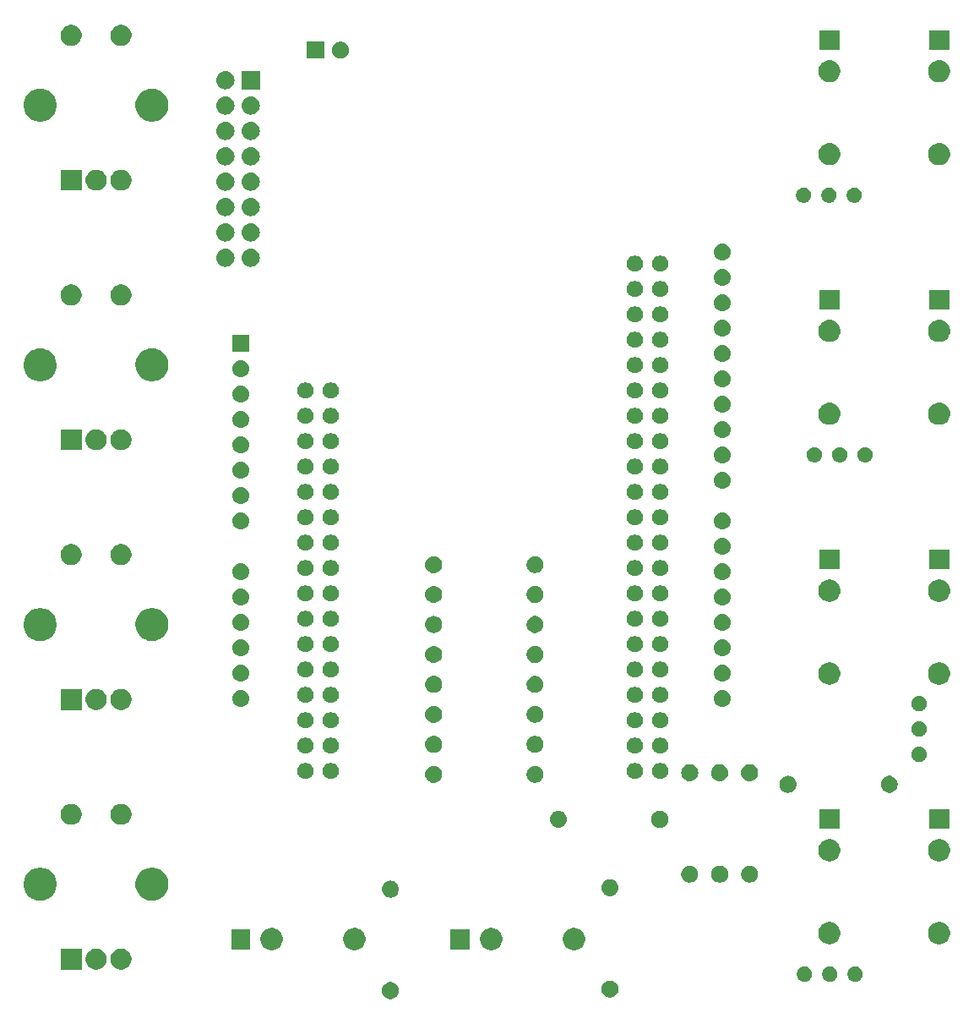
<source format=gbr>
G04 #@! TF.GenerationSoftware,KiCad,Pcbnew,5.1.2*
G04 #@! TF.CreationDate,2019-06-17T23:14:19+02:00*
G04 #@! TF.ProjectId,plastik,706c6173-7469-46b2-9e6b-696361645f70,rev?*
G04 #@! TF.SameCoordinates,Original*
G04 #@! TF.FileFunction,Soldermask,Bot*
G04 #@! TF.FilePolarity,Negative*
%FSLAX46Y46*%
G04 Gerber Fmt 4.6, Leading zero omitted, Abs format (unit mm)*
G04 Created by KiCad (PCBNEW 5.1.2) date 2019-06-17 23:14:19*
%MOMM*%
%LPD*%
G04 APERTURE LIST*
%ADD10C,0.100000*%
G04 APERTURE END LIST*
D10*
G36*
X126748228Y-134341703D02*
G01*
X126903100Y-134405853D01*
X127042481Y-134498985D01*
X127161015Y-134617519D01*
X127254147Y-134756900D01*
X127318297Y-134911772D01*
X127351000Y-135076184D01*
X127351000Y-135243816D01*
X127318297Y-135408228D01*
X127254147Y-135563100D01*
X127161015Y-135702481D01*
X127042481Y-135821015D01*
X126903100Y-135914147D01*
X126748228Y-135978297D01*
X126583816Y-136011000D01*
X126416184Y-136011000D01*
X126251772Y-135978297D01*
X126096900Y-135914147D01*
X125957519Y-135821015D01*
X125838985Y-135702481D01*
X125745853Y-135563100D01*
X125681703Y-135408228D01*
X125649000Y-135243816D01*
X125649000Y-135076184D01*
X125681703Y-134911772D01*
X125745853Y-134756900D01*
X125838985Y-134617519D01*
X125957519Y-134498985D01*
X126096900Y-134405853D01*
X126251772Y-134341703D01*
X126416184Y-134309000D01*
X126583816Y-134309000D01*
X126748228Y-134341703D01*
X126748228Y-134341703D01*
G37*
G36*
X148748228Y-134181703D02*
G01*
X148903100Y-134245853D01*
X149042481Y-134338985D01*
X149161015Y-134457519D01*
X149254147Y-134596900D01*
X149318297Y-134751772D01*
X149351000Y-134916184D01*
X149351000Y-135083816D01*
X149318297Y-135248228D01*
X149254147Y-135403100D01*
X149161015Y-135542481D01*
X149042481Y-135661015D01*
X148903100Y-135754147D01*
X148748228Y-135818297D01*
X148583816Y-135851000D01*
X148416184Y-135851000D01*
X148251772Y-135818297D01*
X148096900Y-135754147D01*
X147957519Y-135661015D01*
X147838985Y-135542481D01*
X147745853Y-135403100D01*
X147681703Y-135248228D01*
X147649000Y-135083816D01*
X147649000Y-134916184D01*
X147681703Y-134751772D01*
X147745853Y-134596900D01*
X147838985Y-134457519D01*
X147957519Y-134338985D01*
X148096900Y-134245853D01*
X148251772Y-134181703D01*
X148416184Y-134149000D01*
X148583816Y-134149000D01*
X148748228Y-134181703D01*
X148748228Y-134181703D01*
G37*
G36*
X168125589Y-132738876D02*
G01*
X168224893Y-132758629D01*
X168365206Y-132816748D01*
X168491484Y-132901125D01*
X168598875Y-133008516D01*
X168683252Y-133134794D01*
X168741371Y-133275107D01*
X168771000Y-133424063D01*
X168771000Y-133575937D01*
X168741371Y-133724893D01*
X168683252Y-133865206D01*
X168598875Y-133991484D01*
X168491484Y-134098875D01*
X168365206Y-134183252D01*
X168224893Y-134241371D01*
X168125589Y-134261124D01*
X168075938Y-134271000D01*
X167924062Y-134271000D01*
X167874411Y-134261124D01*
X167775107Y-134241371D01*
X167634794Y-134183252D01*
X167508516Y-134098875D01*
X167401125Y-133991484D01*
X167316748Y-133865206D01*
X167258629Y-133724893D01*
X167229000Y-133575937D01*
X167229000Y-133424063D01*
X167258629Y-133275107D01*
X167316748Y-133134794D01*
X167401125Y-133008516D01*
X167508516Y-132901125D01*
X167634794Y-132816748D01*
X167775107Y-132758629D01*
X167874411Y-132738876D01*
X167924062Y-132729000D01*
X168075938Y-132729000D01*
X168125589Y-132738876D01*
X168125589Y-132738876D01*
G37*
G36*
X173205589Y-132738876D02*
G01*
X173304893Y-132758629D01*
X173445206Y-132816748D01*
X173571484Y-132901125D01*
X173678875Y-133008516D01*
X173763252Y-133134794D01*
X173821371Y-133275107D01*
X173851000Y-133424063D01*
X173851000Y-133575937D01*
X173821371Y-133724893D01*
X173763252Y-133865206D01*
X173678875Y-133991484D01*
X173571484Y-134098875D01*
X173445206Y-134183252D01*
X173304893Y-134241371D01*
X173205589Y-134261124D01*
X173155938Y-134271000D01*
X173004062Y-134271000D01*
X172954411Y-134261124D01*
X172855107Y-134241371D01*
X172714794Y-134183252D01*
X172588516Y-134098875D01*
X172481125Y-133991484D01*
X172396748Y-133865206D01*
X172338629Y-133724893D01*
X172309000Y-133575937D01*
X172309000Y-133424063D01*
X172338629Y-133275107D01*
X172396748Y-133134794D01*
X172481125Y-133008516D01*
X172588516Y-132901125D01*
X172714794Y-132816748D01*
X172855107Y-132758629D01*
X172954411Y-132738876D01*
X173004062Y-132729000D01*
X173155938Y-132729000D01*
X173205589Y-132738876D01*
X173205589Y-132738876D01*
G37*
G36*
X170665589Y-132738876D02*
G01*
X170764893Y-132758629D01*
X170905206Y-132816748D01*
X171031484Y-132901125D01*
X171138875Y-133008516D01*
X171223252Y-133134794D01*
X171281371Y-133275107D01*
X171311000Y-133424063D01*
X171311000Y-133575937D01*
X171281371Y-133724893D01*
X171223252Y-133865206D01*
X171138875Y-133991484D01*
X171031484Y-134098875D01*
X170905206Y-134183252D01*
X170764893Y-134241371D01*
X170665589Y-134261124D01*
X170615938Y-134271000D01*
X170464062Y-134271000D01*
X170414411Y-134261124D01*
X170315107Y-134241371D01*
X170174794Y-134183252D01*
X170048516Y-134098875D01*
X169941125Y-133991484D01*
X169856748Y-133865206D01*
X169798629Y-133724893D01*
X169769000Y-133575937D01*
X169769000Y-133424063D01*
X169798629Y-133275107D01*
X169856748Y-133134794D01*
X169941125Y-133008516D01*
X170048516Y-132901125D01*
X170174794Y-132816748D01*
X170315107Y-132758629D01*
X170414411Y-132738876D01*
X170464062Y-132729000D01*
X170615938Y-132729000D01*
X170665589Y-132738876D01*
X170665589Y-132738876D01*
G37*
G36*
X95551000Y-133051000D02*
G01*
X93449000Y-133051000D01*
X93449000Y-130949000D01*
X95551000Y-130949000D01*
X95551000Y-133051000D01*
X95551000Y-133051000D01*
G37*
G36*
X97306564Y-130989389D02*
G01*
X97497833Y-131068615D01*
X97497835Y-131068616D01*
X97504565Y-131073113D01*
X97669973Y-131183635D01*
X97816365Y-131330027D01*
X97931385Y-131502167D01*
X98010611Y-131693436D01*
X98051000Y-131896484D01*
X98051000Y-132103516D01*
X98010611Y-132306564D01*
X97931385Y-132497833D01*
X97931384Y-132497835D01*
X97816365Y-132669973D01*
X97669973Y-132816365D01*
X97497835Y-132931384D01*
X97497834Y-132931385D01*
X97497833Y-132931385D01*
X97306564Y-133010611D01*
X97103516Y-133051000D01*
X96896484Y-133051000D01*
X96693436Y-133010611D01*
X96502167Y-132931385D01*
X96502166Y-132931385D01*
X96502165Y-132931384D01*
X96330027Y-132816365D01*
X96183635Y-132669973D01*
X96068616Y-132497835D01*
X96068615Y-132497833D01*
X95989389Y-132306564D01*
X95949000Y-132103516D01*
X95949000Y-131896484D01*
X95989389Y-131693436D01*
X96068615Y-131502167D01*
X96183635Y-131330027D01*
X96330027Y-131183635D01*
X96495435Y-131073113D01*
X96502165Y-131068616D01*
X96502167Y-131068615D01*
X96693436Y-130989389D01*
X96896484Y-130949000D01*
X97103516Y-130949000D01*
X97306564Y-130989389D01*
X97306564Y-130989389D01*
G37*
G36*
X99806564Y-130989389D02*
G01*
X99997833Y-131068615D01*
X99997835Y-131068616D01*
X100004565Y-131073113D01*
X100169973Y-131183635D01*
X100316365Y-131330027D01*
X100431385Y-131502167D01*
X100510611Y-131693436D01*
X100551000Y-131896484D01*
X100551000Y-132103516D01*
X100510611Y-132306564D01*
X100431385Y-132497833D01*
X100431384Y-132497835D01*
X100316365Y-132669973D01*
X100169973Y-132816365D01*
X99997835Y-132931384D01*
X99997834Y-132931385D01*
X99997833Y-132931385D01*
X99806564Y-133010611D01*
X99603516Y-133051000D01*
X99396484Y-133051000D01*
X99193436Y-133010611D01*
X99002167Y-132931385D01*
X99002166Y-132931385D01*
X99002165Y-132931384D01*
X98830027Y-132816365D01*
X98683635Y-132669973D01*
X98568616Y-132497835D01*
X98568615Y-132497833D01*
X98489389Y-132306564D01*
X98449000Y-132103516D01*
X98449000Y-131896484D01*
X98489389Y-131693436D01*
X98568615Y-131502167D01*
X98683635Y-131330027D01*
X98830027Y-131183635D01*
X98995435Y-131073113D01*
X99002165Y-131068616D01*
X99002167Y-131068615D01*
X99193436Y-130989389D01*
X99396484Y-130949000D01*
X99603516Y-130949000D01*
X99806564Y-130989389D01*
X99806564Y-130989389D01*
G37*
G36*
X145153655Y-128912591D02*
G01*
X145225525Y-128926887D01*
X145428624Y-129011013D01*
X145611409Y-129133146D01*
X145766854Y-129288591D01*
X145888987Y-129471376D01*
X145973113Y-129674475D01*
X145973113Y-129674476D01*
X146016000Y-129890082D01*
X146016000Y-130109918D01*
X146015703Y-130111409D01*
X145973113Y-130325525D01*
X145888987Y-130528624D01*
X145766854Y-130711409D01*
X145611409Y-130866854D01*
X145428624Y-130988987D01*
X145225525Y-131073113D01*
X145153655Y-131087409D01*
X145009918Y-131116000D01*
X144790082Y-131116000D01*
X144646345Y-131087409D01*
X144574475Y-131073113D01*
X144371376Y-130988987D01*
X144188591Y-130866854D01*
X144033146Y-130711409D01*
X143911013Y-130528624D01*
X143826887Y-130325525D01*
X143784297Y-130111409D01*
X143784000Y-130109918D01*
X143784000Y-129890082D01*
X143826887Y-129674476D01*
X143826887Y-129674475D01*
X143911013Y-129471376D01*
X144033146Y-129288591D01*
X144188591Y-129133146D01*
X144371376Y-129011013D01*
X144574475Y-128926887D01*
X144646345Y-128912591D01*
X144790082Y-128884000D01*
X145009918Y-128884000D01*
X145153655Y-128912591D01*
X145153655Y-128912591D01*
G37*
G36*
X123153655Y-128912591D02*
G01*
X123225525Y-128926887D01*
X123428624Y-129011013D01*
X123611409Y-129133146D01*
X123766854Y-129288591D01*
X123888987Y-129471376D01*
X123973113Y-129674475D01*
X123973113Y-129674476D01*
X124016000Y-129890082D01*
X124016000Y-130109918D01*
X124015703Y-130111409D01*
X123973113Y-130325525D01*
X123888987Y-130528624D01*
X123766854Y-130711409D01*
X123611409Y-130866854D01*
X123428624Y-130988987D01*
X123225525Y-131073113D01*
X123153655Y-131087409D01*
X123009918Y-131116000D01*
X122790082Y-131116000D01*
X122646345Y-131087409D01*
X122574475Y-131073113D01*
X122371376Y-130988987D01*
X122188591Y-130866854D01*
X122033146Y-130711409D01*
X121911013Y-130528624D01*
X121826887Y-130325525D01*
X121784297Y-130111409D01*
X121784000Y-130109918D01*
X121784000Y-129890082D01*
X121826887Y-129674476D01*
X121826887Y-129674475D01*
X121911013Y-129471376D01*
X122033146Y-129288591D01*
X122188591Y-129133146D01*
X122371376Y-129011013D01*
X122574475Y-128926887D01*
X122646345Y-128912591D01*
X122790082Y-128884000D01*
X123009918Y-128884000D01*
X123153655Y-128912591D01*
X123153655Y-128912591D01*
G37*
G36*
X114853655Y-128912591D02*
G01*
X114925525Y-128926887D01*
X115128624Y-129011013D01*
X115311409Y-129133146D01*
X115466854Y-129288591D01*
X115588987Y-129471376D01*
X115673113Y-129674475D01*
X115673113Y-129674476D01*
X115716000Y-129890082D01*
X115716000Y-130109918D01*
X115715703Y-130111409D01*
X115673113Y-130325525D01*
X115588987Y-130528624D01*
X115466854Y-130711409D01*
X115311409Y-130866854D01*
X115128624Y-130988987D01*
X114925525Y-131073113D01*
X114853655Y-131087409D01*
X114709918Y-131116000D01*
X114490082Y-131116000D01*
X114346345Y-131087409D01*
X114274475Y-131073113D01*
X114071376Y-130988987D01*
X113888591Y-130866854D01*
X113733146Y-130711409D01*
X113611013Y-130528624D01*
X113526887Y-130325525D01*
X113484297Y-130111409D01*
X113484000Y-130109918D01*
X113484000Y-129890082D01*
X113526887Y-129674476D01*
X113526887Y-129674475D01*
X113611013Y-129471376D01*
X113733146Y-129288591D01*
X113888591Y-129133146D01*
X114071376Y-129011013D01*
X114274475Y-128926887D01*
X114346345Y-128912591D01*
X114490082Y-128884000D01*
X114709918Y-128884000D01*
X114853655Y-128912591D01*
X114853655Y-128912591D01*
G37*
G36*
X136853655Y-128912591D02*
G01*
X136925525Y-128926887D01*
X137128624Y-129011013D01*
X137311409Y-129133146D01*
X137466854Y-129288591D01*
X137588987Y-129471376D01*
X137673113Y-129674475D01*
X137673113Y-129674476D01*
X137716000Y-129890082D01*
X137716000Y-130109918D01*
X137715703Y-130111409D01*
X137673113Y-130325525D01*
X137588987Y-130528624D01*
X137466854Y-130711409D01*
X137311409Y-130866854D01*
X137128624Y-130988987D01*
X136925525Y-131073113D01*
X136853655Y-131087409D01*
X136709918Y-131116000D01*
X136490082Y-131116000D01*
X136346345Y-131087409D01*
X136274475Y-131073113D01*
X136071376Y-130988987D01*
X135888591Y-130866854D01*
X135733146Y-130711409D01*
X135611013Y-130528624D01*
X135526887Y-130325525D01*
X135484297Y-130111409D01*
X135484000Y-130109918D01*
X135484000Y-129890082D01*
X135526887Y-129674476D01*
X135526887Y-129674475D01*
X135611013Y-129471376D01*
X135733146Y-129288591D01*
X135888591Y-129133146D01*
X136071376Y-129011013D01*
X136274475Y-128926887D01*
X136346345Y-128912591D01*
X136490082Y-128884000D01*
X136709918Y-128884000D01*
X136853655Y-128912591D01*
X136853655Y-128912591D01*
G37*
G36*
X134466000Y-131016000D02*
G01*
X132534000Y-131016000D01*
X132534000Y-128984000D01*
X134466000Y-128984000D01*
X134466000Y-131016000D01*
X134466000Y-131016000D01*
G37*
G36*
X112466000Y-131016000D02*
G01*
X110534000Y-131016000D01*
X110534000Y-128984000D01*
X112466000Y-128984000D01*
X112466000Y-131016000D01*
X112466000Y-131016000D01*
G37*
G36*
X181753655Y-128312591D02*
G01*
X181825525Y-128326887D01*
X182028624Y-128411013D01*
X182211409Y-128533146D01*
X182366854Y-128688591D01*
X182488987Y-128871376D01*
X182488987Y-128871377D01*
X182573113Y-129074476D01*
X182615704Y-129288592D01*
X182616000Y-129290084D01*
X182616000Y-129509916D01*
X182573113Y-129725525D01*
X182488987Y-129928624D01*
X182366854Y-130111409D01*
X182211409Y-130266854D01*
X182028624Y-130388987D01*
X181825525Y-130473113D01*
X181753655Y-130487409D01*
X181609918Y-130516000D01*
X181390082Y-130516000D01*
X181246345Y-130487409D01*
X181174475Y-130473113D01*
X180971376Y-130388987D01*
X180788591Y-130266854D01*
X180633146Y-130111409D01*
X180511013Y-129928624D01*
X180426887Y-129725525D01*
X180384000Y-129509916D01*
X180384000Y-129290084D01*
X180384297Y-129288592D01*
X180426887Y-129074476D01*
X180511013Y-128871377D01*
X180511013Y-128871376D01*
X180633146Y-128688591D01*
X180788591Y-128533146D01*
X180971376Y-128411013D01*
X181174475Y-128326887D01*
X181246345Y-128312591D01*
X181390082Y-128284000D01*
X181609918Y-128284000D01*
X181753655Y-128312591D01*
X181753655Y-128312591D01*
G37*
G36*
X170753655Y-128312591D02*
G01*
X170825525Y-128326887D01*
X171028624Y-128411013D01*
X171211409Y-128533146D01*
X171366854Y-128688591D01*
X171488987Y-128871376D01*
X171488987Y-128871377D01*
X171573113Y-129074476D01*
X171615704Y-129288592D01*
X171616000Y-129290084D01*
X171616000Y-129509916D01*
X171573113Y-129725525D01*
X171488987Y-129928624D01*
X171366854Y-130111409D01*
X171211409Y-130266854D01*
X171028624Y-130388987D01*
X170825525Y-130473113D01*
X170753655Y-130487409D01*
X170609918Y-130516000D01*
X170390082Y-130516000D01*
X170246345Y-130487409D01*
X170174475Y-130473113D01*
X169971376Y-130388987D01*
X169788591Y-130266854D01*
X169633146Y-130111409D01*
X169511013Y-129928624D01*
X169426887Y-129725525D01*
X169384000Y-129509916D01*
X169384000Y-129290084D01*
X169384297Y-129288592D01*
X169426887Y-129074476D01*
X169511013Y-128871377D01*
X169511013Y-128871376D01*
X169633146Y-128688591D01*
X169788591Y-128533146D01*
X169971376Y-128411013D01*
X170174475Y-128326887D01*
X170246345Y-128312591D01*
X170390082Y-128284000D01*
X170609918Y-128284000D01*
X170753655Y-128312591D01*
X170753655Y-128312591D01*
G37*
G36*
X91775256Y-122891298D02*
G01*
X91881579Y-122912447D01*
X92182042Y-123036903D01*
X92452451Y-123217585D01*
X92682415Y-123447549D01*
X92863097Y-123717958D01*
X92987553Y-124018421D01*
X92992339Y-124042481D01*
X93051000Y-124337389D01*
X93051000Y-124662611D01*
X93048898Y-124673177D01*
X92987553Y-124981579D01*
X92863097Y-125282042D01*
X92682415Y-125552451D01*
X92452451Y-125782415D01*
X92182042Y-125963097D01*
X91881579Y-126087553D01*
X91775256Y-126108702D01*
X91562611Y-126151000D01*
X91237389Y-126151000D01*
X91024744Y-126108702D01*
X90918421Y-126087553D01*
X90617958Y-125963097D01*
X90347549Y-125782415D01*
X90117585Y-125552451D01*
X89936903Y-125282042D01*
X89812447Y-124981579D01*
X89751102Y-124673177D01*
X89749000Y-124662611D01*
X89749000Y-124337389D01*
X89807661Y-124042481D01*
X89812447Y-124018421D01*
X89936903Y-123717958D01*
X90117585Y-123447549D01*
X90347549Y-123217585D01*
X90617958Y-123036903D01*
X90918421Y-122912447D01*
X91024744Y-122891298D01*
X91237389Y-122849000D01*
X91562611Y-122849000D01*
X91775256Y-122891298D01*
X91775256Y-122891298D01*
G37*
G36*
X102975256Y-122891298D02*
G01*
X103081579Y-122912447D01*
X103382042Y-123036903D01*
X103652451Y-123217585D01*
X103882415Y-123447549D01*
X104063097Y-123717958D01*
X104187553Y-124018421D01*
X104192339Y-124042481D01*
X104251000Y-124337389D01*
X104251000Y-124662611D01*
X104248898Y-124673177D01*
X104187553Y-124981579D01*
X104063097Y-125282042D01*
X103882415Y-125552451D01*
X103652451Y-125782415D01*
X103382042Y-125963097D01*
X103081579Y-126087553D01*
X102975256Y-126108702D01*
X102762611Y-126151000D01*
X102437389Y-126151000D01*
X102224744Y-126108702D01*
X102118421Y-126087553D01*
X101817958Y-125963097D01*
X101547549Y-125782415D01*
X101317585Y-125552451D01*
X101136903Y-125282042D01*
X101012447Y-124981579D01*
X100951102Y-124673177D01*
X100949000Y-124662611D01*
X100949000Y-124337389D01*
X101007661Y-124042481D01*
X101012447Y-124018421D01*
X101136903Y-123717958D01*
X101317585Y-123447549D01*
X101547549Y-123217585D01*
X101817958Y-123036903D01*
X102118421Y-122912447D01*
X102224744Y-122891298D01*
X102437389Y-122849000D01*
X102762611Y-122849000D01*
X102975256Y-122891298D01*
X102975256Y-122891298D01*
G37*
G36*
X126666823Y-124161313D02*
G01*
X126827242Y-124209976D01*
X126959906Y-124280886D01*
X126975078Y-124288996D01*
X127104659Y-124395341D01*
X127211004Y-124524922D01*
X127211005Y-124524924D01*
X127290024Y-124672758D01*
X127290025Y-124672761D01*
X127290151Y-124673177D01*
X127338687Y-124833177D01*
X127355117Y-125000000D01*
X127338687Y-125166823D01*
X127290024Y-125327242D01*
X127227263Y-125444659D01*
X127211004Y-125475078D01*
X127104659Y-125604659D01*
X126975078Y-125711004D01*
X126975076Y-125711005D01*
X126827242Y-125790024D01*
X126666823Y-125838687D01*
X126541804Y-125851000D01*
X126458196Y-125851000D01*
X126333177Y-125838687D01*
X126172758Y-125790024D01*
X126024924Y-125711005D01*
X126024922Y-125711004D01*
X125895341Y-125604659D01*
X125788996Y-125475078D01*
X125772737Y-125444659D01*
X125709976Y-125327242D01*
X125661313Y-125166823D01*
X125644883Y-125000000D01*
X125661313Y-124833177D01*
X125709849Y-124673177D01*
X125709975Y-124672761D01*
X125709976Y-124672758D01*
X125788995Y-124524924D01*
X125788996Y-124524922D01*
X125895341Y-124395341D01*
X126024922Y-124288996D01*
X126040094Y-124280886D01*
X126172758Y-124209976D01*
X126333177Y-124161313D01*
X126458196Y-124149000D01*
X126541804Y-124149000D01*
X126666823Y-124161313D01*
X126666823Y-124161313D01*
G37*
G36*
X148666823Y-124001313D02*
G01*
X148827242Y-124049976D01*
X148959906Y-124120886D01*
X148975078Y-124128996D01*
X149104659Y-124235341D01*
X149211004Y-124364922D01*
X149211005Y-124364924D01*
X149290024Y-124512758D01*
X149338687Y-124673177D01*
X149355117Y-124840000D01*
X149338687Y-125006823D01*
X149338686Y-125006825D01*
X149290151Y-125166825D01*
X149290024Y-125167242D01*
X149228663Y-125282040D01*
X149211004Y-125315078D01*
X149104659Y-125444659D01*
X148975078Y-125551004D01*
X148972371Y-125552451D01*
X148827242Y-125630024D01*
X148666823Y-125678687D01*
X148541804Y-125691000D01*
X148458196Y-125691000D01*
X148333177Y-125678687D01*
X148172758Y-125630024D01*
X148027629Y-125552451D01*
X148024922Y-125551004D01*
X147895341Y-125444659D01*
X147788996Y-125315078D01*
X147771337Y-125282040D01*
X147709976Y-125167242D01*
X147709850Y-125166825D01*
X147661314Y-125006825D01*
X147661313Y-125006823D01*
X147644883Y-124840000D01*
X147661313Y-124673177D01*
X147709976Y-124512758D01*
X147788995Y-124364924D01*
X147788996Y-124364922D01*
X147895341Y-124235341D01*
X148024922Y-124128996D01*
X148040094Y-124120886D01*
X148172758Y-124049976D01*
X148333177Y-124001313D01*
X148458196Y-123989000D01*
X148541804Y-123989000D01*
X148666823Y-124001313D01*
X148666823Y-124001313D01*
G37*
G36*
X156748228Y-122681703D02*
G01*
X156903100Y-122745853D01*
X157042481Y-122838985D01*
X157161015Y-122957519D01*
X157254147Y-123096900D01*
X157318297Y-123251772D01*
X157351000Y-123416184D01*
X157351000Y-123583816D01*
X157318297Y-123748228D01*
X157254147Y-123903100D01*
X157161015Y-124042481D01*
X157042481Y-124161015D01*
X156903100Y-124254147D01*
X156748228Y-124318297D01*
X156583816Y-124351000D01*
X156416184Y-124351000D01*
X156251772Y-124318297D01*
X156096900Y-124254147D01*
X155957519Y-124161015D01*
X155838985Y-124042481D01*
X155745853Y-123903100D01*
X155681703Y-123748228D01*
X155649000Y-123583816D01*
X155649000Y-123416184D01*
X155681703Y-123251772D01*
X155745853Y-123096900D01*
X155838985Y-122957519D01*
X155957519Y-122838985D01*
X156096900Y-122745853D01*
X156251772Y-122681703D01*
X156416184Y-122649000D01*
X156583816Y-122649000D01*
X156748228Y-122681703D01*
X156748228Y-122681703D01*
G37*
G36*
X162748228Y-122681703D02*
G01*
X162903100Y-122745853D01*
X163042481Y-122838985D01*
X163161015Y-122957519D01*
X163254147Y-123096900D01*
X163318297Y-123251772D01*
X163351000Y-123416184D01*
X163351000Y-123583816D01*
X163318297Y-123748228D01*
X163254147Y-123903100D01*
X163161015Y-124042481D01*
X163042481Y-124161015D01*
X162903100Y-124254147D01*
X162748228Y-124318297D01*
X162583816Y-124351000D01*
X162416184Y-124351000D01*
X162251772Y-124318297D01*
X162096900Y-124254147D01*
X161957519Y-124161015D01*
X161838985Y-124042481D01*
X161745853Y-123903100D01*
X161681703Y-123748228D01*
X161649000Y-123583816D01*
X161649000Y-123416184D01*
X161681703Y-123251772D01*
X161745853Y-123096900D01*
X161838985Y-122957519D01*
X161957519Y-122838985D01*
X162096900Y-122745853D01*
X162251772Y-122681703D01*
X162416184Y-122649000D01*
X162583816Y-122649000D01*
X162748228Y-122681703D01*
X162748228Y-122681703D01*
G37*
G36*
X159748228Y-122681703D02*
G01*
X159903100Y-122745853D01*
X160042481Y-122838985D01*
X160161015Y-122957519D01*
X160254147Y-123096900D01*
X160318297Y-123251772D01*
X160351000Y-123416184D01*
X160351000Y-123583816D01*
X160318297Y-123748228D01*
X160254147Y-123903100D01*
X160161015Y-124042481D01*
X160042481Y-124161015D01*
X159903100Y-124254147D01*
X159748228Y-124318297D01*
X159583816Y-124351000D01*
X159416184Y-124351000D01*
X159251772Y-124318297D01*
X159096900Y-124254147D01*
X158957519Y-124161015D01*
X158838985Y-124042481D01*
X158745853Y-123903100D01*
X158681703Y-123748228D01*
X158649000Y-123583816D01*
X158649000Y-123416184D01*
X158681703Y-123251772D01*
X158745853Y-123096900D01*
X158838985Y-122957519D01*
X158957519Y-122838985D01*
X159096900Y-122745853D01*
X159251772Y-122681703D01*
X159416184Y-122649000D01*
X159583816Y-122649000D01*
X159748228Y-122681703D01*
X159748228Y-122681703D01*
G37*
G36*
X170753655Y-120012591D02*
G01*
X170825525Y-120026887D01*
X171028624Y-120111013D01*
X171211409Y-120233146D01*
X171366854Y-120388591D01*
X171488987Y-120571376D01*
X171573113Y-120774475D01*
X171616000Y-120990084D01*
X171616000Y-121209916D01*
X171573113Y-121425525D01*
X171488987Y-121628624D01*
X171366854Y-121811409D01*
X171211409Y-121966854D01*
X171028624Y-122088987D01*
X170825525Y-122173113D01*
X170753655Y-122187409D01*
X170609918Y-122216000D01*
X170390082Y-122216000D01*
X170246345Y-122187409D01*
X170174475Y-122173113D01*
X169971376Y-122088987D01*
X169788591Y-121966854D01*
X169633146Y-121811409D01*
X169511013Y-121628624D01*
X169426887Y-121425525D01*
X169384000Y-121209916D01*
X169384000Y-120990084D01*
X169426887Y-120774475D01*
X169511013Y-120571376D01*
X169633146Y-120388591D01*
X169788591Y-120233146D01*
X169971376Y-120111013D01*
X170174475Y-120026887D01*
X170246345Y-120012591D01*
X170390082Y-119984000D01*
X170609918Y-119984000D01*
X170753655Y-120012591D01*
X170753655Y-120012591D01*
G37*
G36*
X181753655Y-120012591D02*
G01*
X181825525Y-120026887D01*
X182028624Y-120111013D01*
X182211409Y-120233146D01*
X182366854Y-120388591D01*
X182488987Y-120571376D01*
X182573113Y-120774475D01*
X182616000Y-120990084D01*
X182616000Y-121209916D01*
X182573113Y-121425525D01*
X182488987Y-121628624D01*
X182366854Y-121811409D01*
X182211409Y-121966854D01*
X182028624Y-122088987D01*
X181825525Y-122173113D01*
X181753655Y-122187409D01*
X181609918Y-122216000D01*
X181390082Y-122216000D01*
X181246345Y-122187409D01*
X181174475Y-122173113D01*
X180971376Y-122088987D01*
X180788591Y-121966854D01*
X180633146Y-121811409D01*
X180511013Y-121628624D01*
X180426887Y-121425525D01*
X180384000Y-121209916D01*
X180384000Y-120990084D01*
X180426887Y-120774475D01*
X180511013Y-120571376D01*
X180633146Y-120388591D01*
X180788591Y-120233146D01*
X180971376Y-120111013D01*
X181174475Y-120026887D01*
X181246345Y-120012591D01*
X181390082Y-119984000D01*
X181609918Y-119984000D01*
X181753655Y-120012591D01*
X181753655Y-120012591D01*
G37*
G36*
X171516000Y-118966000D02*
G01*
X169484000Y-118966000D01*
X169484000Y-117034000D01*
X171516000Y-117034000D01*
X171516000Y-118966000D01*
X171516000Y-118966000D01*
G37*
G36*
X182516000Y-118966000D02*
G01*
X180484000Y-118966000D01*
X180484000Y-117034000D01*
X182516000Y-117034000D01*
X182516000Y-118966000D01*
X182516000Y-118966000D01*
G37*
G36*
X153748228Y-117181703D02*
G01*
X153903100Y-117245853D01*
X154042481Y-117338985D01*
X154161015Y-117457519D01*
X154254147Y-117596900D01*
X154318297Y-117751772D01*
X154351000Y-117916184D01*
X154351000Y-118083816D01*
X154318297Y-118248228D01*
X154254147Y-118403100D01*
X154161015Y-118542481D01*
X154042481Y-118661015D01*
X153903100Y-118754147D01*
X153748228Y-118818297D01*
X153583816Y-118851000D01*
X153416184Y-118851000D01*
X153251772Y-118818297D01*
X153096900Y-118754147D01*
X152957519Y-118661015D01*
X152838985Y-118542481D01*
X152745853Y-118403100D01*
X152681703Y-118248228D01*
X152649000Y-118083816D01*
X152649000Y-117916184D01*
X152681703Y-117751772D01*
X152745853Y-117596900D01*
X152838985Y-117457519D01*
X152957519Y-117338985D01*
X153096900Y-117245853D01*
X153251772Y-117181703D01*
X153416184Y-117149000D01*
X153583816Y-117149000D01*
X153748228Y-117181703D01*
X153748228Y-117181703D01*
G37*
G36*
X143506823Y-117161313D02*
G01*
X143667242Y-117209976D01*
X143734361Y-117245852D01*
X143815078Y-117288996D01*
X143944659Y-117395341D01*
X144051004Y-117524922D01*
X144051005Y-117524924D01*
X144130024Y-117672758D01*
X144178687Y-117833177D01*
X144195117Y-118000000D01*
X144178687Y-118166823D01*
X144130024Y-118327242D01*
X144089477Y-118403100D01*
X144051004Y-118475078D01*
X143944659Y-118604659D01*
X143815078Y-118711004D01*
X143815076Y-118711005D01*
X143667242Y-118790024D01*
X143506823Y-118838687D01*
X143381804Y-118851000D01*
X143298196Y-118851000D01*
X143173177Y-118838687D01*
X143012758Y-118790024D01*
X142864924Y-118711005D01*
X142864922Y-118711004D01*
X142735341Y-118604659D01*
X142628996Y-118475078D01*
X142590523Y-118403100D01*
X142549976Y-118327242D01*
X142501313Y-118166823D01*
X142484883Y-118000000D01*
X142501313Y-117833177D01*
X142549976Y-117672758D01*
X142628995Y-117524924D01*
X142628996Y-117524922D01*
X142735341Y-117395341D01*
X142864922Y-117288996D01*
X142945639Y-117245852D01*
X143012758Y-117209976D01*
X143173177Y-117161313D01*
X143298196Y-117149000D01*
X143381804Y-117149000D01*
X143506823Y-117161313D01*
X143506823Y-117161313D01*
G37*
G36*
X94806564Y-116489389D02*
G01*
X94997833Y-116568615D01*
X94997835Y-116568616D01*
X95169973Y-116683635D01*
X95316365Y-116830027D01*
X95431385Y-117002167D01*
X95510611Y-117193436D01*
X95551000Y-117396484D01*
X95551000Y-117603516D01*
X95510611Y-117806564D01*
X95431385Y-117997833D01*
X95431384Y-117997835D01*
X95316365Y-118169973D01*
X95169973Y-118316365D01*
X94997835Y-118431384D01*
X94997834Y-118431385D01*
X94997833Y-118431385D01*
X94806564Y-118510611D01*
X94603516Y-118551000D01*
X94396484Y-118551000D01*
X94193436Y-118510611D01*
X94002167Y-118431385D01*
X94002166Y-118431385D01*
X94002165Y-118431384D01*
X93830027Y-118316365D01*
X93683635Y-118169973D01*
X93568616Y-117997835D01*
X93568615Y-117997833D01*
X93489389Y-117806564D01*
X93449000Y-117603516D01*
X93449000Y-117396484D01*
X93489389Y-117193436D01*
X93568615Y-117002167D01*
X93683635Y-116830027D01*
X93830027Y-116683635D01*
X94002165Y-116568616D01*
X94002167Y-116568615D01*
X94193436Y-116489389D01*
X94396484Y-116449000D01*
X94603516Y-116449000D01*
X94806564Y-116489389D01*
X94806564Y-116489389D01*
G37*
G36*
X99806564Y-116489389D02*
G01*
X99997833Y-116568615D01*
X99997835Y-116568616D01*
X100169973Y-116683635D01*
X100316365Y-116830027D01*
X100431385Y-117002167D01*
X100510611Y-117193436D01*
X100551000Y-117396484D01*
X100551000Y-117603516D01*
X100510611Y-117806564D01*
X100431385Y-117997833D01*
X100431384Y-117997835D01*
X100316365Y-118169973D01*
X100169973Y-118316365D01*
X99997835Y-118431384D01*
X99997834Y-118431385D01*
X99997833Y-118431385D01*
X99806564Y-118510611D01*
X99603516Y-118551000D01*
X99396484Y-118551000D01*
X99193436Y-118510611D01*
X99002167Y-118431385D01*
X99002166Y-118431385D01*
X99002165Y-118431384D01*
X98830027Y-118316365D01*
X98683635Y-118169973D01*
X98568616Y-117997835D01*
X98568615Y-117997833D01*
X98489389Y-117806564D01*
X98449000Y-117603516D01*
X98449000Y-117396484D01*
X98489389Y-117193436D01*
X98568615Y-117002167D01*
X98683635Y-116830027D01*
X98830027Y-116683635D01*
X99002165Y-116568616D01*
X99002167Y-116568615D01*
X99193436Y-116489389D01*
X99396484Y-116449000D01*
X99603516Y-116449000D01*
X99806564Y-116489389D01*
X99806564Y-116489389D01*
G37*
G36*
X176748228Y-113681703D02*
G01*
X176903100Y-113745853D01*
X177042481Y-113838985D01*
X177161015Y-113957519D01*
X177254147Y-114096900D01*
X177318297Y-114251772D01*
X177351000Y-114416184D01*
X177351000Y-114583816D01*
X177318297Y-114748228D01*
X177254147Y-114903100D01*
X177161015Y-115042481D01*
X177042481Y-115161015D01*
X176903100Y-115254147D01*
X176748228Y-115318297D01*
X176583816Y-115351000D01*
X176416184Y-115351000D01*
X176251772Y-115318297D01*
X176096900Y-115254147D01*
X175957519Y-115161015D01*
X175838985Y-115042481D01*
X175745853Y-114903100D01*
X175681703Y-114748228D01*
X175649000Y-114583816D01*
X175649000Y-114416184D01*
X175681703Y-114251772D01*
X175745853Y-114096900D01*
X175838985Y-113957519D01*
X175957519Y-113838985D01*
X176096900Y-113745853D01*
X176251772Y-113681703D01*
X176416184Y-113649000D01*
X176583816Y-113649000D01*
X176748228Y-113681703D01*
X176748228Y-113681703D01*
G37*
G36*
X166506823Y-113661313D02*
G01*
X166667242Y-113709976D01*
X166734361Y-113745852D01*
X166815078Y-113788996D01*
X166944659Y-113895341D01*
X167051004Y-114024922D01*
X167051005Y-114024924D01*
X167130024Y-114172758D01*
X167178687Y-114333177D01*
X167195117Y-114500000D01*
X167178687Y-114666823D01*
X167130024Y-114827242D01*
X167089477Y-114903100D01*
X167051004Y-114975078D01*
X166944659Y-115104659D01*
X166815078Y-115211004D01*
X166815076Y-115211005D01*
X166667242Y-115290024D01*
X166506823Y-115338687D01*
X166381804Y-115351000D01*
X166298196Y-115351000D01*
X166173177Y-115338687D01*
X166012758Y-115290024D01*
X165864924Y-115211005D01*
X165864922Y-115211004D01*
X165735341Y-115104659D01*
X165628996Y-114975078D01*
X165590523Y-114903100D01*
X165549976Y-114827242D01*
X165501313Y-114666823D01*
X165484883Y-114500000D01*
X165501313Y-114333177D01*
X165549976Y-114172758D01*
X165628995Y-114024924D01*
X165628996Y-114024922D01*
X165735341Y-113895341D01*
X165864922Y-113788996D01*
X165945639Y-113745852D01*
X166012758Y-113709976D01*
X166173177Y-113661313D01*
X166298196Y-113649000D01*
X166381804Y-113649000D01*
X166506823Y-113661313D01*
X166506823Y-113661313D01*
G37*
G36*
X131006823Y-112661313D02*
G01*
X131167242Y-112709976D01*
X131234361Y-112745852D01*
X131315078Y-112788996D01*
X131444659Y-112895341D01*
X131551004Y-113024922D01*
X131551005Y-113024924D01*
X131630024Y-113172758D01*
X131630025Y-113172761D01*
X131630151Y-113173177D01*
X131678687Y-113333177D01*
X131695117Y-113500000D01*
X131678687Y-113666823D01*
X131630024Y-113827242D01*
X131589477Y-113903100D01*
X131551004Y-113975078D01*
X131444659Y-114104659D01*
X131315078Y-114211004D01*
X131315076Y-114211005D01*
X131167242Y-114290024D01*
X131006823Y-114338687D01*
X130881804Y-114351000D01*
X130798196Y-114351000D01*
X130673177Y-114338687D01*
X130512758Y-114290024D01*
X130364924Y-114211005D01*
X130364922Y-114211004D01*
X130235341Y-114104659D01*
X130128996Y-113975078D01*
X130090523Y-113903100D01*
X130049976Y-113827242D01*
X130001313Y-113666823D01*
X129984883Y-113500000D01*
X130001313Y-113333177D01*
X130049849Y-113173177D01*
X130049975Y-113172761D01*
X130049976Y-113172758D01*
X130128995Y-113024924D01*
X130128996Y-113024922D01*
X130235341Y-112895341D01*
X130364922Y-112788996D01*
X130445639Y-112745852D01*
X130512758Y-112709976D01*
X130673177Y-112661313D01*
X130798196Y-112649000D01*
X130881804Y-112649000D01*
X131006823Y-112661313D01*
X131006823Y-112661313D01*
G37*
G36*
X141248228Y-112681703D02*
G01*
X141403100Y-112745853D01*
X141542481Y-112838985D01*
X141661015Y-112957519D01*
X141754147Y-113096900D01*
X141818297Y-113251772D01*
X141851000Y-113416184D01*
X141851000Y-113583816D01*
X141818297Y-113748228D01*
X141754147Y-113903100D01*
X141661015Y-114042481D01*
X141542481Y-114161015D01*
X141403100Y-114254147D01*
X141248228Y-114318297D01*
X141083816Y-114351000D01*
X140916184Y-114351000D01*
X140751772Y-114318297D01*
X140596900Y-114254147D01*
X140457519Y-114161015D01*
X140338985Y-114042481D01*
X140245853Y-113903100D01*
X140181703Y-113748228D01*
X140149000Y-113583816D01*
X140149000Y-113416184D01*
X140181703Y-113251772D01*
X140245853Y-113096900D01*
X140338985Y-112957519D01*
X140457519Y-112838985D01*
X140596900Y-112745853D01*
X140751772Y-112681703D01*
X140916184Y-112649000D01*
X141083816Y-112649000D01*
X141248228Y-112681703D01*
X141248228Y-112681703D01*
G37*
G36*
X159666823Y-112501313D02*
G01*
X159827242Y-112549976D01*
X159959906Y-112620886D01*
X159975078Y-112628996D01*
X160104659Y-112735341D01*
X160211004Y-112864922D01*
X160211005Y-112864924D01*
X160290024Y-113012758D01*
X160338687Y-113173177D01*
X160355117Y-113340000D01*
X160338687Y-113506823D01*
X160315331Y-113583816D01*
X160290151Y-113666825D01*
X160290024Y-113667242D01*
X160224946Y-113788995D01*
X160211004Y-113815078D01*
X160104659Y-113944659D01*
X159975078Y-114051004D01*
X159975076Y-114051005D01*
X159827242Y-114130024D01*
X159666823Y-114178687D01*
X159541804Y-114191000D01*
X159458196Y-114191000D01*
X159333177Y-114178687D01*
X159172758Y-114130024D01*
X159024924Y-114051005D01*
X159024922Y-114051004D01*
X158895341Y-113944659D01*
X158788996Y-113815078D01*
X158775054Y-113788995D01*
X158709976Y-113667242D01*
X158709850Y-113666825D01*
X158684669Y-113583816D01*
X158661313Y-113506823D01*
X158644883Y-113340000D01*
X158661313Y-113173177D01*
X158709976Y-113012758D01*
X158788995Y-112864924D01*
X158788996Y-112864922D01*
X158895341Y-112735341D01*
X159024922Y-112628996D01*
X159040094Y-112620886D01*
X159172758Y-112549976D01*
X159333177Y-112501313D01*
X159458196Y-112489000D01*
X159541804Y-112489000D01*
X159666823Y-112501313D01*
X159666823Y-112501313D01*
G37*
G36*
X162666823Y-112501313D02*
G01*
X162827242Y-112549976D01*
X162959906Y-112620886D01*
X162975078Y-112628996D01*
X163104659Y-112735341D01*
X163211004Y-112864922D01*
X163211005Y-112864924D01*
X163290024Y-113012758D01*
X163338687Y-113173177D01*
X163355117Y-113340000D01*
X163338687Y-113506823D01*
X163315331Y-113583816D01*
X163290151Y-113666825D01*
X163290024Y-113667242D01*
X163224946Y-113788995D01*
X163211004Y-113815078D01*
X163104659Y-113944659D01*
X162975078Y-114051004D01*
X162975076Y-114051005D01*
X162827242Y-114130024D01*
X162666823Y-114178687D01*
X162541804Y-114191000D01*
X162458196Y-114191000D01*
X162333177Y-114178687D01*
X162172758Y-114130024D01*
X162024924Y-114051005D01*
X162024922Y-114051004D01*
X161895341Y-113944659D01*
X161788996Y-113815078D01*
X161775054Y-113788995D01*
X161709976Y-113667242D01*
X161709850Y-113666825D01*
X161684669Y-113583816D01*
X161661313Y-113506823D01*
X161644883Y-113340000D01*
X161661313Y-113173177D01*
X161709976Y-113012758D01*
X161788995Y-112864924D01*
X161788996Y-112864922D01*
X161895341Y-112735341D01*
X162024922Y-112628996D01*
X162040094Y-112620886D01*
X162172758Y-112549976D01*
X162333177Y-112501313D01*
X162458196Y-112489000D01*
X162541804Y-112489000D01*
X162666823Y-112501313D01*
X162666823Y-112501313D01*
G37*
G36*
X156666823Y-112501313D02*
G01*
X156827242Y-112549976D01*
X156959906Y-112620886D01*
X156975078Y-112628996D01*
X157104659Y-112735341D01*
X157211004Y-112864922D01*
X157211005Y-112864924D01*
X157290024Y-113012758D01*
X157338687Y-113173177D01*
X157355117Y-113340000D01*
X157338687Y-113506823D01*
X157315331Y-113583816D01*
X157290151Y-113666825D01*
X157290024Y-113667242D01*
X157224946Y-113788995D01*
X157211004Y-113815078D01*
X157104659Y-113944659D01*
X156975078Y-114051004D01*
X156975076Y-114051005D01*
X156827242Y-114130024D01*
X156666823Y-114178687D01*
X156541804Y-114191000D01*
X156458196Y-114191000D01*
X156333177Y-114178687D01*
X156172758Y-114130024D01*
X156024924Y-114051005D01*
X156024922Y-114051004D01*
X155895341Y-113944659D01*
X155788996Y-113815078D01*
X155775054Y-113788995D01*
X155709976Y-113667242D01*
X155709850Y-113666825D01*
X155684669Y-113583816D01*
X155661313Y-113506823D01*
X155644883Y-113340000D01*
X155661313Y-113173177D01*
X155709976Y-113012758D01*
X155788995Y-112864924D01*
X155788996Y-112864922D01*
X155895341Y-112735341D01*
X156024922Y-112628996D01*
X156040094Y-112620886D01*
X156172758Y-112549976D01*
X156333177Y-112501313D01*
X156458196Y-112489000D01*
X156541804Y-112489000D01*
X156666823Y-112501313D01*
X156666823Y-112501313D01*
G37*
G36*
X120767142Y-112388242D02*
G01*
X120915101Y-112449529D01*
X121048255Y-112538499D01*
X121161501Y-112651745D01*
X121250471Y-112784899D01*
X121311758Y-112932858D01*
X121343000Y-113089925D01*
X121343000Y-113250075D01*
X121311758Y-113407142D01*
X121250471Y-113555101D01*
X121161501Y-113688255D01*
X121048255Y-113801501D01*
X120915101Y-113890471D01*
X120767142Y-113951758D01*
X120610075Y-113983000D01*
X120449925Y-113983000D01*
X120292858Y-113951758D01*
X120144899Y-113890471D01*
X120011745Y-113801501D01*
X119898499Y-113688255D01*
X119809529Y-113555101D01*
X119748242Y-113407142D01*
X119717000Y-113250075D01*
X119717000Y-113089925D01*
X119748242Y-112932858D01*
X119809529Y-112784899D01*
X119898499Y-112651745D01*
X120011745Y-112538499D01*
X120144899Y-112449529D01*
X120292858Y-112388242D01*
X120449925Y-112357000D01*
X120610075Y-112357000D01*
X120767142Y-112388242D01*
X120767142Y-112388242D01*
G37*
G36*
X151247142Y-112388242D02*
G01*
X151395101Y-112449529D01*
X151528255Y-112538499D01*
X151641501Y-112651745D01*
X151730471Y-112784899D01*
X151791758Y-112932858D01*
X151823000Y-113089925D01*
X151823000Y-113250075D01*
X151791758Y-113407142D01*
X151730471Y-113555101D01*
X151641501Y-113688255D01*
X151528255Y-113801501D01*
X151395101Y-113890471D01*
X151247142Y-113951758D01*
X151090075Y-113983000D01*
X150929925Y-113983000D01*
X150772858Y-113951758D01*
X150624899Y-113890471D01*
X150491745Y-113801501D01*
X150378499Y-113688255D01*
X150289529Y-113555101D01*
X150228242Y-113407142D01*
X150197000Y-113250075D01*
X150197000Y-113089925D01*
X150228242Y-112932858D01*
X150289529Y-112784899D01*
X150378499Y-112651745D01*
X150491745Y-112538499D01*
X150624899Y-112449529D01*
X150772858Y-112388242D01*
X150929925Y-112357000D01*
X151090075Y-112357000D01*
X151247142Y-112388242D01*
X151247142Y-112388242D01*
G37*
G36*
X153787142Y-112388242D02*
G01*
X153935101Y-112449529D01*
X154068255Y-112538499D01*
X154181501Y-112651745D01*
X154270471Y-112784899D01*
X154331758Y-112932858D01*
X154363000Y-113089925D01*
X154363000Y-113250075D01*
X154331758Y-113407142D01*
X154270471Y-113555101D01*
X154181501Y-113688255D01*
X154068255Y-113801501D01*
X153935101Y-113890471D01*
X153787142Y-113951758D01*
X153630075Y-113983000D01*
X153469925Y-113983000D01*
X153312858Y-113951758D01*
X153164899Y-113890471D01*
X153031745Y-113801501D01*
X152918499Y-113688255D01*
X152829529Y-113555101D01*
X152768242Y-113407142D01*
X152737000Y-113250075D01*
X152737000Y-113089925D01*
X152768242Y-112932858D01*
X152829529Y-112784899D01*
X152918499Y-112651745D01*
X153031745Y-112538499D01*
X153164899Y-112449529D01*
X153312858Y-112388242D01*
X153469925Y-112357000D01*
X153630075Y-112357000D01*
X153787142Y-112388242D01*
X153787142Y-112388242D01*
G37*
G36*
X118227142Y-112388242D02*
G01*
X118375101Y-112449529D01*
X118508255Y-112538499D01*
X118621501Y-112651745D01*
X118710471Y-112784899D01*
X118771758Y-112932858D01*
X118803000Y-113089925D01*
X118803000Y-113250075D01*
X118771758Y-113407142D01*
X118710471Y-113555101D01*
X118621501Y-113688255D01*
X118508255Y-113801501D01*
X118375101Y-113890471D01*
X118227142Y-113951758D01*
X118070075Y-113983000D01*
X117909925Y-113983000D01*
X117752858Y-113951758D01*
X117604899Y-113890471D01*
X117471745Y-113801501D01*
X117358499Y-113688255D01*
X117269529Y-113555101D01*
X117208242Y-113407142D01*
X117177000Y-113250075D01*
X117177000Y-113089925D01*
X117208242Y-112932858D01*
X117269529Y-112784899D01*
X117358499Y-112651745D01*
X117471745Y-112538499D01*
X117604899Y-112449529D01*
X117752858Y-112388242D01*
X117909925Y-112357000D01*
X118070075Y-112357000D01*
X118227142Y-112388242D01*
X118227142Y-112388242D01*
G37*
G36*
X179625589Y-110738876D02*
G01*
X179724893Y-110758629D01*
X179865206Y-110816748D01*
X179991484Y-110901125D01*
X180098875Y-111008516D01*
X180183252Y-111134794D01*
X180241371Y-111275107D01*
X180254018Y-111338687D01*
X180268553Y-111411758D01*
X180271000Y-111424063D01*
X180271000Y-111575937D01*
X180241371Y-111724893D01*
X180183252Y-111865206D01*
X180098875Y-111991484D01*
X179991484Y-112098875D01*
X179865206Y-112183252D01*
X179724893Y-112241371D01*
X179625589Y-112261124D01*
X179575938Y-112271000D01*
X179424062Y-112271000D01*
X179374411Y-112261124D01*
X179275107Y-112241371D01*
X179134794Y-112183252D01*
X179008516Y-112098875D01*
X178901125Y-111991484D01*
X178816748Y-111865206D01*
X178758629Y-111724893D01*
X178729000Y-111575937D01*
X178729000Y-111424063D01*
X178731448Y-111411758D01*
X178745982Y-111338687D01*
X178758629Y-111275107D01*
X178816748Y-111134794D01*
X178901125Y-111008516D01*
X179008516Y-110901125D01*
X179134794Y-110816748D01*
X179275107Y-110758629D01*
X179374411Y-110738876D01*
X179424062Y-110729000D01*
X179575938Y-110729000D01*
X179625589Y-110738876D01*
X179625589Y-110738876D01*
G37*
G36*
X151247142Y-109848242D02*
G01*
X151395101Y-109909529D01*
X151528255Y-109998499D01*
X151641501Y-110111745D01*
X151730471Y-110244899D01*
X151791758Y-110392858D01*
X151823000Y-110549925D01*
X151823000Y-110710075D01*
X151791758Y-110867142D01*
X151730471Y-111015101D01*
X151641501Y-111148255D01*
X151528255Y-111261501D01*
X151395101Y-111350471D01*
X151247142Y-111411758D01*
X151090075Y-111443000D01*
X150929925Y-111443000D01*
X150772858Y-111411758D01*
X150624899Y-111350471D01*
X150491745Y-111261501D01*
X150378499Y-111148255D01*
X150289529Y-111015101D01*
X150228242Y-110867142D01*
X150197000Y-110710075D01*
X150197000Y-110549925D01*
X150228242Y-110392858D01*
X150289529Y-110244899D01*
X150378499Y-110111745D01*
X150491745Y-109998499D01*
X150624899Y-109909529D01*
X150772858Y-109848242D01*
X150929925Y-109817000D01*
X151090075Y-109817000D01*
X151247142Y-109848242D01*
X151247142Y-109848242D01*
G37*
G36*
X118227142Y-109848242D02*
G01*
X118375101Y-109909529D01*
X118508255Y-109998499D01*
X118621501Y-110111745D01*
X118710471Y-110244899D01*
X118771758Y-110392858D01*
X118803000Y-110549925D01*
X118803000Y-110710075D01*
X118771758Y-110867142D01*
X118710471Y-111015101D01*
X118621501Y-111148255D01*
X118508255Y-111261501D01*
X118375101Y-111350471D01*
X118227142Y-111411758D01*
X118070075Y-111443000D01*
X117909925Y-111443000D01*
X117752858Y-111411758D01*
X117604899Y-111350471D01*
X117471745Y-111261501D01*
X117358499Y-111148255D01*
X117269529Y-111015101D01*
X117208242Y-110867142D01*
X117177000Y-110710075D01*
X117177000Y-110549925D01*
X117208242Y-110392858D01*
X117269529Y-110244899D01*
X117358499Y-110111745D01*
X117471745Y-109998499D01*
X117604899Y-109909529D01*
X117752858Y-109848242D01*
X117909925Y-109817000D01*
X118070075Y-109817000D01*
X118227142Y-109848242D01*
X118227142Y-109848242D01*
G37*
G36*
X153787142Y-109848242D02*
G01*
X153935101Y-109909529D01*
X154068255Y-109998499D01*
X154181501Y-110111745D01*
X154270471Y-110244899D01*
X154331758Y-110392858D01*
X154363000Y-110549925D01*
X154363000Y-110710075D01*
X154331758Y-110867142D01*
X154270471Y-111015101D01*
X154181501Y-111148255D01*
X154068255Y-111261501D01*
X153935101Y-111350471D01*
X153787142Y-111411758D01*
X153630075Y-111443000D01*
X153469925Y-111443000D01*
X153312858Y-111411758D01*
X153164899Y-111350471D01*
X153031745Y-111261501D01*
X152918499Y-111148255D01*
X152829529Y-111015101D01*
X152768242Y-110867142D01*
X152737000Y-110710075D01*
X152737000Y-110549925D01*
X152768242Y-110392858D01*
X152829529Y-110244899D01*
X152918499Y-110111745D01*
X153031745Y-109998499D01*
X153164899Y-109909529D01*
X153312858Y-109848242D01*
X153469925Y-109817000D01*
X153630075Y-109817000D01*
X153787142Y-109848242D01*
X153787142Y-109848242D01*
G37*
G36*
X120767142Y-109848242D02*
G01*
X120915101Y-109909529D01*
X121048255Y-109998499D01*
X121161501Y-110111745D01*
X121250471Y-110244899D01*
X121311758Y-110392858D01*
X121343000Y-110549925D01*
X121343000Y-110710075D01*
X121311758Y-110867142D01*
X121250471Y-111015101D01*
X121161501Y-111148255D01*
X121048255Y-111261501D01*
X120915101Y-111350471D01*
X120767142Y-111411758D01*
X120610075Y-111443000D01*
X120449925Y-111443000D01*
X120292858Y-111411758D01*
X120144899Y-111350471D01*
X120011745Y-111261501D01*
X119898499Y-111148255D01*
X119809529Y-111015101D01*
X119748242Y-110867142D01*
X119717000Y-110710075D01*
X119717000Y-110549925D01*
X119748242Y-110392858D01*
X119809529Y-110244899D01*
X119898499Y-110111745D01*
X120011745Y-109998499D01*
X120144899Y-109909529D01*
X120292858Y-109848242D01*
X120449925Y-109817000D01*
X120610075Y-109817000D01*
X120767142Y-109848242D01*
X120767142Y-109848242D01*
G37*
G36*
X131006823Y-109661313D02*
G01*
X131167242Y-109709976D01*
X131234361Y-109745852D01*
X131315078Y-109788996D01*
X131444659Y-109895341D01*
X131551004Y-110024922D01*
X131551005Y-110024924D01*
X131630024Y-110172758D01*
X131678687Y-110333177D01*
X131695117Y-110500000D01*
X131678687Y-110666823D01*
X131630024Y-110827242D01*
X131589477Y-110903100D01*
X131551004Y-110975078D01*
X131444659Y-111104659D01*
X131315078Y-111211004D01*
X131315076Y-111211005D01*
X131167242Y-111290024D01*
X131006823Y-111338687D01*
X130881804Y-111351000D01*
X130798196Y-111351000D01*
X130673177Y-111338687D01*
X130512758Y-111290024D01*
X130364924Y-111211005D01*
X130364922Y-111211004D01*
X130235341Y-111104659D01*
X130128996Y-110975078D01*
X130090523Y-110903100D01*
X130049976Y-110827242D01*
X130001313Y-110666823D01*
X129984883Y-110500000D01*
X130001313Y-110333177D01*
X130049976Y-110172758D01*
X130128995Y-110024924D01*
X130128996Y-110024922D01*
X130235341Y-109895341D01*
X130364922Y-109788996D01*
X130445639Y-109745852D01*
X130512758Y-109709976D01*
X130673177Y-109661313D01*
X130798196Y-109649000D01*
X130881804Y-109649000D01*
X131006823Y-109661313D01*
X131006823Y-109661313D01*
G37*
G36*
X141248228Y-109681703D02*
G01*
X141403100Y-109745853D01*
X141542481Y-109838985D01*
X141661015Y-109957519D01*
X141754147Y-110096900D01*
X141818297Y-110251772D01*
X141851000Y-110416184D01*
X141851000Y-110583816D01*
X141818297Y-110748228D01*
X141754147Y-110903100D01*
X141661015Y-111042481D01*
X141542481Y-111161015D01*
X141403100Y-111254147D01*
X141248228Y-111318297D01*
X141083816Y-111351000D01*
X140916184Y-111351000D01*
X140751772Y-111318297D01*
X140596900Y-111254147D01*
X140457519Y-111161015D01*
X140338985Y-111042481D01*
X140245853Y-110903100D01*
X140181703Y-110748228D01*
X140149000Y-110583816D01*
X140149000Y-110416184D01*
X140181703Y-110251772D01*
X140245853Y-110096900D01*
X140338985Y-109957519D01*
X140457519Y-109838985D01*
X140596900Y-109745853D01*
X140751772Y-109681703D01*
X140916184Y-109649000D01*
X141083816Y-109649000D01*
X141248228Y-109681703D01*
X141248228Y-109681703D01*
G37*
G36*
X179625589Y-108198876D02*
G01*
X179724893Y-108218629D01*
X179865206Y-108276748D01*
X179991484Y-108361125D01*
X180098875Y-108468516D01*
X180183252Y-108594794D01*
X180241371Y-108735107D01*
X180241371Y-108735109D01*
X180268553Y-108871758D01*
X180271000Y-108884063D01*
X180271000Y-109035937D01*
X180241371Y-109184893D01*
X180183252Y-109325206D01*
X180098875Y-109451484D01*
X179991484Y-109558875D01*
X179865206Y-109643252D01*
X179724893Y-109701371D01*
X179625589Y-109721124D01*
X179575938Y-109731000D01*
X179424062Y-109731000D01*
X179374411Y-109721124D01*
X179275107Y-109701371D01*
X179134794Y-109643252D01*
X179008516Y-109558875D01*
X178901125Y-109451484D01*
X178816748Y-109325206D01*
X178758629Y-109184893D01*
X178729000Y-109035937D01*
X178729000Y-108884063D01*
X178731448Y-108871758D01*
X178758629Y-108735109D01*
X178758629Y-108735107D01*
X178816748Y-108594794D01*
X178901125Y-108468516D01*
X179008516Y-108361125D01*
X179134794Y-108276748D01*
X179275107Y-108218629D01*
X179374411Y-108198876D01*
X179424062Y-108189000D01*
X179575938Y-108189000D01*
X179625589Y-108198876D01*
X179625589Y-108198876D01*
G37*
G36*
X153787142Y-107308242D02*
G01*
X153935101Y-107369529D01*
X154068255Y-107458499D01*
X154181501Y-107571745D01*
X154270471Y-107704899D01*
X154331758Y-107852858D01*
X154363000Y-108009925D01*
X154363000Y-108170075D01*
X154331758Y-108327142D01*
X154270471Y-108475101D01*
X154181501Y-108608255D01*
X154068255Y-108721501D01*
X153935101Y-108810471D01*
X153787142Y-108871758D01*
X153630075Y-108903000D01*
X153469925Y-108903000D01*
X153312858Y-108871758D01*
X153164899Y-108810471D01*
X153031745Y-108721501D01*
X152918499Y-108608255D01*
X152829529Y-108475101D01*
X152768242Y-108327142D01*
X152737000Y-108170075D01*
X152737000Y-108009925D01*
X152768242Y-107852858D01*
X152829529Y-107704899D01*
X152918499Y-107571745D01*
X153031745Y-107458499D01*
X153164899Y-107369529D01*
X153312858Y-107308242D01*
X153469925Y-107277000D01*
X153630075Y-107277000D01*
X153787142Y-107308242D01*
X153787142Y-107308242D01*
G37*
G36*
X120767142Y-107308242D02*
G01*
X120915101Y-107369529D01*
X121048255Y-107458499D01*
X121161501Y-107571745D01*
X121250471Y-107704899D01*
X121311758Y-107852858D01*
X121343000Y-108009925D01*
X121343000Y-108170075D01*
X121311758Y-108327142D01*
X121250471Y-108475101D01*
X121161501Y-108608255D01*
X121048255Y-108721501D01*
X120915101Y-108810471D01*
X120767142Y-108871758D01*
X120610075Y-108903000D01*
X120449925Y-108903000D01*
X120292858Y-108871758D01*
X120144899Y-108810471D01*
X120011745Y-108721501D01*
X119898499Y-108608255D01*
X119809529Y-108475101D01*
X119748242Y-108327142D01*
X119717000Y-108170075D01*
X119717000Y-108009925D01*
X119748242Y-107852858D01*
X119809529Y-107704899D01*
X119898499Y-107571745D01*
X120011745Y-107458499D01*
X120144899Y-107369529D01*
X120292858Y-107308242D01*
X120449925Y-107277000D01*
X120610075Y-107277000D01*
X120767142Y-107308242D01*
X120767142Y-107308242D01*
G37*
G36*
X151247142Y-107308242D02*
G01*
X151395101Y-107369529D01*
X151528255Y-107458499D01*
X151641501Y-107571745D01*
X151730471Y-107704899D01*
X151791758Y-107852858D01*
X151823000Y-108009925D01*
X151823000Y-108170075D01*
X151791758Y-108327142D01*
X151730471Y-108475101D01*
X151641501Y-108608255D01*
X151528255Y-108721501D01*
X151395101Y-108810471D01*
X151247142Y-108871758D01*
X151090075Y-108903000D01*
X150929925Y-108903000D01*
X150772858Y-108871758D01*
X150624899Y-108810471D01*
X150491745Y-108721501D01*
X150378499Y-108608255D01*
X150289529Y-108475101D01*
X150228242Y-108327142D01*
X150197000Y-108170075D01*
X150197000Y-108009925D01*
X150228242Y-107852858D01*
X150289529Y-107704899D01*
X150378499Y-107571745D01*
X150491745Y-107458499D01*
X150624899Y-107369529D01*
X150772858Y-107308242D01*
X150929925Y-107277000D01*
X151090075Y-107277000D01*
X151247142Y-107308242D01*
X151247142Y-107308242D01*
G37*
G36*
X118227142Y-107308242D02*
G01*
X118375101Y-107369529D01*
X118508255Y-107458499D01*
X118621501Y-107571745D01*
X118710471Y-107704899D01*
X118771758Y-107852858D01*
X118803000Y-108009925D01*
X118803000Y-108170075D01*
X118771758Y-108327142D01*
X118710471Y-108475101D01*
X118621501Y-108608255D01*
X118508255Y-108721501D01*
X118375101Y-108810471D01*
X118227142Y-108871758D01*
X118070075Y-108903000D01*
X117909925Y-108903000D01*
X117752858Y-108871758D01*
X117604899Y-108810471D01*
X117471745Y-108721501D01*
X117358499Y-108608255D01*
X117269529Y-108475101D01*
X117208242Y-108327142D01*
X117177000Y-108170075D01*
X117177000Y-108009925D01*
X117208242Y-107852858D01*
X117269529Y-107704899D01*
X117358499Y-107571745D01*
X117471745Y-107458499D01*
X117604899Y-107369529D01*
X117752858Y-107308242D01*
X117909925Y-107277000D01*
X118070075Y-107277000D01*
X118227142Y-107308242D01*
X118227142Y-107308242D01*
G37*
G36*
X141248228Y-106681703D02*
G01*
X141403100Y-106745853D01*
X141542481Y-106838985D01*
X141661015Y-106957519D01*
X141754147Y-107096900D01*
X141818297Y-107251772D01*
X141851000Y-107416184D01*
X141851000Y-107583816D01*
X141818297Y-107748228D01*
X141754147Y-107903100D01*
X141661015Y-108042481D01*
X141542481Y-108161015D01*
X141403100Y-108254147D01*
X141248228Y-108318297D01*
X141083816Y-108351000D01*
X140916184Y-108351000D01*
X140751772Y-108318297D01*
X140596900Y-108254147D01*
X140457519Y-108161015D01*
X140338985Y-108042481D01*
X140245853Y-107903100D01*
X140181703Y-107748228D01*
X140149000Y-107583816D01*
X140149000Y-107416184D01*
X140181703Y-107251772D01*
X140245853Y-107096900D01*
X140338985Y-106957519D01*
X140457519Y-106838985D01*
X140596900Y-106745853D01*
X140751772Y-106681703D01*
X140916184Y-106649000D01*
X141083816Y-106649000D01*
X141248228Y-106681703D01*
X141248228Y-106681703D01*
G37*
G36*
X131006823Y-106661313D02*
G01*
X131167242Y-106709976D01*
X131220956Y-106738687D01*
X131315078Y-106788996D01*
X131444659Y-106895341D01*
X131551004Y-107024922D01*
X131551005Y-107024924D01*
X131630024Y-107172758D01*
X131678687Y-107333177D01*
X131695117Y-107500000D01*
X131678687Y-107666823D01*
X131630024Y-107827242D01*
X131589477Y-107903100D01*
X131551004Y-107975078D01*
X131444659Y-108104659D01*
X131315078Y-108211004D01*
X131315076Y-108211005D01*
X131167242Y-108290024D01*
X131006823Y-108338687D01*
X130881804Y-108351000D01*
X130798196Y-108351000D01*
X130673177Y-108338687D01*
X130512758Y-108290024D01*
X130364924Y-108211005D01*
X130364922Y-108211004D01*
X130235341Y-108104659D01*
X130128996Y-107975078D01*
X130090523Y-107903100D01*
X130049976Y-107827242D01*
X130001313Y-107666823D01*
X129984883Y-107500000D01*
X130001313Y-107333177D01*
X130049976Y-107172758D01*
X130128995Y-107024924D01*
X130128996Y-107024922D01*
X130235341Y-106895341D01*
X130364922Y-106788996D01*
X130459044Y-106738687D01*
X130512758Y-106709976D01*
X130673177Y-106661313D01*
X130798196Y-106649000D01*
X130881804Y-106649000D01*
X131006823Y-106661313D01*
X131006823Y-106661313D01*
G37*
G36*
X179625589Y-105658876D02*
G01*
X179724893Y-105678629D01*
X179865206Y-105736748D01*
X179991484Y-105821125D01*
X180098875Y-105928516D01*
X180183252Y-106054794D01*
X180241371Y-106195107D01*
X180241371Y-106195109D01*
X180271000Y-106344062D01*
X180271000Y-106495938D01*
X180269265Y-106504659D01*
X180241371Y-106644893D01*
X180183252Y-106785206D01*
X180098875Y-106911484D01*
X179991484Y-107018875D01*
X179865206Y-107103252D01*
X179724893Y-107161371D01*
X179625589Y-107181124D01*
X179575938Y-107191000D01*
X179424062Y-107191000D01*
X179374411Y-107181124D01*
X179275107Y-107161371D01*
X179134794Y-107103252D01*
X179008516Y-107018875D01*
X178901125Y-106911484D01*
X178816748Y-106785206D01*
X178758629Y-106644893D01*
X178730735Y-106504659D01*
X178729000Y-106495938D01*
X178729000Y-106344062D01*
X178758629Y-106195109D01*
X178758629Y-106195107D01*
X178816748Y-106054794D01*
X178901125Y-105928516D01*
X179008516Y-105821125D01*
X179134794Y-105736748D01*
X179275107Y-105678629D01*
X179374411Y-105658876D01*
X179424062Y-105649000D01*
X179575938Y-105649000D01*
X179625589Y-105658876D01*
X179625589Y-105658876D01*
G37*
G36*
X99806564Y-104989389D02*
G01*
X99997833Y-105068615D01*
X99997835Y-105068616D01*
X100169973Y-105183635D01*
X100316365Y-105330027D01*
X100409843Y-105469926D01*
X100431385Y-105502167D01*
X100510611Y-105693436D01*
X100551000Y-105896484D01*
X100551000Y-106103516D01*
X100510611Y-106306564D01*
X100432170Y-106495937D01*
X100431384Y-106497835D01*
X100316365Y-106669973D01*
X100169973Y-106816365D01*
X99997835Y-106931384D01*
X99997834Y-106931385D01*
X99997833Y-106931385D01*
X99806564Y-107010611D01*
X99603516Y-107051000D01*
X99396484Y-107051000D01*
X99193436Y-107010611D01*
X99002167Y-106931385D01*
X99002166Y-106931385D01*
X99002165Y-106931384D01*
X98830027Y-106816365D01*
X98683635Y-106669973D01*
X98568616Y-106497835D01*
X98567830Y-106495937D01*
X98489389Y-106306564D01*
X98449000Y-106103516D01*
X98449000Y-105896484D01*
X98489389Y-105693436D01*
X98568615Y-105502167D01*
X98590158Y-105469926D01*
X98683635Y-105330027D01*
X98830027Y-105183635D01*
X99002165Y-105068616D01*
X99002167Y-105068615D01*
X99193436Y-104989389D01*
X99396484Y-104949000D01*
X99603516Y-104949000D01*
X99806564Y-104989389D01*
X99806564Y-104989389D01*
G37*
G36*
X95551000Y-107051000D02*
G01*
X93449000Y-107051000D01*
X93449000Y-104949000D01*
X95551000Y-104949000D01*
X95551000Y-107051000D01*
X95551000Y-107051000D01*
G37*
G36*
X97306564Y-104989389D02*
G01*
X97497833Y-105068615D01*
X97497835Y-105068616D01*
X97669973Y-105183635D01*
X97816365Y-105330027D01*
X97909843Y-105469926D01*
X97931385Y-105502167D01*
X98010611Y-105693436D01*
X98051000Y-105896484D01*
X98051000Y-106103516D01*
X98010611Y-106306564D01*
X97932170Y-106495937D01*
X97931384Y-106497835D01*
X97816365Y-106669973D01*
X97669973Y-106816365D01*
X97497835Y-106931384D01*
X97497834Y-106931385D01*
X97497833Y-106931385D01*
X97306564Y-107010611D01*
X97103516Y-107051000D01*
X96896484Y-107051000D01*
X96693436Y-107010611D01*
X96502167Y-106931385D01*
X96502166Y-106931385D01*
X96502165Y-106931384D01*
X96330027Y-106816365D01*
X96183635Y-106669973D01*
X96068616Y-106497835D01*
X96067830Y-106495937D01*
X95989389Y-106306564D01*
X95949000Y-106103516D01*
X95949000Y-105896484D01*
X95989389Y-105693436D01*
X96068615Y-105502167D01*
X96090158Y-105469926D01*
X96183635Y-105330027D01*
X96330027Y-105183635D01*
X96502165Y-105068616D01*
X96502167Y-105068615D01*
X96693436Y-104989389D01*
X96896484Y-104949000D01*
X97103516Y-104949000D01*
X97306564Y-104989389D01*
X97306564Y-104989389D01*
G37*
G36*
X111666823Y-105061313D02*
G01*
X111827242Y-105109976D01*
X111929997Y-105164900D01*
X111975078Y-105188996D01*
X112104659Y-105295341D01*
X112211004Y-105424922D01*
X112211005Y-105424924D01*
X112290024Y-105572758D01*
X112338687Y-105733177D01*
X112355117Y-105900000D01*
X112338687Y-106066823D01*
X112290024Y-106227242D01*
X112234159Y-106331758D01*
X112211004Y-106375078D01*
X112104659Y-106504659D01*
X111975078Y-106611004D01*
X111975076Y-106611005D01*
X111827242Y-106690024D01*
X111666823Y-106738687D01*
X111541804Y-106751000D01*
X111458196Y-106751000D01*
X111333177Y-106738687D01*
X111172758Y-106690024D01*
X111024924Y-106611005D01*
X111024922Y-106611004D01*
X110895341Y-106504659D01*
X110788996Y-106375078D01*
X110765841Y-106331758D01*
X110709976Y-106227242D01*
X110661313Y-106066823D01*
X110644883Y-105900000D01*
X110661313Y-105733177D01*
X110709976Y-105572758D01*
X110788995Y-105424924D01*
X110788996Y-105424922D01*
X110895341Y-105295341D01*
X111024922Y-105188996D01*
X111070003Y-105164900D01*
X111172758Y-105109976D01*
X111333177Y-105061313D01*
X111458196Y-105049000D01*
X111541804Y-105049000D01*
X111666823Y-105061313D01*
X111666823Y-105061313D01*
G37*
G36*
X159926823Y-105061313D02*
G01*
X160087242Y-105109976D01*
X160189997Y-105164900D01*
X160235078Y-105188996D01*
X160364659Y-105295341D01*
X160471004Y-105424922D01*
X160471005Y-105424924D01*
X160550024Y-105572758D01*
X160598687Y-105733177D01*
X160615117Y-105900000D01*
X160598687Y-106066823D01*
X160550024Y-106227242D01*
X160494159Y-106331758D01*
X160471004Y-106375078D01*
X160364659Y-106504659D01*
X160235078Y-106611004D01*
X160235076Y-106611005D01*
X160087242Y-106690024D01*
X159926823Y-106738687D01*
X159801804Y-106751000D01*
X159718196Y-106751000D01*
X159593177Y-106738687D01*
X159432758Y-106690024D01*
X159284924Y-106611005D01*
X159284922Y-106611004D01*
X159155341Y-106504659D01*
X159048996Y-106375078D01*
X159025841Y-106331758D01*
X158969976Y-106227242D01*
X158921313Y-106066823D01*
X158904883Y-105900000D01*
X158921313Y-105733177D01*
X158969976Y-105572758D01*
X159048995Y-105424924D01*
X159048996Y-105424922D01*
X159155341Y-105295341D01*
X159284922Y-105188996D01*
X159330003Y-105164900D01*
X159432758Y-105109976D01*
X159593177Y-105061313D01*
X159718196Y-105049000D01*
X159801804Y-105049000D01*
X159926823Y-105061313D01*
X159926823Y-105061313D01*
G37*
G36*
X151247142Y-104768242D02*
G01*
X151395101Y-104829529D01*
X151528255Y-104918499D01*
X151641501Y-105031745D01*
X151730471Y-105164899D01*
X151791758Y-105312858D01*
X151823000Y-105469925D01*
X151823000Y-105630075D01*
X151791758Y-105787142D01*
X151730471Y-105935101D01*
X151641501Y-106068255D01*
X151528255Y-106181501D01*
X151395101Y-106270471D01*
X151247142Y-106331758D01*
X151090075Y-106363000D01*
X150929925Y-106363000D01*
X150772858Y-106331758D01*
X150624899Y-106270471D01*
X150491745Y-106181501D01*
X150378499Y-106068255D01*
X150289529Y-105935101D01*
X150228242Y-105787142D01*
X150197000Y-105630075D01*
X150197000Y-105469925D01*
X150228242Y-105312858D01*
X150289529Y-105164899D01*
X150378499Y-105031745D01*
X150491745Y-104918499D01*
X150624899Y-104829529D01*
X150772858Y-104768242D01*
X150929925Y-104737000D01*
X151090075Y-104737000D01*
X151247142Y-104768242D01*
X151247142Y-104768242D01*
G37*
G36*
X120767142Y-104768242D02*
G01*
X120915101Y-104829529D01*
X121048255Y-104918499D01*
X121161501Y-105031745D01*
X121250471Y-105164899D01*
X121311758Y-105312858D01*
X121343000Y-105469925D01*
X121343000Y-105630075D01*
X121311758Y-105787142D01*
X121250471Y-105935101D01*
X121161501Y-106068255D01*
X121048255Y-106181501D01*
X120915101Y-106270471D01*
X120767142Y-106331758D01*
X120610075Y-106363000D01*
X120449925Y-106363000D01*
X120292858Y-106331758D01*
X120144899Y-106270471D01*
X120011745Y-106181501D01*
X119898499Y-106068255D01*
X119809529Y-105935101D01*
X119748242Y-105787142D01*
X119717000Y-105630075D01*
X119717000Y-105469925D01*
X119748242Y-105312858D01*
X119809529Y-105164899D01*
X119898499Y-105031745D01*
X120011745Y-104918499D01*
X120144899Y-104829529D01*
X120292858Y-104768242D01*
X120449925Y-104737000D01*
X120610075Y-104737000D01*
X120767142Y-104768242D01*
X120767142Y-104768242D01*
G37*
G36*
X118227142Y-104768242D02*
G01*
X118375101Y-104829529D01*
X118508255Y-104918499D01*
X118621501Y-105031745D01*
X118710471Y-105164899D01*
X118771758Y-105312858D01*
X118803000Y-105469925D01*
X118803000Y-105630075D01*
X118771758Y-105787142D01*
X118710471Y-105935101D01*
X118621501Y-106068255D01*
X118508255Y-106181501D01*
X118375101Y-106270471D01*
X118227142Y-106331758D01*
X118070075Y-106363000D01*
X117909925Y-106363000D01*
X117752858Y-106331758D01*
X117604899Y-106270471D01*
X117471745Y-106181501D01*
X117358499Y-106068255D01*
X117269529Y-105935101D01*
X117208242Y-105787142D01*
X117177000Y-105630075D01*
X117177000Y-105469925D01*
X117208242Y-105312858D01*
X117269529Y-105164899D01*
X117358499Y-105031745D01*
X117471745Y-104918499D01*
X117604899Y-104829529D01*
X117752858Y-104768242D01*
X117909925Y-104737000D01*
X118070075Y-104737000D01*
X118227142Y-104768242D01*
X118227142Y-104768242D01*
G37*
G36*
X153787142Y-104768242D02*
G01*
X153935101Y-104829529D01*
X154068255Y-104918499D01*
X154181501Y-105031745D01*
X154270471Y-105164899D01*
X154331758Y-105312858D01*
X154363000Y-105469925D01*
X154363000Y-105630075D01*
X154331758Y-105787142D01*
X154270471Y-105935101D01*
X154181501Y-106068255D01*
X154068255Y-106181501D01*
X153935101Y-106270471D01*
X153787142Y-106331758D01*
X153630075Y-106363000D01*
X153469925Y-106363000D01*
X153312858Y-106331758D01*
X153164899Y-106270471D01*
X153031745Y-106181501D01*
X152918499Y-106068255D01*
X152829529Y-105935101D01*
X152768242Y-105787142D01*
X152737000Y-105630075D01*
X152737000Y-105469925D01*
X152768242Y-105312858D01*
X152829529Y-105164899D01*
X152918499Y-105031745D01*
X153031745Y-104918499D01*
X153164899Y-104829529D01*
X153312858Y-104768242D01*
X153469925Y-104737000D01*
X153630075Y-104737000D01*
X153787142Y-104768242D01*
X153787142Y-104768242D01*
G37*
G36*
X141248228Y-103681703D02*
G01*
X141403100Y-103745853D01*
X141542481Y-103838985D01*
X141661015Y-103957519D01*
X141754147Y-104096900D01*
X141818297Y-104251772D01*
X141851000Y-104416184D01*
X141851000Y-104583816D01*
X141818297Y-104748228D01*
X141754147Y-104903100D01*
X141661015Y-105042481D01*
X141542481Y-105161015D01*
X141403100Y-105254147D01*
X141248228Y-105318297D01*
X141083816Y-105351000D01*
X140916184Y-105351000D01*
X140751772Y-105318297D01*
X140596900Y-105254147D01*
X140457519Y-105161015D01*
X140338985Y-105042481D01*
X140245853Y-104903100D01*
X140181703Y-104748228D01*
X140149000Y-104583816D01*
X140149000Y-104416184D01*
X140181703Y-104251772D01*
X140245853Y-104096900D01*
X140338985Y-103957519D01*
X140457519Y-103838985D01*
X140596900Y-103745853D01*
X140751772Y-103681703D01*
X140916184Y-103649000D01*
X141083816Y-103649000D01*
X141248228Y-103681703D01*
X141248228Y-103681703D01*
G37*
G36*
X131006823Y-103661313D02*
G01*
X131167242Y-103709976D01*
X131205585Y-103730471D01*
X131315078Y-103788996D01*
X131444659Y-103895341D01*
X131551004Y-104024922D01*
X131551005Y-104024924D01*
X131630024Y-104172758D01*
X131678687Y-104333177D01*
X131695117Y-104500000D01*
X131678687Y-104666823D01*
X131630024Y-104827242D01*
X131589477Y-104903100D01*
X131551004Y-104975078D01*
X131444659Y-105104659D01*
X131315078Y-105211004D01*
X131315076Y-105211005D01*
X131167242Y-105290024D01*
X131006823Y-105338687D01*
X130881804Y-105351000D01*
X130798196Y-105351000D01*
X130673177Y-105338687D01*
X130512758Y-105290024D01*
X130364924Y-105211005D01*
X130364922Y-105211004D01*
X130235341Y-105104659D01*
X130128996Y-104975078D01*
X130090523Y-104903100D01*
X130049976Y-104827242D01*
X130001313Y-104666823D01*
X129984883Y-104500000D01*
X130001313Y-104333177D01*
X130049976Y-104172758D01*
X130128995Y-104024924D01*
X130128996Y-104024922D01*
X130235341Y-103895341D01*
X130364922Y-103788996D01*
X130474415Y-103730471D01*
X130512758Y-103709976D01*
X130673177Y-103661313D01*
X130798196Y-103649000D01*
X130881804Y-103649000D01*
X131006823Y-103661313D01*
X131006823Y-103661313D01*
G37*
G36*
X181753655Y-102312591D02*
G01*
X181825525Y-102326887D01*
X182028624Y-102411013D01*
X182211409Y-102533146D01*
X182366854Y-102688591D01*
X182488987Y-102871376D01*
X182573113Y-103074475D01*
X182573113Y-103074476D01*
X182616000Y-103290082D01*
X182616000Y-103509918D01*
X182612352Y-103528257D01*
X182573113Y-103725525D01*
X182488987Y-103928624D01*
X182366854Y-104111409D01*
X182211409Y-104266854D01*
X182028624Y-104388987D01*
X181825525Y-104473113D01*
X181753655Y-104487409D01*
X181609918Y-104516000D01*
X181390082Y-104516000D01*
X181246345Y-104487409D01*
X181174475Y-104473113D01*
X180971376Y-104388987D01*
X180788591Y-104266854D01*
X180633146Y-104111409D01*
X180511013Y-103928624D01*
X180426887Y-103725525D01*
X180387648Y-103528257D01*
X180384000Y-103509918D01*
X180384000Y-103290082D01*
X180426887Y-103074476D01*
X180426887Y-103074475D01*
X180511013Y-102871376D01*
X180633146Y-102688591D01*
X180788591Y-102533146D01*
X180971376Y-102411013D01*
X181174475Y-102326887D01*
X181246345Y-102312591D01*
X181390082Y-102284000D01*
X181609918Y-102284000D01*
X181753655Y-102312591D01*
X181753655Y-102312591D01*
G37*
G36*
X170753655Y-102312591D02*
G01*
X170825525Y-102326887D01*
X171028624Y-102411013D01*
X171211409Y-102533146D01*
X171366854Y-102688591D01*
X171488987Y-102871376D01*
X171573113Y-103074475D01*
X171573113Y-103074476D01*
X171616000Y-103290082D01*
X171616000Y-103509918D01*
X171612352Y-103528257D01*
X171573113Y-103725525D01*
X171488987Y-103928624D01*
X171366854Y-104111409D01*
X171211409Y-104266854D01*
X171028624Y-104388987D01*
X170825525Y-104473113D01*
X170753655Y-104487409D01*
X170609918Y-104516000D01*
X170390082Y-104516000D01*
X170246345Y-104487409D01*
X170174475Y-104473113D01*
X169971376Y-104388987D01*
X169788591Y-104266854D01*
X169633146Y-104111409D01*
X169511013Y-103928624D01*
X169426887Y-103725525D01*
X169387648Y-103528257D01*
X169384000Y-103509918D01*
X169384000Y-103290082D01*
X169426887Y-103074476D01*
X169426887Y-103074475D01*
X169511013Y-102871376D01*
X169633146Y-102688591D01*
X169788591Y-102533146D01*
X169971376Y-102411013D01*
X170174475Y-102326887D01*
X170246345Y-102312591D01*
X170390082Y-102284000D01*
X170609918Y-102284000D01*
X170753655Y-102312591D01*
X170753655Y-102312591D01*
G37*
G36*
X159926823Y-102521313D02*
G01*
X160087242Y-102569976D01*
X160189997Y-102624900D01*
X160235078Y-102648996D01*
X160364659Y-102755341D01*
X160471004Y-102884922D01*
X160471005Y-102884924D01*
X160550024Y-103032758D01*
X160598687Y-103193177D01*
X160615117Y-103360000D01*
X160598687Y-103526823D01*
X160550024Y-103687242D01*
X160494159Y-103791758D01*
X160471004Y-103835078D01*
X160364659Y-103964659D01*
X160235078Y-104071004D01*
X160235076Y-104071005D01*
X160087242Y-104150024D01*
X159926823Y-104198687D01*
X159801804Y-104211000D01*
X159718196Y-104211000D01*
X159593177Y-104198687D01*
X159432758Y-104150024D01*
X159284924Y-104071005D01*
X159284922Y-104071004D01*
X159155341Y-103964659D01*
X159048996Y-103835078D01*
X159025841Y-103791758D01*
X158969976Y-103687242D01*
X158921313Y-103526823D01*
X158904883Y-103360000D01*
X158921313Y-103193177D01*
X158969976Y-103032758D01*
X159048995Y-102884924D01*
X159048996Y-102884922D01*
X159155341Y-102755341D01*
X159284922Y-102648996D01*
X159330003Y-102624900D01*
X159432758Y-102569976D01*
X159593177Y-102521313D01*
X159718196Y-102509000D01*
X159801804Y-102509000D01*
X159926823Y-102521313D01*
X159926823Y-102521313D01*
G37*
G36*
X111666823Y-102521313D02*
G01*
X111827242Y-102569976D01*
X111929997Y-102624900D01*
X111975078Y-102648996D01*
X112104659Y-102755341D01*
X112211004Y-102884922D01*
X112211005Y-102884924D01*
X112290024Y-103032758D01*
X112338687Y-103193177D01*
X112355117Y-103360000D01*
X112338687Y-103526823D01*
X112290024Y-103687242D01*
X112234159Y-103791758D01*
X112211004Y-103835078D01*
X112104659Y-103964659D01*
X111975078Y-104071004D01*
X111975076Y-104071005D01*
X111827242Y-104150024D01*
X111666823Y-104198687D01*
X111541804Y-104211000D01*
X111458196Y-104211000D01*
X111333177Y-104198687D01*
X111172758Y-104150024D01*
X111024924Y-104071005D01*
X111024922Y-104071004D01*
X110895341Y-103964659D01*
X110788996Y-103835078D01*
X110765841Y-103791758D01*
X110709976Y-103687242D01*
X110661313Y-103526823D01*
X110644883Y-103360000D01*
X110661313Y-103193177D01*
X110709976Y-103032758D01*
X110788995Y-102884924D01*
X110788996Y-102884922D01*
X110895341Y-102755341D01*
X111024922Y-102648996D01*
X111070003Y-102624900D01*
X111172758Y-102569976D01*
X111333177Y-102521313D01*
X111458196Y-102509000D01*
X111541804Y-102509000D01*
X111666823Y-102521313D01*
X111666823Y-102521313D01*
G37*
G36*
X153787142Y-102228242D02*
G01*
X153935101Y-102289529D01*
X154068255Y-102378499D01*
X154181501Y-102491745D01*
X154270471Y-102624899D01*
X154331758Y-102772858D01*
X154363000Y-102929925D01*
X154363000Y-103090075D01*
X154331758Y-103247142D01*
X154270471Y-103395101D01*
X154181501Y-103528255D01*
X154068255Y-103641501D01*
X153935101Y-103730471D01*
X153787142Y-103791758D01*
X153630075Y-103823000D01*
X153469925Y-103823000D01*
X153312858Y-103791758D01*
X153164899Y-103730471D01*
X153031745Y-103641501D01*
X152918499Y-103528255D01*
X152829529Y-103395101D01*
X152768242Y-103247142D01*
X152737000Y-103090075D01*
X152737000Y-102929925D01*
X152768242Y-102772858D01*
X152829529Y-102624899D01*
X152918499Y-102491745D01*
X153031745Y-102378499D01*
X153164899Y-102289529D01*
X153312858Y-102228242D01*
X153469925Y-102197000D01*
X153630075Y-102197000D01*
X153787142Y-102228242D01*
X153787142Y-102228242D01*
G37*
G36*
X118227142Y-102228242D02*
G01*
X118375101Y-102289529D01*
X118508255Y-102378499D01*
X118621501Y-102491745D01*
X118710471Y-102624899D01*
X118771758Y-102772858D01*
X118803000Y-102929925D01*
X118803000Y-103090075D01*
X118771758Y-103247142D01*
X118710471Y-103395101D01*
X118621501Y-103528255D01*
X118508255Y-103641501D01*
X118375101Y-103730471D01*
X118227142Y-103791758D01*
X118070075Y-103823000D01*
X117909925Y-103823000D01*
X117752858Y-103791758D01*
X117604899Y-103730471D01*
X117471745Y-103641501D01*
X117358499Y-103528255D01*
X117269529Y-103395101D01*
X117208242Y-103247142D01*
X117177000Y-103090075D01*
X117177000Y-102929925D01*
X117208242Y-102772858D01*
X117269529Y-102624899D01*
X117358499Y-102491745D01*
X117471745Y-102378499D01*
X117604899Y-102289529D01*
X117752858Y-102228242D01*
X117909925Y-102197000D01*
X118070075Y-102197000D01*
X118227142Y-102228242D01*
X118227142Y-102228242D01*
G37*
G36*
X120767142Y-102228242D02*
G01*
X120915101Y-102289529D01*
X121048255Y-102378499D01*
X121161501Y-102491745D01*
X121250471Y-102624899D01*
X121311758Y-102772858D01*
X121343000Y-102929925D01*
X121343000Y-103090075D01*
X121311758Y-103247142D01*
X121250471Y-103395101D01*
X121161501Y-103528255D01*
X121048255Y-103641501D01*
X120915101Y-103730471D01*
X120767142Y-103791758D01*
X120610075Y-103823000D01*
X120449925Y-103823000D01*
X120292858Y-103791758D01*
X120144899Y-103730471D01*
X120011745Y-103641501D01*
X119898499Y-103528255D01*
X119809529Y-103395101D01*
X119748242Y-103247142D01*
X119717000Y-103090075D01*
X119717000Y-102929925D01*
X119748242Y-102772858D01*
X119809529Y-102624899D01*
X119898499Y-102491745D01*
X120011745Y-102378499D01*
X120144899Y-102289529D01*
X120292858Y-102228242D01*
X120449925Y-102197000D01*
X120610075Y-102197000D01*
X120767142Y-102228242D01*
X120767142Y-102228242D01*
G37*
G36*
X151247142Y-102228242D02*
G01*
X151395101Y-102289529D01*
X151528255Y-102378499D01*
X151641501Y-102491745D01*
X151730471Y-102624899D01*
X151791758Y-102772858D01*
X151823000Y-102929925D01*
X151823000Y-103090075D01*
X151791758Y-103247142D01*
X151730471Y-103395101D01*
X151641501Y-103528255D01*
X151528255Y-103641501D01*
X151395101Y-103730471D01*
X151247142Y-103791758D01*
X151090075Y-103823000D01*
X150929925Y-103823000D01*
X150772858Y-103791758D01*
X150624899Y-103730471D01*
X150491745Y-103641501D01*
X150378499Y-103528255D01*
X150289529Y-103395101D01*
X150228242Y-103247142D01*
X150197000Y-103090075D01*
X150197000Y-102929925D01*
X150228242Y-102772858D01*
X150289529Y-102624899D01*
X150378499Y-102491745D01*
X150491745Y-102378499D01*
X150624899Y-102289529D01*
X150772858Y-102228242D01*
X150929925Y-102197000D01*
X151090075Y-102197000D01*
X151247142Y-102228242D01*
X151247142Y-102228242D01*
G37*
G36*
X141248228Y-100681703D02*
G01*
X141403100Y-100745853D01*
X141542481Y-100838985D01*
X141661015Y-100957519D01*
X141754147Y-101096900D01*
X141818297Y-101251772D01*
X141851000Y-101416184D01*
X141851000Y-101583816D01*
X141818297Y-101748228D01*
X141754147Y-101903100D01*
X141661015Y-102042481D01*
X141542481Y-102161015D01*
X141403100Y-102254147D01*
X141248228Y-102318297D01*
X141083816Y-102351000D01*
X140916184Y-102351000D01*
X140751772Y-102318297D01*
X140596900Y-102254147D01*
X140457519Y-102161015D01*
X140338985Y-102042481D01*
X140245853Y-101903100D01*
X140181703Y-101748228D01*
X140149000Y-101583816D01*
X140149000Y-101416184D01*
X140181703Y-101251772D01*
X140245853Y-101096900D01*
X140338985Y-100957519D01*
X140457519Y-100838985D01*
X140596900Y-100745853D01*
X140751772Y-100681703D01*
X140916184Y-100649000D01*
X141083816Y-100649000D01*
X141248228Y-100681703D01*
X141248228Y-100681703D01*
G37*
G36*
X131006823Y-100661313D02*
G01*
X131167242Y-100709976D01*
X131234361Y-100745852D01*
X131315078Y-100788996D01*
X131444659Y-100895341D01*
X131551004Y-101024922D01*
X131551005Y-101024924D01*
X131630024Y-101172758D01*
X131678687Y-101333177D01*
X131695117Y-101500000D01*
X131678687Y-101666823D01*
X131630024Y-101827242D01*
X131589477Y-101903100D01*
X131551004Y-101975078D01*
X131444659Y-102104659D01*
X131315078Y-102211004D01*
X131315076Y-102211005D01*
X131167242Y-102290024D01*
X131006823Y-102338687D01*
X130881804Y-102351000D01*
X130798196Y-102351000D01*
X130673177Y-102338687D01*
X130512758Y-102290024D01*
X130364924Y-102211005D01*
X130364922Y-102211004D01*
X130235341Y-102104659D01*
X130128996Y-101975078D01*
X130090523Y-101903100D01*
X130049976Y-101827242D01*
X130001313Y-101666823D01*
X129984883Y-101500000D01*
X130001313Y-101333177D01*
X130049976Y-101172758D01*
X130128995Y-101024924D01*
X130128996Y-101024922D01*
X130235341Y-100895341D01*
X130364922Y-100788996D01*
X130445639Y-100745852D01*
X130512758Y-100709976D01*
X130673177Y-100661313D01*
X130798196Y-100649000D01*
X130881804Y-100649000D01*
X131006823Y-100661313D01*
X131006823Y-100661313D01*
G37*
G36*
X111666823Y-99981313D02*
G01*
X111827242Y-100029976D01*
X111929997Y-100084900D01*
X111975078Y-100108996D01*
X112104659Y-100215341D01*
X112211004Y-100344922D01*
X112211005Y-100344924D01*
X112290024Y-100492758D01*
X112338687Y-100653177D01*
X112355117Y-100820000D01*
X112338687Y-100986823D01*
X112290024Y-101147242D01*
X112234159Y-101251758D01*
X112211004Y-101295078D01*
X112104659Y-101424659D01*
X111975078Y-101531004D01*
X111975076Y-101531005D01*
X111827242Y-101610024D01*
X111666823Y-101658687D01*
X111541804Y-101671000D01*
X111458196Y-101671000D01*
X111333177Y-101658687D01*
X111172758Y-101610024D01*
X111024924Y-101531005D01*
X111024922Y-101531004D01*
X110895341Y-101424659D01*
X110788996Y-101295078D01*
X110765841Y-101251758D01*
X110709976Y-101147242D01*
X110661313Y-100986823D01*
X110644883Y-100820000D01*
X110661313Y-100653177D01*
X110709976Y-100492758D01*
X110788995Y-100344924D01*
X110788996Y-100344922D01*
X110895341Y-100215341D01*
X111024922Y-100108996D01*
X111070003Y-100084900D01*
X111172758Y-100029976D01*
X111333177Y-99981313D01*
X111458196Y-99969000D01*
X111541804Y-99969000D01*
X111666823Y-99981313D01*
X111666823Y-99981313D01*
G37*
G36*
X159926823Y-99981313D02*
G01*
X160087242Y-100029976D01*
X160189997Y-100084900D01*
X160235078Y-100108996D01*
X160364659Y-100215341D01*
X160471004Y-100344922D01*
X160471005Y-100344924D01*
X160550024Y-100492758D01*
X160598687Y-100653177D01*
X160615117Y-100820000D01*
X160598687Y-100986823D01*
X160550024Y-101147242D01*
X160494159Y-101251758D01*
X160471004Y-101295078D01*
X160364659Y-101424659D01*
X160235078Y-101531004D01*
X160235076Y-101531005D01*
X160087242Y-101610024D01*
X159926823Y-101658687D01*
X159801804Y-101671000D01*
X159718196Y-101671000D01*
X159593177Y-101658687D01*
X159432758Y-101610024D01*
X159284924Y-101531005D01*
X159284922Y-101531004D01*
X159155341Y-101424659D01*
X159048996Y-101295078D01*
X159025841Y-101251758D01*
X158969976Y-101147242D01*
X158921313Y-100986823D01*
X158904883Y-100820000D01*
X158921313Y-100653177D01*
X158969976Y-100492758D01*
X159048995Y-100344924D01*
X159048996Y-100344922D01*
X159155341Y-100215341D01*
X159284922Y-100108996D01*
X159330003Y-100084900D01*
X159432758Y-100029976D01*
X159593177Y-99981313D01*
X159718196Y-99969000D01*
X159801804Y-99969000D01*
X159926823Y-99981313D01*
X159926823Y-99981313D01*
G37*
G36*
X153787142Y-99688242D02*
G01*
X153935101Y-99749529D01*
X154068255Y-99838499D01*
X154181501Y-99951745D01*
X154270471Y-100084899D01*
X154331758Y-100232858D01*
X154363000Y-100389925D01*
X154363000Y-100550075D01*
X154331758Y-100707142D01*
X154270471Y-100855101D01*
X154181501Y-100988255D01*
X154068255Y-101101501D01*
X153935101Y-101190471D01*
X153787142Y-101251758D01*
X153630075Y-101283000D01*
X153469925Y-101283000D01*
X153312858Y-101251758D01*
X153164899Y-101190471D01*
X153031745Y-101101501D01*
X152918499Y-100988255D01*
X152829529Y-100855101D01*
X152768242Y-100707142D01*
X152737000Y-100550075D01*
X152737000Y-100389925D01*
X152768242Y-100232858D01*
X152829529Y-100084899D01*
X152918499Y-99951745D01*
X153031745Y-99838499D01*
X153164899Y-99749529D01*
X153312858Y-99688242D01*
X153469925Y-99657000D01*
X153630075Y-99657000D01*
X153787142Y-99688242D01*
X153787142Y-99688242D01*
G37*
G36*
X151247142Y-99688242D02*
G01*
X151395101Y-99749529D01*
X151528255Y-99838499D01*
X151641501Y-99951745D01*
X151730471Y-100084899D01*
X151791758Y-100232858D01*
X151823000Y-100389925D01*
X151823000Y-100550075D01*
X151791758Y-100707142D01*
X151730471Y-100855101D01*
X151641501Y-100988255D01*
X151528255Y-101101501D01*
X151395101Y-101190471D01*
X151247142Y-101251758D01*
X151090075Y-101283000D01*
X150929925Y-101283000D01*
X150772858Y-101251758D01*
X150624899Y-101190471D01*
X150491745Y-101101501D01*
X150378499Y-100988255D01*
X150289529Y-100855101D01*
X150228242Y-100707142D01*
X150197000Y-100550075D01*
X150197000Y-100389925D01*
X150228242Y-100232858D01*
X150289529Y-100084899D01*
X150378499Y-99951745D01*
X150491745Y-99838499D01*
X150624899Y-99749529D01*
X150772858Y-99688242D01*
X150929925Y-99657000D01*
X151090075Y-99657000D01*
X151247142Y-99688242D01*
X151247142Y-99688242D01*
G37*
G36*
X120767142Y-99688242D02*
G01*
X120915101Y-99749529D01*
X121048255Y-99838499D01*
X121161501Y-99951745D01*
X121250471Y-100084899D01*
X121311758Y-100232858D01*
X121343000Y-100389925D01*
X121343000Y-100550075D01*
X121311758Y-100707142D01*
X121250471Y-100855101D01*
X121161501Y-100988255D01*
X121048255Y-101101501D01*
X120915101Y-101190471D01*
X120767142Y-101251758D01*
X120610075Y-101283000D01*
X120449925Y-101283000D01*
X120292858Y-101251758D01*
X120144899Y-101190471D01*
X120011745Y-101101501D01*
X119898499Y-100988255D01*
X119809529Y-100855101D01*
X119748242Y-100707142D01*
X119717000Y-100550075D01*
X119717000Y-100389925D01*
X119748242Y-100232858D01*
X119809529Y-100084899D01*
X119898499Y-99951745D01*
X120011745Y-99838499D01*
X120144899Y-99749529D01*
X120292858Y-99688242D01*
X120449925Y-99657000D01*
X120610075Y-99657000D01*
X120767142Y-99688242D01*
X120767142Y-99688242D01*
G37*
G36*
X118227142Y-99688242D02*
G01*
X118375101Y-99749529D01*
X118508255Y-99838499D01*
X118621501Y-99951745D01*
X118710471Y-100084899D01*
X118771758Y-100232858D01*
X118803000Y-100389925D01*
X118803000Y-100550075D01*
X118771758Y-100707142D01*
X118710471Y-100855101D01*
X118621501Y-100988255D01*
X118508255Y-101101501D01*
X118375101Y-101190471D01*
X118227142Y-101251758D01*
X118070075Y-101283000D01*
X117909925Y-101283000D01*
X117752858Y-101251758D01*
X117604899Y-101190471D01*
X117471745Y-101101501D01*
X117358499Y-100988255D01*
X117269529Y-100855101D01*
X117208242Y-100707142D01*
X117177000Y-100550075D01*
X117177000Y-100389925D01*
X117208242Y-100232858D01*
X117269529Y-100084899D01*
X117358499Y-99951745D01*
X117471745Y-99838499D01*
X117604899Y-99749529D01*
X117752858Y-99688242D01*
X117909925Y-99657000D01*
X118070075Y-99657000D01*
X118227142Y-99688242D01*
X118227142Y-99688242D01*
G37*
G36*
X102975256Y-96891298D02*
G01*
X103081579Y-96912447D01*
X103382042Y-97036903D01*
X103652451Y-97217585D01*
X103882415Y-97447549D01*
X104063097Y-97717958D01*
X104187553Y-98018421D01*
X104203163Y-98096900D01*
X104251000Y-98337389D01*
X104251000Y-98662611D01*
X104233969Y-98748229D01*
X104187553Y-98981579D01*
X104063097Y-99282042D01*
X103882415Y-99552451D01*
X103652451Y-99782415D01*
X103382042Y-99963097D01*
X103382041Y-99963098D01*
X103382040Y-99963098D01*
X103294037Y-99999550D01*
X103081579Y-100087553D01*
X102975256Y-100108702D01*
X102762611Y-100151000D01*
X102437389Y-100151000D01*
X102224744Y-100108702D01*
X102118421Y-100087553D01*
X101905963Y-99999550D01*
X101817960Y-99963098D01*
X101817959Y-99963098D01*
X101817958Y-99963097D01*
X101547549Y-99782415D01*
X101317585Y-99552451D01*
X101136903Y-99282042D01*
X101012447Y-98981579D01*
X100966031Y-98748229D01*
X100949000Y-98662611D01*
X100949000Y-98337389D01*
X100996837Y-98096900D01*
X101012447Y-98018421D01*
X101136903Y-97717958D01*
X101317585Y-97447549D01*
X101547549Y-97217585D01*
X101817958Y-97036903D01*
X102118421Y-96912447D01*
X102224744Y-96891298D01*
X102437389Y-96849000D01*
X102762611Y-96849000D01*
X102975256Y-96891298D01*
X102975256Y-96891298D01*
G37*
G36*
X91775256Y-96891298D02*
G01*
X91881579Y-96912447D01*
X92182042Y-97036903D01*
X92452451Y-97217585D01*
X92682415Y-97447549D01*
X92863097Y-97717958D01*
X92987553Y-98018421D01*
X93003163Y-98096900D01*
X93051000Y-98337389D01*
X93051000Y-98662611D01*
X93033969Y-98748229D01*
X92987553Y-98981579D01*
X92863097Y-99282042D01*
X92682415Y-99552451D01*
X92452451Y-99782415D01*
X92182042Y-99963097D01*
X92182041Y-99963098D01*
X92182040Y-99963098D01*
X92094037Y-99999550D01*
X91881579Y-100087553D01*
X91775256Y-100108702D01*
X91562611Y-100151000D01*
X91237389Y-100151000D01*
X91024744Y-100108702D01*
X90918421Y-100087553D01*
X90705963Y-99999550D01*
X90617960Y-99963098D01*
X90617959Y-99963098D01*
X90617958Y-99963097D01*
X90347549Y-99782415D01*
X90117585Y-99552451D01*
X89936903Y-99282042D01*
X89812447Y-98981579D01*
X89766031Y-98748229D01*
X89749000Y-98662611D01*
X89749000Y-98337389D01*
X89796837Y-98096900D01*
X89812447Y-98018421D01*
X89936903Y-97717958D01*
X90117585Y-97447549D01*
X90347549Y-97217585D01*
X90617958Y-97036903D01*
X90918421Y-96912447D01*
X91024744Y-96891298D01*
X91237389Y-96849000D01*
X91562611Y-96849000D01*
X91775256Y-96891298D01*
X91775256Y-96891298D01*
G37*
G36*
X131006823Y-97661313D02*
G01*
X131167242Y-97709976D01*
X131234361Y-97745852D01*
X131315078Y-97788996D01*
X131444659Y-97895341D01*
X131551004Y-98024922D01*
X131551005Y-98024924D01*
X131630024Y-98172758D01*
X131678687Y-98333177D01*
X131695117Y-98500000D01*
X131678687Y-98666823D01*
X131630024Y-98827242D01*
X131589477Y-98903100D01*
X131551004Y-98975078D01*
X131444659Y-99104659D01*
X131315078Y-99211004D01*
X131315076Y-99211005D01*
X131167242Y-99290024D01*
X131006823Y-99338687D01*
X130881804Y-99351000D01*
X130798196Y-99351000D01*
X130673177Y-99338687D01*
X130512758Y-99290024D01*
X130364924Y-99211005D01*
X130364922Y-99211004D01*
X130235341Y-99104659D01*
X130128996Y-98975078D01*
X130090523Y-98903100D01*
X130049976Y-98827242D01*
X130001313Y-98666823D01*
X129984883Y-98500000D01*
X130001313Y-98333177D01*
X130049976Y-98172758D01*
X130128995Y-98024924D01*
X130128996Y-98024922D01*
X130235341Y-97895341D01*
X130364922Y-97788996D01*
X130445639Y-97745852D01*
X130512758Y-97709976D01*
X130673177Y-97661313D01*
X130798196Y-97649000D01*
X130881804Y-97649000D01*
X131006823Y-97661313D01*
X131006823Y-97661313D01*
G37*
G36*
X141248228Y-97681703D02*
G01*
X141403100Y-97745853D01*
X141542481Y-97838985D01*
X141661015Y-97957519D01*
X141754147Y-98096900D01*
X141818297Y-98251772D01*
X141851000Y-98416184D01*
X141851000Y-98583816D01*
X141818297Y-98748228D01*
X141754147Y-98903100D01*
X141661015Y-99042481D01*
X141542481Y-99161015D01*
X141403100Y-99254147D01*
X141248228Y-99318297D01*
X141083816Y-99351000D01*
X140916184Y-99351000D01*
X140751772Y-99318297D01*
X140596900Y-99254147D01*
X140457519Y-99161015D01*
X140338985Y-99042481D01*
X140245853Y-98903100D01*
X140181703Y-98748228D01*
X140149000Y-98583816D01*
X140149000Y-98416184D01*
X140181703Y-98251772D01*
X140245853Y-98096900D01*
X140338985Y-97957519D01*
X140457519Y-97838985D01*
X140596900Y-97745853D01*
X140751772Y-97681703D01*
X140916184Y-97649000D01*
X141083816Y-97649000D01*
X141248228Y-97681703D01*
X141248228Y-97681703D01*
G37*
G36*
X111666823Y-97441313D02*
G01*
X111827242Y-97489976D01*
X111929997Y-97544900D01*
X111975078Y-97568996D01*
X112104659Y-97675341D01*
X112211004Y-97804922D01*
X112211005Y-97804924D01*
X112290024Y-97952758D01*
X112338687Y-98113177D01*
X112355117Y-98280000D01*
X112338687Y-98446823D01*
X112290024Y-98607242D01*
X112234159Y-98711758D01*
X112211004Y-98755078D01*
X112104659Y-98884659D01*
X111975078Y-98991004D01*
X111975076Y-98991005D01*
X111827242Y-99070024D01*
X111666823Y-99118687D01*
X111541804Y-99131000D01*
X111458196Y-99131000D01*
X111333177Y-99118687D01*
X111172758Y-99070024D01*
X111024924Y-98991005D01*
X111024922Y-98991004D01*
X110895341Y-98884659D01*
X110788996Y-98755078D01*
X110765841Y-98711758D01*
X110709976Y-98607242D01*
X110661313Y-98446823D01*
X110644883Y-98280000D01*
X110661313Y-98113177D01*
X110709976Y-97952758D01*
X110788995Y-97804924D01*
X110788996Y-97804922D01*
X110895341Y-97675341D01*
X111024922Y-97568996D01*
X111070003Y-97544900D01*
X111172758Y-97489976D01*
X111333177Y-97441313D01*
X111458196Y-97429000D01*
X111541804Y-97429000D01*
X111666823Y-97441313D01*
X111666823Y-97441313D01*
G37*
G36*
X159926823Y-97441313D02*
G01*
X160087242Y-97489976D01*
X160189997Y-97544900D01*
X160235078Y-97568996D01*
X160364659Y-97675341D01*
X160471004Y-97804922D01*
X160471005Y-97804924D01*
X160550024Y-97952758D01*
X160598687Y-98113177D01*
X160615117Y-98280000D01*
X160598687Y-98446823D01*
X160550024Y-98607242D01*
X160494159Y-98711758D01*
X160471004Y-98755078D01*
X160364659Y-98884659D01*
X160235078Y-98991004D01*
X160235076Y-98991005D01*
X160087242Y-99070024D01*
X159926823Y-99118687D01*
X159801804Y-99131000D01*
X159718196Y-99131000D01*
X159593177Y-99118687D01*
X159432758Y-99070024D01*
X159284924Y-98991005D01*
X159284922Y-98991004D01*
X159155341Y-98884659D01*
X159048996Y-98755078D01*
X159025841Y-98711758D01*
X158969976Y-98607242D01*
X158921313Y-98446823D01*
X158904883Y-98280000D01*
X158921313Y-98113177D01*
X158969976Y-97952758D01*
X159048995Y-97804924D01*
X159048996Y-97804922D01*
X159155341Y-97675341D01*
X159284922Y-97568996D01*
X159330003Y-97544900D01*
X159432758Y-97489976D01*
X159593177Y-97441313D01*
X159718196Y-97429000D01*
X159801804Y-97429000D01*
X159926823Y-97441313D01*
X159926823Y-97441313D01*
G37*
G36*
X153787142Y-97148242D02*
G01*
X153935101Y-97209529D01*
X154068255Y-97298499D01*
X154181501Y-97411745D01*
X154270471Y-97544899D01*
X154331758Y-97692858D01*
X154363000Y-97849925D01*
X154363000Y-98010075D01*
X154331758Y-98167142D01*
X154270471Y-98315101D01*
X154181501Y-98448255D01*
X154068255Y-98561501D01*
X153935101Y-98650471D01*
X153787142Y-98711758D01*
X153630075Y-98743000D01*
X153469925Y-98743000D01*
X153312858Y-98711758D01*
X153164899Y-98650471D01*
X153031745Y-98561501D01*
X152918499Y-98448255D01*
X152829529Y-98315101D01*
X152768242Y-98167142D01*
X152737000Y-98010075D01*
X152737000Y-97849925D01*
X152768242Y-97692858D01*
X152829529Y-97544899D01*
X152918499Y-97411745D01*
X153031745Y-97298499D01*
X153164899Y-97209529D01*
X153312858Y-97148242D01*
X153469925Y-97117000D01*
X153630075Y-97117000D01*
X153787142Y-97148242D01*
X153787142Y-97148242D01*
G37*
G36*
X151247142Y-97148242D02*
G01*
X151395101Y-97209529D01*
X151528255Y-97298499D01*
X151641501Y-97411745D01*
X151730471Y-97544899D01*
X151791758Y-97692858D01*
X151823000Y-97849925D01*
X151823000Y-98010075D01*
X151791758Y-98167142D01*
X151730471Y-98315101D01*
X151641501Y-98448255D01*
X151528255Y-98561501D01*
X151395101Y-98650471D01*
X151247142Y-98711758D01*
X151090075Y-98743000D01*
X150929925Y-98743000D01*
X150772858Y-98711758D01*
X150624899Y-98650471D01*
X150491745Y-98561501D01*
X150378499Y-98448255D01*
X150289529Y-98315101D01*
X150228242Y-98167142D01*
X150197000Y-98010075D01*
X150197000Y-97849925D01*
X150228242Y-97692858D01*
X150289529Y-97544899D01*
X150378499Y-97411745D01*
X150491745Y-97298499D01*
X150624899Y-97209529D01*
X150772858Y-97148242D01*
X150929925Y-97117000D01*
X151090075Y-97117000D01*
X151247142Y-97148242D01*
X151247142Y-97148242D01*
G37*
G36*
X120767142Y-97148242D02*
G01*
X120915101Y-97209529D01*
X121048255Y-97298499D01*
X121161501Y-97411745D01*
X121250471Y-97544899D01*
X121311758Y-97692858D01*
X121343000Y-97849925D01*
X121343000Y-98010075D01*
X121311758Y-98167142D01*
X121250471Y-98315101D01*
X121161501Y-98448255D01*
X121048255Y-98561501D01*
X120915101Y-98650471D01*
X120767142Y-98711758D01*
X120610075Y-98743000D01*
X120449925Y-98743000D01*
X120292858Y-98711758D01*
X120144899Y-98650471D01*
X120011745Y-98561501D01*
X119898499Y-98448255D01*
X119809529Y-98315101D01*
X119748242Y-98167142D01*
X119717000Y-98010075D01*
X119717000Y-97849925D01*
X119748242Y-97692858D01*
X119809529Y-97544899D01*
X119898499Y-97411745D01*
X120011745Y-97298499D01*
X120144899Y-97209529D01*
X120292858Y-97148242D01*
X120449925Y-97117000D01*
X120610075Y-97117000D01*
X120767142Y-97148242D01*
X120767142Y-97148242D01*
G37*
G36*
X118227142Y-97148242D02*
G01*
X118375101Y-97209529D01*
X118508255Y-97298499D01*
X118621501Y-97411745D01*
X118710471Y-97544899D01*
X118771758Y-97692858D01*
X118803000Y-97849925D01*
X118803000Y-98010075D01*
X118771758Y-98167142D01*
X118710471Y-98315101D01*
X118621501Y-98448255D01*
X118508255Y-98561501D01*
X118375101Y-98650471D01*
X118227142Y-98711758D01*
X118070075Y-98743000D01*
X117909925Y-98743000D01*
X117752858Y-98711758D01*
X117604899Y-98650471D01*
X117471745Y-98561501D01*
X117358499Y-98448255D01*
X117269529Y-98315101D01*
X117208242Y-98167142D01*
X117177000Y-98010075D01*
X117177000Y-97849925D01*
X117208242Y-97692858D01*
X117269529Y-97544899D01*
X117358499Y-97411745D01*
X117471745Y-97298499D01*
X117604899Y-97209529D01*
X117752858Y-97148242D01*
X117909925Y-97117000D01*
X118070075Y-97117000D01*
X118227142Y-97148242D01*
X118227142Y-97148242D01*
G37*
G36*
X159926823Y-94901313D02*
G01*
X160087242Y-94949976D01*
X160189997Y-95004900D01*
X160235078Y-95028996D01*
X160364659Y-95135341D01*
X160471004Y-95264922D01*
X160471005Y-95264924D01*
X160550024Y-95412758D01*
X160598687Y-95573177D01*
X160615117Y-95740000D01*
X160598687Y-95906823D01*
X160550024Y-96067242D01*
X160494159Y-96171758D01*
X160471004Y-96215078D01*
X160364659Y-96344659D01*
X160235078Y-96451004D01*
X160235076Y-96451005D01*
X160087242Y-96530024D01*
X159926823Y-96578687D01*
X159801804Y-96591000D01*
X159718196Y-96591000D01*
X159593177Y-96578687D01*
X159432758Y-96530024D01*
X159284924Y-96451005D01*
X159284922Y-96451004D01*
X159155341Y-96344659D01*
X159048996Y-96215078D01*
X159025841Y-96171758D01*
X158969976Y-96067242D01*
X158921313Y-95906823D01*
X158904883Y-95740000D01*
X158921313Y-95573177D01*
X158969976Y-95412758D01*
X159048995Y-95264924D01*
X159048996Y-95264922D01*
X159155341Y-95135341D01*
X159284922Y-95028996D01*
X159330003Y-95004900D01*
X159432758Y-94949976D01*
X159593177Y-94901313D01*
X159718196Y-94889000D01*
X159801804Y-94889000D01*
X159926823Y-94901313D01*
X159926823Y-94901313D01*
G37*
G36*
X111666823Y-94901313D02*
G01*
X111827242Y-94949976D01*
X111929997Y-95004900D01*
X111975078Y-95028996D01*
X112104659Y-95135341D01*
X112211004Y-95264922D01*
X112211005Y-95264924D01*
X112290024Y-95412758D01*
X112338687Y-95573177D01*
X112355117Y-95740000D01*
X112338687Y-95906823D01*
X112290024Y-96067242D01*
X112234159Y-96171758D01*
X112211004Y-96215078D01*
X112104659Y-96344659D01*
X111975078Y-96451004D01*
X111975076Y-96451005D01*
X111827242Y-96530024D01*
X111666823Y-96578687D01*
X111541804Y-96591000D01*
X111458196Y-96591000D01*
X111333177Y-96578687D01*
X111172758Y-96530024D01*
X111024924Y-96451005D01*
X111024922Y-96451004D01*
X110895341Y-96344659D01*
X110788996Y-96215078D01*
X110765841Y-96171758D01*
X110709976Y-96067242D01*
X110661313Y-95906823D01*
X110644883Y-95740000D01*
X110661313Y-95573177D01*
X110709976Y-95412758D01*
X110788995Y-95264924D01*
X110788996Y-95264922D01*
X110895341Y-95135341D01*
X111024922Y-95028996D01*
X111070003Y-95004900D01*
X111172758Y-94949976D01*
X111333177Y-94901313D01*
X111458196Y-94889000D01*
X111541804Y-94889000D01*
X111666823Y-94901313D01*
X111666823Y-94901313D01*
G37*
G36*
X141248228Y-94681703D02*
G01*
X141403100Y-94745853D01*
X141542481Y-94838985D01*
X141661015Y-94957519D01*
X141754147Y-95096900D01*
X141818297Y-95251772D01*
X141851000Y-95416184D01*
X141851000Y-95583816D01*
X141818297Y-95748228D01*
X141754147Y-95903100D01*
X141661015Y-96042481D01*
X141542481Y-96161015D01*
X141403100Y-96254147D01*
X141248228Y-96318297D01*
X141083816Y-96351000D01*
X140916184Y-96351000D01*
X140751772Y-96318297D01*
X140596900Y-96254147D01*
X140457519Y-96161015D01*
X140338985Y-96042481D01*
X140245853Y-95903100D01*
X140181703Y-95748228D01*
X140149000Y-95583816D01*
X140149000Y-95416184D01*
X140181703Y-95251772D01*
X140245853Y-95096900D01*
X140338985Y-94957519D01*
X140457519Y-94838985D01*
X140596900Y-94745853D01*
X140751772Y-94681703D01*
X140916184Y-94649000D01*
X141083816Y-94649000D01*
X141248228Y-94681703D01*
X141248228Y-94681703D01*
G37*
G36*
X131006823Y-94661313D02*
G01*
X131167242Y-94709976D01*
X131287911Y-94774475D01*
X131315078Y-94788996D01*
X131444659Y-94895341D01*
X131551004Y-95024922D01*
X131551005Y-95024924D01*
X131630024Y-95172758D01*
X131678687Y-95333177D01*
X131695117Y-95500000D01*
X131678687Y-95666823D01*
X131630024Y-95827242D01*
X131559114Y-95959906D01*
X131551004Y-95975078D01*
X131444659Y-96104659D01*
X131315078Y-96211004D01*
X131315076Y-96211005D01*
X131167242Y-96290024D01*
X131006823Y-96338687D01*
X130881804Y-96351000D01*
X130798196Y-96351000D01*
X130673177Y-96338687D01*
X130512758Y-96290024D01*
X130364924Y-96211005D01*
X130364922Y-96211004D01*
X130235341Y-96104659D01*
X130128996Y-95975078D01*
X130120886Y-95959906D01*
X130049976Y-95827242D01*
X130001313Y-95666823D01*
X129984883Y-95500000D01*
X130001313Y-95333177D01*
X130049976Y-95172758D01*
X130128995Y-95024924D01*
X130128996Y-95024922D01*
X130235341Y-94895341D01*
X130364922Y-94788996D01*
X130392089Y-94774475D01*
X130512758Y-94709976D01*
X130673177Y-94661313D01*
X130798196Y-94649000D01*
X130881804Y-94649000D01*
X131006823Y-94661313D01*
X131006823Y-94661313D01*
G37*
G36*
X170753655Y-94012591D02*
G01*
X170825525Y-94026887D01*
X171028624Y-94111013D01*
X171211409Y-94233146D01*
X171366854Y-94388591D01*
X171488987Y-94571376D01*
X171566496Y-94758501D01*
X171573113Y-94774476D01*
X171616000Y-94990082D01*
X171616000Y-95209918D01*
X171596107Y-95309925D01*
X171573113Y-95425525D01*
X171488987Y-95628624D01*
X171366854Y-95811409D01*
X171211409Y-95966854D01*
X171028624Y-96088987D01*
X170825525Y-96173113D01*
X170753655Y-96187409D01*
X170609918Y-96216000D01*
X170390082Y-96216000D01*
X170246345Y-96187409D01*
X170174475Y-96173113D01*
X169971376Y-96088987D01*
X169788591Y-95966854D01*
X169633146Y-95811409D01*
X169511013Y-95628624D01*
X169426887Y-95425525D01*
X169403893Y-95309925D01*
X169384000Y-95209918D01*
X169384000Y-94990082D01*
X169426887Y-94774476D01*
X169433504Y-94758501D01*
X169511013Y-94571376D01*
X169633146Y-94388591D01*
X169788591Y-94233146D01*
X169971376Y-94111013D01*
X170174475Y-94026887D01*
X170246345Y-94012591D01*
X170390082Y-93984000D01*
X170609918Y-93984000D01*
X170753655Y-94012591D01*
X170753655Y-94012591D01*
G37*
G36*
X181753655Y-94012591D02*
G01*
X181825525Y-94026887D01*
X182028624Y-94111013D01*
X182211409Y-94233146D01*
X182366854Y-94388591D01*
X182488987Y-94571376D01*
X182566496Y-94758501D01*
X182573113Y-94774476D01*
X182616000Y-94990082D01*
X182616000Y-95209918D01*
X182596107Y-95309925D01*
X182573113Y-95425525D01*
X182488987Y-95628624D01*
X182366854Y-95811409D01*
X182211409Y-95966854D01*
X182028624Y-96088987D01*
X181825525Y-96173113D01*
X181753655Y-96187409D01*
X181609918Y-96216000D01*
X181390082Y-96216000D01*
X181246345Y-96187409D01*
X181174475Y-96173113D01*
X180971376Y-96088987D01*
X180788591Y-95966854D01*
X180633146Y-95811409D01*
X180511013Y-95628624D01*
X180426887Y-95425525D01*
X180403893Y-95309925D01*
X180384000Y-95209918D01*
X180384000Y-94990082D01*
X180426887Y-94774476D01*
X180433504Y-94758501D01*
X180511013Y-94571376D01*
X180633146Y-94388591D01*
X180788591Y-94233146D01*
X180971376Y-94111013D01*
X181174475Y-94026887D01*
X181246345Y-94012591D01*
X181390082Y-93984000D01*
X181609918Y-93984000D01*
X181753655Y-94012591D01*
X181753655Y-94012591D01*
G37*
G36*
X153787142Y-94608242D02*
G01*
X153935101Y-94669529D01*
X154068255Y-94758499D01*
X154181501Y-94871745D01*
X154270471Y-95004899D01*
X154331758Y-95152858D01*
X154363000Y-95309925D01*
X154363000Y-95470075D01*
X154331758Y-95627142D01*
X154270471Y-95775101D01*
X154181501Y-95908255D01*
X154068255Y-96021501D01*
X153935101Y-96110471D01*
X153787142Y-96171758D01*
X153630075Y-96203000D01*
X153469925Y-96203000D01*
X153312858Y-96171758D01*
X153164899Y-96110471D01*
X153031745Y-96021501D01*
X152918499Y-95908255D01*
X152829529Y-95775101D01*
X152768242Y-95627142D01*
X152737000Y-95470075D01*
X152737000Y-95309925D01*
X152768242Y-95152858D01*
X152829529Y-95004899D01*
X152918499Y-94871745D01*
X153031745Y-94758499D01*
X153164899Y-94669529D01*
X153312858Y-94608242D01*
X153469925Y-94577000D01*
X153630075Y-94577000D01*
X153787142Y-94608242D01*
X153787142Y-94608242D01*
G37*
G36*
X118227142Y-94608242D02*
G01*
X118375101Y-94669529D01*
X118508255Y-94758499D01*
X118621501Y-94871745D01*
X118710471Y-95004899D01*
X118771758Y-95152858D01*
X118803000Y-95309925D01*
X118803000Y-95470075D01*
X118771758Y-95627142D01*
X118710471Y-95775101D01*
X118621501Y-95908255D01*
X118508255Y-96021501D01*
X118375101Y-96110471D01*
X118227142Y-96171758D01*
X118070075Y-96203000D01*
X117909925Y-96203000D01*
X117752858Y-96171758D01*
X117604899Y-96110471D01*
X117471745Y-96021501D01*
X117358499Y-95908255D01*
X117269529Y-95775101D01*
X117208242Y-95627142D01*
X117177000Y-95470075D01*
X117177000Y-95309925D01*
X117208242Y-95152858D01*
X117269529Y-95004899D01*
X117358499Y-94871745D01*
X117471745Y-94758499D01*
X117604899Y-94669529D01*
X117752858Y-94608242D01*
X117909925Y-94577000D01*
X118070075Y-94577000D01*
X118227142Y-94608242D01*
X118227142Y-94608242D01*
G37*
G36*
X120767142Y-94608242D02*
G01*
X120915101Y-94669529D01*
X121048255Y-94758499D01*
X121161501Y-94871745D01*
X121250471Y-95004899D01*
X121311758Y-95152858D01*
X121343000Y-95309925D01*
X121343000Y-95470075D01*
X121311758Y-95627142D01*
X121250471Y-95775101D01*
X121161501Y-95908255D01*
X121048255Y-96021501D01*
X120915101Y-96110471D01*
X120767142Y-96171758D01*
X120610075Y-96203000D01*
X120449925Y-96203000D01*
X120292858Y-96171758D01*
X120144899Y-96110471D01*
X120011745Y-96021501D01*
X119898499Y-95908255D01*
X119809529Y-95775101D01*
X119748242Y-95627142D01*
X119717000Y-95470075D01*
X119717000Y-95309925D01*
X119748242Y-95152858D01*
X119809529Y-95004899D01*
X119898499Y-94871745D01*
X120011745Y-94758499D01*
X120144899Y-94669529D01*
X120292858Y-94608242D01*
X120449925Y-94577000D01*
X120610075Y-94577000D01*
X120767142Y-94608242D01*
X120767142Y-94608242D01*
G37*
G36*
X151247142Y-94608242D02*
G01*
X151395101Y-94669529D01*
X151528255Y-94758499D01*
X151641501Y-94871745D01*
X151730471Y-95004899D01*
X151791758Y-95152858D01*
X151823000Y-95309925D01*
X151823000Y-95470075D01*
X151791758Y-95627142D01*
X151730471Y-95775101D01*
X151641501Y-95908255D01*
X151528255Y-96021501D01*
X151395101Y-96110471D01*
X151247142Y-96171758D01*
X151090075Y-96203000D01*
X150929925Y-96203000D01*
X150772858Y-96171758D01*
X150624899Y-96110471D01*
X150491745Y-96021501D01*
X150378499Y-95908255D01*
X150289529Y-95775101D01*
X150228242Y-95627142D01*
X150197000Y-95470075D01*
X150197000Y-95309925D01*
X150228242Y-95152858D01*
X150289529Y-95004899D01*
X150378499Y-94871745D01*
X150491745Y-94758499D01*
X150624899Y-94669529D01*
X150772858Y-94608242D01*
X150929925Y-94577000D01*
X151090075Y-94577000D01*
X151247142Y-94608242D01*
X151247142Y-94608242D01*
G37*
G36*
X159926823Y-92361313D02*
G01*
X160087242Y-92409976D01*
X160189997Y-92464900D01*
X160235078Y-92488996D01*
X160364659Y-92595341D01*
X160471004Y-92724922D01*
X160471005Y-92724924D01*
X160550024Y-92872758D01*
X160598687Y-93033177D01*
X160615117Y-93200000D01*
X160598687Y-93366823D01*
X160550024Y-93527242D01*
X160494159Y-93631758D01*
X160471004Y-93675078D01*
X160364659Y-93804659D01*
X160235078Y-93911004D01*
X160235076Y-93911005D01*
X160087242Y-93990024D01*
X159926823Y-94038687D01*
X159801804Y-94051000D01*
X159718196Y-94051000D01*
X159593177Y-94038687D01*
X159432758Y-93990024D01*
X159284924Y-93911005D01*
X159284922Y-93911004D01*
X159155341Y-93804659D01*
X159048996Y-93675078D01*
X159025841Y-93631758D01*
X158969976Y-93527242D01*
X158921313Y-93366823D01*
X158904883Y-93200000D01*
X158921313Y-93033177D01*
X158969976Y-92872758D01*
X159048995Y-92724924D01*
X159048996Y-92724922D01*
X159155341Y-92595341D01*
X159284922Y-92488996D01*
X159330003Y-92464900D01*
X159432758Y-92409976D01*
X159593177Y-92361313D01*
X159718196Y-92349000D01*
X159801804Y-92349000D01*
X159926823Y-92361313D01*
X159926823Y-92361313D01*
G37*
G36*
X111666823Y-92361313D02*
G01*
X111827242Y-92409976D01*
X111929997Y-92464900D01*
X111975078Y-92488996D01*
X112104659Y-92595341D01*
X112211004Y-92724922D01*
X112211005Y-92724924D01*
X112290024Y-92872758D01*
X112338687Y-93033177D01*
X112355117Y-93200000D01*
X112338687Y-93366823D01*
X112290024Y-93527242D01*
X112234159Y-93631758D01*
X112211004Y-93675078D01*
X112104659Y-93804659D01*
X111975078Y-93911004D01*
X111975076Y-93911005D01*
X111827242Y-93990024D01*
X111666823Y-94038687D01*
X111541804Y-94051000D01*
X111458196Y-94051000D01*
X111333177Y-94038687D01*
X111172758Y-93990024D01*
X111024924Y-93911005D01*
X111024922Y-93911004D01*
X110895341Y-93804659D01*
X110788996Y-93675078D01*
X110765841Y-93631758D01*
X110709976Y-93527242D01*
X110661313Y-93366823D01*
X110644883Y-93200000D01*
X110661313Y-93033177D01*
X110709976Y-92872758D01*
X110788995Y-92724924D01*
X110788996Y-92724922D01*
X110895341Y-92595341D01*
X111024922Y-92488996D01*
X111070003Y-92464900D01*
X111172758Y-92409976D01*
X111333177Y-92361313D01*
X111458196Y-92349000D01*
X111541804Y-92349000D01*
X111666823Y-92361313D01*
X111666823Y-92361313D01*
G37*
G36*
X118227142Y-92068242D02*
G01*
X118375101Y-92129529D01*
X118508255Y-92218499D01*
X118621501Y-92331745D01*
X118710471Y-92464899D01*
X118771758Y-92612858D01*
X118803000Y-92769925D01*
X118803000Y-92930075D01*
X118771758Y-93087142D01*
X118710471Y-93235101D01*
X118621501Y-93368255D01*
X118508255Y-93481501D01*
X118375101Y-93570471D01*
X118227142Y-93631758D01*
X118070075Y-93663000D01*
X117909925Y-93663000D01*
X117752858Y-93631758D01*
X117604899Y-93570471D01*
X117471745Y-93481501D01*
X117358499Y-93368255D01*
X117269529Y-93235101D01*
X117208242Y-93087142D01*
X117177000Y-92930075D01*
X117177000Y-92769925D01*
X117208242Y-92612858D01*
X117269529Y-92464899D01*
X117358499Y-92331745D01*
X117471745Y-92218499D01*
X117604899Y-92129529D01*
X117752858Y-92068242D01*
X117909925Y-92037000D01*
X118070075Y-92037000D01*
X118227142Y-92068242D01*
X118227142Y-92068242D01*
G37*
G36*
X151247142Y-92068242D02*
G01*
X151395101Y-92129529D01*
X151528255Y-92218499D01*
X151641501Y-92331745D01*
X151730471Y-92464899D01*
X151791758Y-92612858D01*
X151823000Y-92769925D01*
X151823000Y-92930075D01*
X151791758Y-93087142D01*
X151730471Y-93235101D01*
X151641501Y-93368255D01*
X151528255Y-93481501D01*
X151395101Y-93570471D01*
X151247142Y-93631758D01*
X151090075Y-93663000D01*
X150929925Y-93663000D01*
X150772858Y-93631758D01*
X150624899Y-93570471D01*
X150491745Y-93481501D01*
X150378499Y-93368255D01*
X150289529Y-93235101D01*
X150228242Y-93087142D01*
X150197000Y-92930075D01*
X150197000Y-92769925D01*
X150228242Y-92612858D01*
X150289529Y-92464899D01*
X150378499Y-92331745D01*
X150491745Y-92218499D01*
X150624899Y-92129529D01*
X150772858Y-92068242D01*
X150929925Y-92037000D01*
X151090075Y-92037000D01*
X151247142Y-92068242D01*
X151247142Y-92068242D01*
G37*
G36*
X120767142Y-92068242D02*
G01*
X120915101Y-92129529D01*
X121048255Y-92218499D01*
X121161501Y-92331745D01*
X121250471Y-92464899D01*
X121311758Y-92612858D01*
X121343000Y-92769925D01*
X121343000Y-92930075D01*
X121311758Y-93087142D01*
X121250471Y-93235101D01*
X121161501Y-93368255D01*
X121048255Y-93481501D01*
X120915101Y-93570471D01*
X120767142Y-93631758D01*
X120610075Y-93663000D01*
X120449925Y-93663000D01*
X120292858Y-93631758D01*
X120144899Y-93570471D01*
X120011745Y-93481501D01*
X119898499Y-93368255D01*
X119809529Y-93235101D01*
X119748242Y-93087142D01*
X119717000Y-92930075D01*
X119717000Y-92769925D01*
X119748242Y-92612858D01*
X119809529Y-92464899D01*
X119898499Y-92331745D01*
X120011745Y-92218499D01*
X120144899Y-92129529D01*
X120292858Y-92068242D01*
X120449925Y-92037000D01*
X120610075Y-92037000D01*
X120767142Y-92068242D01*
X120767142Y-92068242D01*
G37*
G36*
X153787142Y-92068242D02*
G01*
X153935101Y-92129529D01*
X154068255Y-92218499D01*
X154181501Y-92331745D01*
X154270471Y-92464899D01*
X154331758Y-92612858D01*
X154363000Y-92769925D01*
X154363000Y-92930075D01*
X154331758Y-93087142D01*
X154270471Y-93235101D01*
X154181501Y-93368255D01*
X154068255Y-93481501D01*
X153935101Y-93570471D01*
X153787142Y-93631758D01*
X153630075Y-93663000D01*
X153469925Y-93663000D01*
X153312858Y-93631758D01*
X153164899Y-93570471D01*
X153031745Y-93481501D01*
X152918499Y-93368255D01*
X152829529Y-93235101D01*
X152768242Y-93087142D01*
X152737000Y-92930075D01*
X152737000Y-92769925D01*
X152768242Y-92612858D01*
X152829529Y-92464899D01*
X152918499Y-92331745D01*
X153031745Y-92218499D01*
X153164899Y-92129529D01*
X153312858Y-92068242D01*
X153469925Y-92037000D01*
X153630075Y-92037000D01*
X153787142Y-92068242D01*
X153787142Y-92068242D01*
G37*
G36*
X141248228Y-91681703D02*
G01*
X141403100Y-91745853D01*
X141542481Y-91838985D01*
X141661015Y-91957519D01*
X141754147Y-92096900D01*
X141818297Y-92251772D01*
X141851000Y-92416184D01*
X141851000Y-92583816D01*
X141818297Y-92748228D01*
X141754147Y-92903100D01*
X141661015Y-93042481D01*
X141542481Y-93161015D01*
X141403100Y-93254147D01*
X141248228Y-93318297D01*
X141083816Y-93351000D01*
X140916184Y-93351000D01*
X140751772Y-93318297D01*
X140596900Y-93254147D01*
X140457519Y-93161015D01*
X140338985Y-93042481D01*
X140245853Y-92903100D01*
X140181703Y-92748228D01*
X140149000Y-92583816D01*
X140149000Y-92416184D01*
X140181703Y-92251772D01*
X140245853Y-92096900D01*
X140338985Y-91957519D01*
X140457519Y-91838985D01*
X140596900Y-91745853D01*
X140751772Y-91681703D01*
X140916184Y-91649000D01*
X141083816Y-91649000D01*
X141248228Y-91681703D01*
X141248228Y-91681703D01*
G37*
G36*
X131006823Y-91661313D02*
G01*
X131167242Y-91709976D01*
X131234361Y-91745852D01*
X131315078Y-91788996D01*
X131444659Y-91895341D01*
X131551004Y-92024922D01*
X131551005Y-92024924D01*
X131630024Y-92172758D01*
X131678687Y-92333177D01*
X131695117Y-92500000D01*
X131678687Y-92666823D01*
X131630024Y-92827242D01*
X131559114Y-92959906D01*
X131551004Y-92975078D01*
X131444659Y-93104659D01*
X131315078Y-93211004D01*
X131315076Y-93211005D01*
X131167242Y-93290024D01*
X131006823Y-93338687D01*
X130881804Y-93351000D01*
X130798196Y-93351000D01*
X130673177Y-93338687D01*
X130512758Y-93290024D01*
X130364924Y-93211005D01*
X130364922Y-93211004D01*
X130235341Y-93104659D01*
X130128996Y-92975078D01*
X130120886Y-92959906D01*
X130049976Y-92827242D01*
X130001313Y-92666823D01*
X129984883Y-92500000D01*
X130001313Y-92333177D01*
X130049976Y-92172758D01*
X130128995Y-92024924D01*
X130128996Y-92024922D01*
X130235341Y-91895341D01*
X130364922Y-91788996D01*
X130445639Y-91745852D01*
X130512758Y-91709976D01*
X130673177Y-91661313D01*
X130798196Y-91649000D01*
X130881804Y-91649000D01*
X131006823Y-91661313D01*
X131006823Y-91661313D01*
G37*
G36*
X171516000Y-92966000D02*
G01*
X169484000Y-92966000D01*
X169484000Y-91034000D01*
X171516000Y-91034000D01*
X171516000Y-92966000D01*
X171516000Y-92966000D01*
G37*
G36*
X182516000Y-92966000D02*
G01*
X180484000Y-92966000D01*
X180484000Y-91034000D01*
X182516000Y-91034000D01*
X182516000Y-92966000D01*
X182516000Y-92966000D01*
G37*
G36*
X99806564Y-90489389D02*
G01*
X99997833Y-90568615D01*
X99997835Y-90568616D01*
X100169973Y-90683635D01*
X100316365Y-90830027D01*
X100421413Y-90987242D01*
X100431385Y-91002167D01*
X100510611Y-91193436D01*
X100551000Y-91396484D01*
X100551000Y-91603516D01*
X100510611Y-91806564D01*
X100448083Y-91957520D01*
X100431384Y-91997835D01*
X100316365Y-92169973D01*
X100169973Y-92316365D01*
X99997835Y-92431384D01*
X99997834Y-92431385D01*
X99997833Y-92431385D01*
X99806564Y-92510611D01*
X99603516Y-92551000D01*
X99396484Y-92551000D01*
X99193436Y-92510611D01*
X99002167Y-92431385D01*
X99002166Y-92431385D01*
X99002165Y-92431384D01*
X98830027Y-92316365D01*
X98683635Y-92169973D01*
X98568616Y-91997835D01*
X98551917Y-91957520D01*
X98489389Y-91806564D01*
X98449000Y-91603516D01*
X98449000Y-91396484D01*
X98489389Y-91193436D01*
X98568615Y-91002167D01*
X98578588Y-90987242D01*
X98683635Y-90830027D01*
X98830027Y-90683635D01*
X99002165Y-90568616D01*
X99002167Y-90568615D01*
X99193436Y-90489389D01*
X99396484Y-90449000D01*
X99603516Y-90449000D01*
X99806564Y-90489389D01*
X99806564Y-90489389D01*
G37*
G36*
X94806564Y-90489389D02*
G01*
X94997833Y-90568615D01*
X94997835Y-90568616D01*
X95169973Y-90683635D01*
X95316365Y-90830027D01*
X95421413Y-90987242D01*
X95431385Y-91002167D01*
X95510611Y-91193436D01*
X95551000Y-91396484D01*
X95551000Y-91603516D01*
X95510611Y-91806564D01*
X95448083Y-91957520D01*
X95431384Y-91997835D01*
X95316365Y-92169973D01*
X95169973Y-92316365D01*
X94997835Y-92431384D01*
X94997834Y-92431385D01*
X94997833Y-92431385D01*
X94806564Y-92510611D01*
X94603516Y-92551000D01*
X94396484Y-92551000D01*
X94193436Y-92510611D01*
X94002167Y-92431385D01*
X94002166Y-92431385D01*
X94002165Y-92431384D01*
X93830027Y-92316365D01*
X93683635Y-92169973D01*
X93568616Y-91997835D01*
X93551917Y-91957520D01*
X93489389Y-91806564D01*
X93449000Y-91603516D01*
X93449000Y-91396484D01*
X93489389Y-91193436D01*
X93568615Y-91002167D01*
X93578588Y-90987242D01*
X93683635Y-90830027D01*
X93830027Y-90683635D01*
X94002165Y-90568616D01*
X94002167Y-90568615D01*
X94193436Y-90489389D01*
X94396484Y-90449000D01*
X94603516Y-90449000D01*
X94806564Y-90489389D01*
X94806564Y-90489389D01*
G37*
G36*
X159926823Y-89821313D02*
G01*
X160087242Y-89869976D01*
X160189997Y-89924900D01*
X160235078Y-89948996D01*
X160364659Y-90055341D01*
X160471004Y-90184922D01*
X160471005Y-90184924D01*
X160550024Y-90332758D01*
X160598687Y-90493177D01*
X160615117Y-90660000D01*
X160598687Y-90826823D01*
X160550024Y-90987242D01*
X160494159Y-91091758D01*
X160471004Y-91135078D01*
X160364659Y-91264659D01*
X160235078Y-91371004D01*
X160235076Y-91371005D01*
X160087242Y-91450024D01*
X159926823Y-91498687D01*
X159801804Y-91511000D01*
X159718196Y-91511000D01*
X159593177Y-91498687D01*
X159432758Y-91450024D01*
X159284924Y-91371005D01*
X159284922Y-91371004D01*
X159155341Y-91264659D01*
X159048996Y-91135078D01*
X159025841Y-91091758D01*
X158969976Y-90987242D01*
X158921313Y-90826823D01*
X158904883Y-90660000D01*
X158921313Y-90493177D01*
X158969976Y-90332758D01*
X159048995Y-90184924D01*
X159048996Y-90184922D01*
X159155341Y-90055341D01*
X159284922Y-89948996D01*
X159330003Y-89924900D01*
X159432758Y-89869976D01*
X159593177Y-89821313D01*
X159718196Y-89809000D01*
X159801804Y-89809000D01*
X159926823Y-89821313D01*
X159926823Y-89821313D01*
G37*
G36*
X151247142Y-89528242D02*
G01*
X151395101Y-89589529D01*
X151528255Y-89678499D01*
X151641501Y-89791745D01*
X151730471Y-89924899D01*
X151791758Y-90072858D01*
X151823000Y-90229925D01*
X151823000Y-90390075D01*
X151791758Y-90547142D01*
X151730471Y-90695101D01*
X151641501Y-90828255D01*
X151528255Y-90941501D01*
X151395101Y-91030471D01*
X151247142Y-91091758D01*
X151090075Y-91123000D01*
X150929925Y-91123000D01*
X150772858Y-91091758D01*
X150624899Y-91030471D01*
X150491745Y-90941501D01*
X150378499Y-90828255D01*
X150289529Y-90695101D01*
X150228242Y-90547142D01*
X150197000Y-90390075D01*
X150197000Y-90229925D01*
X150228242Y-90072858D01*
X150289529Y-89924899D01*
X150378499Y-89791745D01*
X150491745Y-89678499D01*
X150624899Y-89589529D01*
X150772858Y-89528242D01*
X150929925Y-89497000D01*
X151090075Y-89497000D01*
X151247142Y-89528242D01*
X151247142Y-89528242D01*
G37*
G36*
X120767142Y-89528242D02*
G01*
X120915101Y-89589529D01*
X121048255Y-89678499D01*
X121161501Y-89791745D01*
X121250471Y-89924899D01*
X121311758Y-90072858D01*
X121343000Y-90229925D01*
X121343000Y-90390075D01*
X121311758Y-90547142D01*
X121250471Y-90695101D01*
X121161501Y-90828255D01*
X121048255Y-90941501D01*
X120915101Y-91030471D01*
X120767142Y-91091758D01*
X120610075Y-91123000D01*
X120449925Y-91123000D01*
X120292858Y-91091758D01*
X120144899Y-91030471D01*
X120011745Y-90941501D01*
X119898499Y-90828255D01*
X119809529Y-90695101D01*
X119748242Y-90547142D01*
X119717000Y-90390075D01*
X119717000Y-90229925D01*
X119748242Y-90072858D01*
X119809529Y-89924899D01*
X119898499Y-89791745D01*
X120011745Y-89678499D01*
X120144899Y-89589529D01*
X120292858Y-89528242D01*
X120449925Y-89497000D01*
X120610075Y-89497000D01*
X120767142Y-89528242D01*
X120767142Y-89528242D01*
G37*
G36*
X118227142Y-89528242D02*
G01*
X118375101Y-89589529D01*
X118508255Y-89678499D01*
X118621501Y-89791745D01*
X118710471Y-89924899D01*
X118771758Y-90072858D01*
X118803000Y-90229925D01*
X118803000Y-90390075D01*
X118771758Y-90547142D01*
X118710471Y-90695101D01*
X118621501Y-90828255D01*
X118508255Y-90941501D01*
X118375101Y-91030471D01*
X118227142Y-91091758D01*
X118070075Y-91123000D01*
X117909925Y-91123000D01*
X117752858Y-91091758D01*
X117604899Y-91030471D01*
X117471745Y-90941501D01*
X117358499Y-90828255D01*
X117269529Y-90695101D01*
X117208242Y-90547142D01*
X117177000Y-90390075D01*
X117177000Y-90229925D01*
X117208242Y-90072858D01*
X117269529Y-89924899D01*
X117358499Y-89791745D01*
X117471745Y-89678499D01*
X117604899Y-89589529D01*
X117752858Y-89528242D01*
X117909925Y-89497000D01*
X118070075Y-89497000D01*
X118227142Y-89528242D01*
X118227142Y-89528242D01*
G37*
G36*
X153787142Y-89528242D02*
G01*
X153935101Y-89589529D01*
X154068255Y-89678499D01*
X154181501Y-89791745D01*
X154270471Y-89924899D01*
X154331758Y-90072858D01*
X154363000Y-90229925D01*
X154363000Y-90390075D01*
X154331758Y-90547142D01*
X154270471Y-90695101D01*
X154181501Y-90828255D01*
X154068255Y-90941501D01*
X153935101Y-91030471D01*
X153787142Y-91091758D01*
X153630075Y-91123000D01*
X153469925Y-91123000D01*
X153312858Y-91091758D01*
X153164899Y-91030471D01*
X153031745Y-90941501D01*
X152918499Y-90828255D01*
X152829529Y-90695101D01*
X152768242Y-90547142D01*
X152737000Y-90390075D01*
X152737000Y-90229925D01*
X152768242Y-90072858D01*
X152829529Y-89924899D01*
X152918499Y-89791745D01*
X153031745Y-89678499D01*
X153164899Y-89589529D01*
X153312858Y-89528242D01*
X153469925Y-89497000D01*
X153630075Y-89497000D01*
X153787142Y-89528242D01*
X153787142Y-89528242D01*
G37*
G36*
X159926823Y-87281313D02*
G01*
X160087242Y-87329976D01*
X160189997Y-87384900D01*
X160235078Y-87408996D01*
X160364659Y-87515341D01*
X160471004Y-87644922D01*
X160471005Y-87644924D01*
X160550024Y-87792758D01*
X160598687Y-87953177D01*
X160615117Y-88120000D01*
X160598687Y-88286823D01*
X160550024Y-88447242D01*
X160494159Y-88551758D01*
X160471004Y-88595078D01*
X160364659Y-88724659D01*
X160235078Y-88831004D01*
X160235076Y-88831005D01*
X160087242Y-88910024D01*
X159926823Y-88958687D01*
X159801804Y-88971000D01*
X159718196Y-88971000D01*
X159593177Y-88958687D01*
X159432758Y-88910024D01*
X159284924Y-88831005D01*
X159284922Y-88831004D01*
X159155341Y-88724659D01*
X159048996Y-88595078D01*
X159025841Y-88551758D01*
X158969976Y-88447242D01*
X158921313Y-88286823D01*
X158904883Y-88120000D01*
X158921313Y-87953177D01*
X158969976Y-87792758D01*
X159048995Y-87644924D01*
X159048996Y-87644922D01*
X159155341Y-87515341D01*
X159284922Y-87408996D01*
X159330003Y-87384900D01*
X159432758Y-87329976D01*
X159593177Y-87281313D01*
X159718196Y-87269000D01*
X159801804Y-87269000D01*
X159926823Y-87281313D01*
X159926823Y-87281313D01*
G37*
G36*
X111666823Y-87281313D02*
G01*
X111827242Y-87329976D01*
X111929997Y-87384900D01*
X111975078Y-87408996D01*
X112104659Y-87515341D01*
X112211004Y-87644922D01*
X112211005Y-87644924D01*
X112290024Y-87792758D01*
X112338687Y-87953177D01*
X112355117Y-88120000D01*
X112338687Y-88286823D01*
X112290024Y-88447242D01*
X112234159Y-88551758D01*
X112211004Y-88595078D01*
X112104659Y-88724659D01*
X111975078Y-88831004D01*
X111975076Y-88831005D01*
X111827242Y-88910024D01*
X111666823Y-88958687D01*
X111541804Y-88971000D01*
X111458196Y-88971000D01*
X111333177Y-88958687D01*
X111172758Y-88910024D01*
X111024924Y-88831005D01*
X111024922Y-88831004D01*
X110895341Y-88724659D01*
X110788996Y-88595078D01*
X110765841Y-88551758D01*
X110709976Y-88447242D01*
X110661313Y-88286823D01*
X110644883Y-88120000D01*
X110661313Y-87953177D01*
X110709976Y-87792758D01*
X110788995Y-87644924D01*
X110788996Y-87644922D01*
X110895341Y-87515341D01*
X111024922Y-87408996D01*
X111070003Y-87384900D01*
X111172758Y-87329976D01*
X111333177Y-87281313D01*
X111458196Y-87269000D01*
X111541804Y-87269000D01*
X111666823Y-87281313D01*
X111666823Y-87281313D01*
G37*
G36*
X153787142Y-86988242D02*
G01*
X153935101Y-87049529D01*
X154068255Y-87138499D01*
X154181501Y-87251745D01*
X154270471Y-87384899D01*
X154331758Y-87532858D01*
X154363000Y-87689925D01*
X154363000Y-87850075D01*
X154331758Y-88007142D01*
X154270471Y-88155101D01*
X154181501Y-88288255D01*
X154068255Y-88401501D01*
X153935101Y-88490471D01*
X153787142Y-88551758D01*
X153630075Y-88583000D01*
X153469925Y-88583000D01*
X153312858Y-88551758D01*
X153164899Y-88490471D01*
X153031745Y-88401501D01*
X152918499Y-88288255D01*
X152829529Y-88155101D01*
X152768242Y-88007142D01*
X152737000Y-87850075D01*
X152737000Y-87689925D01*
X152768242Y-87532858D01*
X152829529Y-87384899D01*
X152918499Y-87251745D01*
X153031745Y-87138499D01*
X153164899Y-87049529D01*
X153312858Y-86988242D01*
X153469925Y-86957000D01*
X153630075Y-86957000D01*
X153787142Y-86988242D01*
X153787142Y-86988242D01*
G37*
G36*
X151247142Y-86988242D02*
G01*
X151395101Y-87049529D01*
X151528255Y-87138499D01*
X151641501Y-87251745D01*
X151730471Y-87384899D01*
X151791758Y-87532858D01*
X151823000Y-87689925D01*
X151823000Y-87850075D01*
X151791758Y-88007142D01*
X151730471Y-88155101D01*
X151641501Y-88288255D01*
X151528255Y-88401501D01*
X151395101Y-88490471D01*
X151247142Y-88551758D01*
X151090075Y-88583000D01*
X150929925Y-88583000D01*
X150772858Y-88551758D01*
X150624899Y-88490471D01*
X150491745Y-88401501D01*
X150378499Y-88288255D01*
X150289529Y-88155101D01*
X150228242Y-88007142D01*
X150197000Y-87850075D01*
X150197000Y-87689925D01*
X150228242Y-87532858D01*
X150289529Y-87384899D01*
X150378499Y-87251745D01*
X150491745Y-87138499D01*
X150624899Y-87049529D01*
X150772858Y-86988242D01*
X150929925Y-86957000D01*
X151090075Y-86957000D01*
X151247142Y-86988242D01*
X151247142Y-86988242D01*
G37*
G36*
X120767142Y-86988242D02*
G01*
X120915101Y-87049529D01*
X121048255Y-87138499D01*
X121161501Y-87251745D01*
X121250471Y-87384899D01*
X121311758Y-87532858D01*
X121343000Y-87689925D01*
X121343000Y-87850075D01*
X121311758Y-88007142D01*
X121250471Y-88155101D01*
X121161501Y-88288255D01*
X121048255Y-88401501D01*
X120915101Y-88490471D01*
X120767142Y-88551758D01*
X120610075Y-88583000D01*
X120449925Y-88583000D01*
X120292858Y-88551758D01*
X120144899Y-88490471D01*
X120011745Y-88401501D01*
X119898499Y-88288255D01*
X119809529Y-88155101D01*
X119748242Y-88007142D01*
X119717000Y-87850075D01*
X119717000Y-87689925D01*
X119748242Y-87532858D01*
X119809529Y-87384899D01*
X119898499Y-87251745D01*
X120011745Y-87138499D01*
X120144899Y-87049529D01*
X120292858Y-86988242D01*
X120449925Y-86957000D01*
X120610075Y-86957000D01*
X120767142Y-86988242D01*
X120767142Y-86988242D01*
G37*
G36*
X118227142Y-86988242D02*
G01*
X118375101Y-87049529D01*
X118508255Y-87138499D01*
X118621501Y-87251745D01*
X118710471Y-87384899D01*
X118771758Y-87532858D01*
X118803000Y-87689925D01*
X118803000Y-87850075D01*
X118771758Y-88007142D01*
X118710471Y-88155101D01*
X118621501Y-88288255D01*
X118508255Y-88401501D01*
X118375101Y-88490471D01*
X118227142Y-88551758D01*
X118070075Y-88583000D01*
X117909925Y-88583000D01*
X117752858Y-88551758D01*
X117604899Y-88490471D01*
X117471745Y-88401501D01*
X117358499Y-88288255D01*
X117269529Y-88155101D01*
X117208242Y-88007142D01*
X117177000Y-87850075D01*
X117177000Y-87689925D01*
X117208242Y-87532858D01*
X117269529Y-87384899D01*
X117358499Y-87251745D01*
X117471745Y-87138499D01*
X117604899Y-87049529D01*
X117752858Y-86988242D01*
X117909925Y-86957000D01*
X118070075Y-86957000D01*
X118227142Y-86988242D01*
X118227142Y-86988242D01*
G37*
G36*
X111666823Y-84741313D02*
G01*
X111827242Y-84789976D01*
X111959906Y-84860886D01*
X111975078Y-84868996D01*
X112104659Y-84975341D01*
X112211004Y-85104922D01*
X112211005Y-85104924D01*
X112290024Y-85252758D01*
X112338687Y-85413177D01*
X112355117Y-85580000D01*
X112338687Y-85746823D01*
X112290024Y-85907242D01*
X112234159Y-86011758D01*
X112211004Y-86055078D01*
X112104659Y-86184659D01*
X111975078Y-86291004D01*
X111975076Y-86291005D01*
X111827242Y-86370024D01*
X111666823Y-86418687D01*
X111541804Y-86431000D01*
X111458196Y-86431000D01*
X111333177Y-86418687D01*
X111172758Y-86370024D01*
X111024924Y-86291005D01*
X111024922Y-86291004D01*
X110895341Y-86184659D01*
X110788996Y-86055078D01*
X110765841Y-86011758D01*
X110709976Y-85907242D01*
X110661313Y-85746823D01*
X110644883Y-85580000D01*
X110661313Y-85413177D01*
X110709976Y-85252758D01*
X110788995Y-85104924D01*
X110788996Y-85104922D01*
X110895341Y-84975341D01*
X111024922Y-84868996D01*
X111040094Y-84860886D01*
X111172758Y-84789976D01*
X111333177Y-84741313D01*
X111458196Y-84729000D01*
X111541804Y-84729000D01*
X111666823Y-84741313D01*
X111666823Y-84741313D01*
G37*
G36*
X153787142Y-84448242D02*
G01*
X153935101Y-84509529D01*
X154068255Y-84598499D01*
X154181501Y-84711745D01*
X154270471Y-84844899D01*
X154331758Y-84992858D01*
X154363000Y-85149925D01*
X154363000Y-85310075D01*
X154331758Y-85467142D01*
X154270471Y-85615101D01*
X154181501Y-85748255D01*
X154068255Y-85861501D01*
X153935101Y-85950471D01*
X153787142Y-86011758D01*
X153630075Y-86043000D01*
X153469925Y-86043000D01*
X153312858Y-86011758D01*
X153164899Y-85950471D01*
X153031745Y-85861501D01*
X152918499Y-85748255D01*
X152829529Y-85615101D01*
X152768242Y-85467142D01*
X152737000Y-85310075D01*
X152737000Y-85149925D01*
X152768242Y-84992858D01*
X152829529Y-84844899D01*
X152918499Y-84711745D01*
X153031745Y-84598499D01*
X153164899Y-84509529D01*
X153312858Y-84448242D01*
X153469925Y-84417000D01*
X153630075Y-84417000D01*
X153787142Y-84448242D01*
X153787142Y-84448242D01*
G37*
G36*
X120767142Y-84448242D02*
G01*
X120915101Y-84509529D01*
X121048255Y-84598499D01*
X121161501Y-84711745D01*
X121250471Y-84844899D01*
X121311758Y-84992858D01*
X121343000Y-85149925D01*
X121343000Y-85310075D01*
X121311758Y-85467142D01*
X121250471Y-85615101D01*
X121161501Y-85748255D01*
X121048255Y-85861501D01*
X120915101Y-85950471D01*
X120767142Y-86011758D01*
X120610075Y-86043000D01*
X120449925Y-86043000D01*
X120292858Y-86011758D01*
X120144899Y-85950471D01*
X120011745Y-85861501D01*
X119898499Y-85748255D01*
X119809529Y-85615101D01*
X119748242Y-85467142D01*
X119717000Y-85310075D01*
X119717000Y-85149925D01*
X119748242Y-84992858D01*
X119809529Y-84844899D01*
X119898499Y-84711745D01*
X120011745Y-84598499D01*
X120144899Y-84509529D01*
X120292858Y-84448242D01*
X120449925Y-84417000D01*
X120610075Y-84417000D01*
X120767142Y-84448242D01*
X120767142Y-84448242D01*
G37*
G36*
X118227142Y-84448242D02*
G01*
X118375101Y-84509529D01*
X118508255Y-84598499D01*
X118621501Y-84711745D01*
X118710471Y-84844899D01*
X118771758Y-84992858D01*
X118803000Y-85149925D01*
X118803000Y-85310075D01*
X118771758Y-85467142D01*
X118710471Y-85615101D01*
X118621501Y-85748255D01*
X118508255Y-85861501D01*
X118375101Y-85950471D01*
X118227142Y-86011758D01*
X118070075Y-86043000D01*
X117909925Y-86043000D01*
X117752858Y-86011758D01*
X117604899Y-85950471D01*
X117471745Y-85861501D01*
X117358499Y-85748255D01*
X117269529Y-85615101D01*
X117208242Y-85467142D01*
X117177000Y-85310075D01*
X117177000Y-85149925D01*
X117208242Y-84992858D01*
X117269529Y-84844899D01*
X117358499Y-84711745D01*
X117471745Y-84598499D01*
X117604899Y-84509529D01*
X117752858Y-84448242D01*
X117909925Y-84417000D01*
X118070075Y-84417000D01*
X118227142Y-84448242D01*
X118227142Y-84448242D01*
G37*
G36*
X151247142Y-84448242D02*
G01*
X151395101Y-84509529D01*
X151528255Y-84598499D01*
X151641501Y-84711745D01*
X151730471Y-84844899D01*
X151791758Y-84992858D01*
X151823000Y-85149925D01*
X151823000Y-85310075D01*
X151791758Y-85467142D01*
X151730471Y-85615101D01*
X151641501Y-85748255D01*
X151528255Y-85861501D01*
X151395101Y-85950471D01*
X151247142Y-86011758D01*
X151090075Y-86043000D01*
X150929925Y-86043000D01*
X150772858Y-86011758D01*
X150624899Y-85950471D01*
X150491745Y-85861501D01*
X150378499Y-85748255D01*
X150289529Y-85615101D01*
X150228242Y-85467142D01*
X150197000Y-85310075D01*
X150197000Y-85149925D01*
X150228242Y-84992858D01*
X150289529Y-84844899D01*
X150378499Y-84711745D01*
X150491745Y-84598499D01*
X150624899Y-84509529D01*
X150772858Y-84448242D01*
X150929925Y-84417000D01*
X151090075Y-84417000D01*
X151247142Y-84448242D01*
X151247142Y-84448242D01*
G37*
G36*
X159926823Y-83221313D02*
G01*
X160087242Y-83269976D01*
X160183638Y-83321501D01*
X160235078Y-83348996D01*
X160364659Y-83455341D01*
X160471004Y-83584922D01*
X160471005Y-83584924D01*
X160550024Y-83732758D01*
X160598687Y-83893177D01*
X160615117Y-84060000D01*
X160598687Y-84226823D01*
X160550024Y-84387242D01*
X160517418Y-84448243D01*
X160471004Y-84535078D01*
X160364659Y-84664659D01*
X160235078Y-84771004D01*
X160235076Y-84771005D01*
X160087242Y-84850024D01*
X159926823Y-84898687D01*
X159801804Y-84911000D01*
X159718196Y-84911000D01*
X159593177Y-84898687D01*
X159432758Y-84850024D01*
X159284924Y-84771005D01*
X159284922Y-84771004D01*
X159155341Y-84664659D01*
X159048996Y-84535078D01*
X159002582Y-84448243D01*
X158969976Y-84387242D01*
X158921313Y-84226823D01*
X158904883Y-84060000D01*
X158921313Y-83893177D01*
X158969976Y-83732758D01*
X159048995Y-83584924D01*
X159048996Y-83584922D01*
X159155341Y-83455341D01*
X159284922Y-83348996D01*
X159336362Y-83321501D01*
X159432758Y-83269976D01*
X159593177Y-83221313D01*
X159718196Y-83209000D01*
X159801804Y-83209000D01*
X159926823Y-83221313D01*
X159926823Y-83221313D01*
G37*
G36*
X111666823Y-82201313D02*
G01*
X111827242Y-82249976D01*
X111959906Y-82320886D01*
X111975078Y-82328996D01*
X112104659Y-82435341D01*
X112211004Y-82564922D01*
X112211005Y-82564924D01*
X112290024Y-82712758D01*
X112338687Y-82873177D01*
X112355117Y-83040000D01*
X112338687Y-83206823D01*
X112290024Y-83367242D01*
X112234159Y-83471758D01*
X112211004Y-83515078D01*
X112104659Y-83644659D01*
X111975078Y-83751004D01*
X111975076Y-83751005D01*
X111827242Y-83830024D01*
X111666823Y-83878687D01*
X111541804Y-83891000D01*
X111458196Y-83891000D01*
X111333177Y-83878687D01*
X111172758Y-83830024D01*
X111024924Y-83751005D01*
X111024922Y-83751004D01*
X110895341Y-83644659D01*
X110788996Y-83515078D01*
X110765841Y-83471758D01*
X110709976Y-83367242D01*
X110661313Y-83206823D01*
X110644883Y-83040000D01*
X110661313Y-82873177D01*
X110709976Y-82712758D01*
X110788995Y-82564924D01*
X110788996Y-82564922D01*
X110895341Y-82435341D01*
X111024922Y-82328996D01*
X111040094Y-82320886D01*
X111172758Y-82249976D01*
X111333177Y-82201313D01*
X111458196Y-82189000D01*
X111541804Y-82189000D01*
X111666823Y-82201313D01*
X111666823Y-82201313D01*
G37*
G36*
X118227142Y-81908242D02*
G01*
X118375101Y-81969529D01*
X118508255Y-82058499D01*
X118621501Y-82171745D01*
X118710471Y-82304899D01*
X118771758Y-82452858D01*
X118803000Y-82609925D01*
X118803000Y-82770075D01*
X118771758Y-82927142D01*
X118710471Y-83075101D01*
X118621501Y-83208255D01*
X118508255Y-83321501D01*
X118375101Y-83410471D01*
X118227142Y-83471758D01*
X118070075Y-83503000D01*
X117909925Y-83503000D01*
X117752858Y-83471758D01*
X117604899Y-83410471D01*
X117471745Y-83321501D01*
X117358499Y-83208255D01*
X117269529Y-83075101D01*
X117208242Y-82927142D01*
X117177000Y-82770075D01*
X117177000Y-82609925D01*
X117208242Y-82452858D01*
X117269529Y-82304899D01*
X117358499Y-82171745D01*
X117471745Y-82058499D01*
X117604899Y-81969529D01*
X117752858Y-81908242D01*
X117909925Y-81877000D01*
X118070075Y-81877000D01*
X118227142Y-81908242D01*
X118227142Y-81908242D01*
G37*
G36*
X120767142Y-81908242D02*
G01*
X120915101Y-81969529D01*
X121048255Y-82058499D01*
X121161501Y-82171745D01*
X121250471Y-82304899D01*
X121311758Y-82452858D01*
X121343000Y-82609925D01*
X121343000Y-82770075D01*
X121311758Y-82927142D01*
X121250471Y-83075101D01*
X121161501Y-83208255D01*
X121048255Y-83321501D01*
X120915101Y-83410471D01*
X120767142Y-83471758D01*
X120610075Y-83503000D01*
X120449925Y-83503000D01*
X120292858Y-83471758D01*
X120144899Y-83410471D01*
X120011745Y-83321501D01*
X119898499Y-83208255D01*
X119809529Y-83075101D01*
X119748242Y-82927142D01*
X119717000Y-82770075D01*
X119717000Y-82609925D01*
X119748242Y-82452858D01*
X119809529Y-82304899D01*
X119898499Y-82171745D01*
X120011745Y-82058499D01*
X120144899Y-81969529D01*
X120292858Y-81908242D01*
X120449925Y-81877000D01*
X120610075Y-81877000D01*
X120767142Y-81908242D01*
X120767142Y-81908242D01*
G37*
G36*
X151247142Y-81908242D02*
G01*
X151395101Y-81969529D01*
X151528255Y-82058499D01*
X151641501Y-82171745D01*
X151730471Y-82304899D01*
X151791758Y-82452858D01*
X151823000Y-82609925D01*
X151823000Y-82770075D01*
X151791758Y-82927142D01*
X151730471Y-83075101D01*
X151641501Y-83208255D01*
X151528255Y-83321501D01*
X151395101Y-83410471D01*
X151247142Y-83471758D01*
X151090075Y-83503000D01*
X150929925Y-83503000D01*
X150772858Y-83471758D01*
X150624899Y-83410471D01*
X150491745Y-83321501D01*
X150378499Y-83208255D01*
X150289529Y-83075101D01*
X150228242Y-82927142D01*
X150197000Y-82770075D01*
X150197000Y-82609925D01*
X150228242Y-82452858D01*
X150289529Y-82304899D01*
X150378499Y-82171745D01*
X150491745Y-82058499D01*
X150624899Y-81969529D01*
X150772858Y-81908242D01*
X150929925Y-81877000D01*
X151090075Y-81877000D01*
X151247142Y-81908242D01*
X151247142Y-81908242D01*
G37*
G36*
X153787142Y-81908242D02*
G01*
X153935101Y-81969529D01*
X154068255Y-82058499D01*
X154181501Y-82171745D01*
X154270471Y-82304899D01*
X154331758Y-82452858D01*
X154363000Y-82609925D01*
X154363000Y-82770075D01*
X154331758Y-82927142D01*
X154270471Y-83075101D01*
X154181501Y-83208255D01*
X154068255Y-83321501D01*
X153935101Y-83410471D01*
X153787142Y-83471758D01*
X153630075Y-83503000D01*
X153469925Y-83503000D01*
X153312858Y-83471758D01*
X153164899Y-83410471D01*
X153031745Y-83321501D01*
X152918499Y-83208255D01*
X152829529Y-83075101D01*
X152768242Y-82927142D01*
X152737000Y-82770075D01*
X152737000Y-82609925D01*
X152768242Y-82452858D01*
X152829529Y-82304899D01*
X152918499Y-82171745D01*
X153031745Y-82058499D01*
X153164899Y-81969529D01*
X153312858Y-81908242D01*
X153469925Y-81877000D01*
X153630075Y-81877000D01*
X153787142Y-81908242D01*
X153787142Y-81908242D01*
G37*
G36*
X159926823Y-80681313D02*
G01*
X160087242Y-80729976D01*
X160183638Y-80781501D01*
X160235078Y-80808996D01*
X160364659Y-80915341D01*
X160471004Y-81044922D01*
X160471005Y-81044924D01*
X160550024Y-81192758D01*
X160598687Y-81353177D01*
X160615117Y-81520000D01*
X160598687Y-81686823D01*
X160550024Y-81847242D01*
X160517418Y-81908243D01*
X160471004Y-81995078D01*
X160364659Y-82124659D01*
X160235078Y-82231004D01*
X160235076Y-82231005D01*
X160087242Y-82310024D01*
X159926823Y-82358687D01*
X159801804Y-82371000D01*
X159718196Y-82371000D01*
X159593177Y-82358687D01*
X159432758Y-82310024D01*
X159284924Y-82231005D01*
X159284922Y-82231004D01*
X159155341Y-82124659D01*
X159048996Y-81995078D01*
X159002582Y-81908243D01*
X158969976Y-81847242D01*
X158921313Y-81686823D01*
X158904883Y-81520000D01*
X158921313Y-81353177D01*
X158969976Y-81192758D01*
X159048995Y-81044924D01*
X159048996Y-81044922D01*
X159155341Y-80915341D01*
X159284922Y-80808996D01*
X159336362Y-80781501D01*
X159432758Y-80729976D01*
X159593177Y-80681313D01*
X159718196Y-80669000D01*
X159801804Y-80669000D01*
X159926823Y-80681313D01*
X159926823Y-80681313D01*
G37*
G36*
X169125589Y-80738876D02*
G01*
X169224893Y-80758629D01*
X169365206Y-80816748D01*
X169491484Y-80901125D01*
X169598875Y-81008516D01*
X169683252Y-81134794D01*
X169741371Y-81275107D01*
X169771000Y-81424063D01*
X169771000Y-81575937D01*
X169741371Y-81724893D01*
X169683252Y-81865206D01*
X169598875Y-81991484D01*
X169491484Y-82098875D01*
X169365206Y-82183252D01*
X169224893Y-82241371D01*
X169125589Y-82261124D01*
X169075938Y-82271000D01*
X168924062Y-82271000D01*
X168874411Y-82261124D01*
X168775107Y-82241371D01*
X168634794Y-82183252D01*
X168508516Y-82098875D01*
X168401125Y-81991484D01*
X168316748Y-81865206D01*
X168258629Y-81724893D01*
X168229000Y-81575937D01*
X168229000Y-81424063D01*
X168258629Y-81275107D01*
X168316748Y-81134794D01*
X168401125Y-81008516D01*
X168508516Y-80901125D01*
X168634794Y-80816748D01*
X168775107Y-80758629D01*
X168874411Y-80738876D01*
X168924062Y-80729000D01*
X169075938Y-80729000D01*
X169125589Y-80738876D01*
X169125589Y-80738876D01*
G37*
G36*
X171665589Y-80738876D02*
G01*
X171764893Y-80758629D01*
X171905206Y-80816748D01*
X172031484Y-80901125D01*
X172138875Y-81008516D01*
X172223252Y-81134794D01*
X172281371Y-81275107D01*
X172311000Y-81424063D01*
X172311000Y-81575937D01*
X172281371Y-81724893D01*
X172223252Y-81865206D01*
X172138875Y-81991484D01*
X172031484Y-82098875D01*
X171905206Y-82183252D01*
X171764893Y-82241371D01*
X171665589Y-82261124D01*
X171615938Y-82271000D01*
X171464062Y-82271000D01*
X171414411Y-82261124D01*
X171315107Y-82241371D01*
X171174794Y-82183252D01*
X171048516Y-82098875D01*
X170941125Y-81991484D01*
X170856748Y-81865206D01*
X170798629Y-81724893D01*
X170769000Y-81575937D01*
X170769000Y-81424063D01*
X170798629Y-81275107D01*
X170856748Y-81134794D01*
X170941125Y-81008516D01*
X171048516Y-80901125D01*
X171174794Y-80816748D01*
X171315107Y-80758629D01*
X171414411Y-80738876D01*
X171464062Y-80729000D01*
X171615938Y-80729000D01*
X171665589Y-80738876D01*
X171665589Y-80738876D01*
G37*
G36*
X174205589Y-80738876D02*
G01*
X174304893Y-80758629D01*
X174445206Y-80816748D01*
X174571484Y-80901125D01*
X174678875Y-81008516D01*
X174763252Y-81134794D01*
X174821371Y-81275107D01*
X174851000Y-81424063D01*
X174851000Y-81575937D01*
X174821371Y-81724893D01*
X174763252Y-81865206D01*
X174678875Y-81991484D01*
X174571484Y-82098875D01*
X174445206Y-82183252D01*
X174304893Y-82241371D01*
X174205589Y-82261124D01*
X174155938Y-82271000D01*
X174004062Y-82271000D01*
X173954411Y-82261124D01*
X173855107Y-82241371D01*
X173714794Y-82183252D01*
X173588516Y-82098875D01*
X173481125Y-81991484D01*
X173396748Y-81865206D01*
X173338629Y-81724893D01*
X173309000Y-81575937D01*
X173309000Y-81424063D01*
X173338629Y-81275107D01*
X173396748Y-81134794D01*
X173481125Y-81008516D01*
X173588516Y-80901125D01*
X173714794Y-80816748D01*
X173855107Y-80758629D01*
X173954411Y-80738876D01*
X174004062Y-80729000D01*
X174155938Y-80729000D01*
X174205589Y-80738876D01*
X174205589Y-80738876D01*
G37*
G36*
X111666823Y-79661313D02*
G01*
X111827242Y-79709976D01*
X111959906Y-79780886D01*
X111975078Y-79788996D01*
X112104659Y-79895341D01*
X112211004Y-80024922D01*
X112211005Y-80024924D01*
X112290024Y-80172758D01*
X112338687Y-80333177D01*
X112355117Y-80500000D01*
X112338687Y-80666823D01*
X112290024Y-80827242D01*
X112234159Y-80931758D01*
X112211004Y-80975078D01*
X112104659Y-81104659D01*
X111975078Y-81211004D01*
X111975076Y-81211005D01*
X111827242Y-81290024D01*
X111666823Y-81338687D01*
X111541804Y-81351000D01*
X111458196Y-81351000D01*
X111333177Y-81338687D01*
X111172758Y-81290024D01*
X111024924Y-81211005D01*
X111024922Y-81211004D01*
X110895341Y-81104659D01*
X110788996Y-80975078D01*
X110765841Y-80931758D01*
X110709976Y-80827242D01*
X110661313Y-80666823D01*
X110644883Y-80500000D01*
X110661313Y-80333177D01*
X110709976Y-80172758D01*
X110788995Y-80024924D01*
X110788996Y-80024922D01*
X110895341Y-79895341D01*
X111024922Y-79788996D01*
X111040094Y-79780886D01*
X111172758Y-79709976D01*
X111333177Y-79661313D01*
X111458196Y-79649000D01*
X111541804Y-79649000D01*
X111666823Y-79661313D01*
X111666823Y-79661313D01*
G37*
G36*
X97306564Y-78989389D02*
G01*
X97497833Y-79068615D01*
X97497835Y-79068616D01*
X97614880Y-79146823D01*
X97669973Y-79183635D01*
X97816365Y-79330027D01*
X97931385Y-79502167D01*
X98010611Y-79693436D01*
X98051000Y-79896484D01*
X98051000Y-80103516D01*
X98010611Y-80306564D01*
X97977234Y-80387143D01*
X97931384Y-80497835D01*
X97816365Y-80669973D01*
X97669973Y-80816365D01*
X97497835Y-80931384D01*
X97497834Y-80931385D01*
X97497833Y-80931385D01*
X97306564Y-81010611D01*
X97103516Y-81051000D01*
X96896484Y-81051000D01*
X96693436Y-81010611D01*
X96502167Y-80931385D01*
X96502166Y-80931385D01*
X96502165Y-80931384D01*
X96330027Y-80816365D01*
X96183635Y-80669973D01*
X96068616Y-80497835D01*
X96022766Y-80387143D01*
X95989389Y-80306564D01*
X95949000Y-80103516D01*
X95949000Y-79896484D01*
X95989389Y-79693436D01*
X96068615Y-79502167D01*
X96183635Y-79330027D01*
X96330027Y-79183635D01*
X96385120Y-79146823D01*
X96502165Y-79068616D01*
X96502167Y-79068615D01*
X96693436Y-78989389D01*
X96896484Y-78949000D01*
X97103516Y-78949000D01*
X97306564Y-78989389D01*
X97306564Y-78989389D01*
G37*
G36*
X99806564Y-78989389D02*
G01*
X99997833Y-79068615D01*
X99997835Y-79068616D01*
X100114880Y-79146823D01*
X100169973Y-79183635D01*
X100316365Y-79330027D01*
X100431385Y-79502167D01*
X100510611Y-79693436D01*
X100551000Y-79896484D01*
X100551000Y-80103516D01*
X100510611Y-80306564D01*
X100477234Y-80387143D01*
X100431384Y-80497835D01*
X100316365Y-80669973D01*
X100169973Y-80816365D01*
X99997835Y-80931384D01*
X99997834Y-80931385D01*
X99997833Y-80931385D01*
X99806564Y-81010611D01*
X99603516Y-81051000D01*
X99396484Y-81051000D01*
X99193436Y-81010611D01*
X99002167Y-80931385D01*
X99002166Y-80931385D01*
X99002165Y-80931384D01*
X98830027Y-80816365D01*
X98683635Y-80669973D01*
X98568616Y-80497835D01*
X98522766Y-80387143D01*
X98489389Y-80306564D01*
X98449000Y-80103516D01*
X98449000Y-79896484D01*
X98489389Y-79693436D01*
X98568615Y-79502167D01*
X98683635Y-79330027D01*
X98830027Y-79183635D01*
X98885120Y-79146823D01*
X99002165Y-79068616D01*
X99002167Y-79068615D01*
X99193436Y-78989389D01*
X99396484Y-78949000D01*
X99603516Y-78949000D01*
X99806564Y-78989389D01*
X99806564Y-78989389D01*
G37*
G36*
X95551000Y-81051000D02*
G01*
X93449000Y-81051000D01*
X93449000Y-78949000D01*
X95551000Y-78949000D01*
X95551000Y-81051000D01*
X95551000Y-81051000D01*
G37*
G36*
X153787142Y-79368242D02*
G01*
X153935101Y-79429529D01*
X154068255Y-79518499D01*
X154181501Y-79631745D01*
X154270471Y-79764899D01*
X154331758Y-79912858D01*
X154363000Y-80069925D01*
X154363000Y-80230075D01*
X154331758Y-80387142D01*
X154270471Y-80535101D01*
X154181501Y-80668255D01*
X154068255Y-80781501D01*
X153935101Y-80870471D01*
X153787142Y-80931758D01*
X153630075Y-80963000D01*
X153469925Y-80963000D01*
X153312858Y-80931758D01*
X153164899Y-80870471D01*
X153031745Y-80781501D01*
X152918499Y-80668255D01*
X152829529Y-80535101D01*
X152768242Y-80387142D01*
X152737000Y-80230075D01*
X152737000Y-80069925D01*
X152768242Y-79912858D01*
X152829529Y-79764899D01*
X152918499Y-79631745D01*
X153031745Y-79518499D01*
X153164899Y-79429529D01*
X153312858Y-79368242D01*
X153469925Y-79337000D01*
X153630075Y-79337000D01*
X153787142Y-79368242D01*
X153787142Y-79368242D01*
G37*
G36*
X118227142Y-79368242D02*
G01*
X118375101Y-79429529D01*
X118508255Y-79518499D01*
X118621501Y-79631745D01*
X118710471Y-79764899D01*
X118771758Y-79912858D01*
X118803000Y-80069925D01*
X118803000Y-80230075D01*
X118771758Y-80387142D01*
X118710471Y-80535101D01*
X118621501Y-80668255D01*
X118508255Y-80781501D01*
X118375101Y-80870471D01*
X118227142Y-80931758D01*
X118070075Y-80963000D01*
X117909925Y-80963000D01*
X117752858Y-80931758D01*
X117604899Y-80870471D01*
X117471745Y-80781501D01*
X117358499Y-80668255D01*
X117269529Y-80535101D01*
X117208242Y-80387142D01*
X117177000Y-80230075D01*
X117177000Y-80069925D01*
X117208242Y-79912858D01*
X117269529Y-79764899D01*
X117358499Y-79631745D01*
X117471745Y-79518499D01*
X117604899Y-79429529D01*
X117752858Y-79368242D01*
X117909925Y-79337000D01*
X118070075Y-79337000D01*
X118227142Y-79368242D01*
X118227142Y-79368242D01*
G37*
G36*
X151247142Y-79368242D02*
G01*
X151395101Y-79429529D01*
X151528255Y-79518499D01*
X151641501Y-79631745D01*
X151730471Y-79764899D01*
X151791758Y-79912858D01*
X151823000Y-80069925D01*
X151823000Y-80230075D01*
X151791758Y-80387142D01*
X151730471Y-80535101D01*
X151641501Y-80668255D01*
X151528255Y-80781501D01*
X151395101Y-80870471D01*
X151247142Y-80931758D01*
X151090075Y-80963000D01*
X150929925Y-80963000D01*
X150772858Y-80931758D01*
X150624899Y-80870471D01*
X150491745Y-80781501D01*
X150378499Y-80668255D01*
X150289529Y-80535101D01*
X150228242Y-80387142D01*
X150197000Y-80230075D01*
X150197000Y-80069925D01*
X150228242Y-79912858D01*
X150289529Y-79764899D01*
X150378499Y-79631745D01*
X150491745Y-79518499D01*
X150624899Y-79429529D01*
X150772858Y-79368242D01*
X150929925Y-79337000D01*
X151090075Y-79337000D01*
X151247142Y-79368242D01*
X151247142Y-79368242D01*
G37*
G36*
X120767142Y-79368242D02*
G01*
X120915101Y-79429529D01*
X121048255Y-79518499D01*
X121161501Y-79631745D01*
X121250471Y-79764899D01*
X121311758Y-79912858D01*
X121343000Y-80069925D01*
X121343000Y-80230075D01*
X121311758Y-80387142D01*
X121250471Y-80535101D01*
X121161501Y-80668255D01*
X121048255Y-80781501D01*
X120915101Y-80870471D01*
X120767142Y-80931758D01*
X120610075Y-80963000D01*
X120449925Y-80963000D01*
X120292858Y-80931758D01*
X120144899Y-80870471D01*
X120011745Y-80781501D01*
X119898499Y-80668255D01*
X119809529Y-80535101D01*
X119748242Y-80387142D01*
X119717000Y-80230075D01*
X119717000Y-80069925D01*
X119748242Y-79912858D01*
X119809529Y-79764899D01*
X119898499Y-79631745D01*
X120011745Y-79518499D01*
X120144899Y-79429529D01*
X120292858Y-79368242D01*
X120449925Y-79337000D01*
X120610075Y-79337000D01*
X120767142Y-79368242D01*
X120767142Y-79368242D01*
G37*
G36*
X159926823Y-78141313D02*
G01*
X160087242Y-78189976D01*
X160183638Y-78241501D01*
X160235078Y-78268996D01*
X160364659Y-78375341D01*
X160471004Y-78504922D01*
X160471005Y-78504924D01*
X160550024Y-78652758D01*
X160598687Y-78813177D01*
X160615117Y-78980000D01*
X160598687Y-79146823D01*
X160550024Y-79307242D01*
X160517418Y-79368243D01*
X160471004Y-79455078D01*
X160364659Y-79584659D01*
X160235078Y-79691004D01*
X160235076Y-79691005D01*
X160087242Y-79770024D01*
X159926823Y-79818687D01*
X159801804Y-79831000D01*
X159718196Y-79831000D01*
X159593177Y-79818687D01*
X159432758Y-79770024D01*
X159284924Y-79691005D01*
X159284922Y-79691004D01*
X159155341Y-79584659D01*
X159048996Y-79455078D01*
X159002582Y-79368243D01*
X158969976Y-79307242D01*
X158921313Y-79146823D01*
X158904883Y-78980000D01*
X158921313Y-78813177D01*
X158969976Y-78652758D01*
X159048995Y-78504924D01*
X159048996Y-78504922D01*
X159155341Y-78375341D01*
X159284922Y-78268996D01*
X159336362Y-78241501D01*
X159432758Y-78189976D01*
X159593177Y-78141313D01*
X159718196Y-78129000D01*
X159801804Y-78129000D01*
X159926823Y-78141313D01*
X159926823Y-78141313D01*
G37*
G36*
X111666823Y-77121313D02*
G01*
X111827242Y-77169976D01*
X111959906Y-77240886D01*
X111975078Y-77248996D01*
X112104659Y-77355341D01*
X112211004Y-77484922D01*
X112211005Y-77484924D01*
X112290024Y-77632758D01*
X112338687Y-77793177D01*
X112355117Y-77960000D01*
X112338687Y-78126823D01*
X112290024Y-78287242D01*
X112234159Y-78391758D01*
X112211004Y-78435078D01*
X112104659Y-78564659D01*
X111975078Y-78671004D01*
X111975076Y-78671005D01*
X111827242Y-78750024D01*
X111666823Y-78798687D01*
X111541804Y-78811000D01*
X111458196Y-78811000D01*
X111333177Y-78798687D01*
X111172758Y-78750024D01*
X111024924Y-78671005D01*
X111024922Y-78671004D01*
X110895341Y-78564659D01*
X110788996Y-78435078D01*
X110765841Y-78391758D01*
X110709976Y-78287242D01*
X110661313Y-78126823D01*
X110644883Y-77960000D01*
X110661313Y-77793177D01*
X110709976Y-77632758D01*
X110788995Y-77484924D01*
X110788996Y-77484922D01*
X110895341Y-77355341D01*
X111024922Y-77248996D01*
X111040094Y-77240886D01*
X111172758Y-77169976D01*
X111333177Y-77121313D01*
X111458196Y-77109000D01*
X111541804Y-77109000D01*
X111666823Y-77121313D01*
X111666823Y-77121313D01*
G37*
G36*
X170753655Y-76312591D02*
G01*
X170825525Y-76326887D01*
X171028624Y-76411013D01*
X171211409Y-76533146D01*
X171366854Y-76688591D01*
X171488987Y-76871376D01*
X171573113Y-77074475D01*
X171573113Y-77074476D01*
X171604054Y-77230024D01*
X171616000Y-77290084D01*
X171616000Y-77509916D01*
X171573113Y-77725525D01*
X171488987Y-77928624D01*
X171366854Y-78111409D01*
X171211409Y-78266854D01*
X171028624Y-78388987D01*
X170825525Y-78473113D01*
X170753655Y-78487409D01*
X170609918Y-78516000D01*
X170390082Y-78516000D01*
X170246345Y-78487409D01*
X170174475Y-78473113D01*
X169971376Y-78388987D01*
X169788591Y-78266854D01*
X169633146Y-78111409D01*
X169511013Y-77928624D01*
X169426887Y-77725525D01*
X169384000Y-77509916D01*
X169384000Y-77290084D01*
X169395947Y-77230024D01*
X169426887Y-77074476D01*
X169426887Y-77074475D01*
X169511013Y-76871376D01*
X169633146Y-76688591D01*
X169788591Y-76533146D01*
X169971376Y-76411013D01*
X170174475Y-76326887D01*
X170246345Y-76312591D01*
X170390082Y-76284000D01*
X170609918Y-76284000D01*
X170753655Y-76312591D01*
X170753655Y-76312591D01*
G37*
G36*
X181753655Y-76312591D02*
G01*
X181825525Y-76326887D01*
X182028624Y-76411013D01*
X182211409Y-76533146D01*
X182366854Y-76688591D01*
X182488987Y-76871376D01*
X182573113Y-77074475D01*
X182573113Y-77074476D01*
X182604054Y-77230024D01*
X182616000Y-77290084D01*
X182616000Y-77509916D01*
X182573113Y-77725525D01*
X182488987Y-77928624D01*
X182366854Y-78111409D01*
X182211409Y-78266854D01*
X182028624Y-78388987D01*
X181825525Y-78473113D01*
X181753655Y-78487409D01*
X181609918Y-78516000D01*
X181390082Y-78516000D01*
X181246345Y-78487409D01*
X181174475Y-78473113D01*
X180971376Y-78388987D01*
X180788591Y-78266854D01*
X180633146Y-78111409D01*
X180511013Y-77928624D01*
X180426887Y-77725525D01*
X180384000Y-77509916D01*
X180384000Y-77290084D01*
X180395947Y-77230024D01*
X180426887Y-77074476D01*
X180426887Y-77074475D01*
X180511013Y-76871376D01*
X180633146Y-76688591D01*
X180788591Y-76533146D01*
X180971376Y-76411013D01*
X181174475Y-76326887D01*
X181246345Y-76312591D01*
X181390082Y-76284000D01*
X181609918Y-76284000D01*
X181753655Y-76312591D01*
X181753655Y-76312591D01*
G37*
G36*
X120767142Y-76828242D02*
G01*
X120915101Y-76889529D01*
X121048255Y-76978499D01*
X121161501Y-77091745D01*
X121250471Y-77224899D01*
X121311758Y-77372858D01*
X121343000Y-77529925D01*
X121343000Y-77690075D01*
X121311758Y-77847142D01*
X121250471Y-77995101D01*
X121161501Y-78128255D01*
X121048255Y-78241501D01*
X120915101Y-78330471D01*
X120767142Y-78391758D01*
X120610075Y-78423000D01*
X120449925Y-78423000D01*
X120292858Y-78391758D01*
X120144899Y-78330471D01*
X120011745Y-78241501D01*
X119898499Y-78128255D01*
X119809529Y-77995101D01*
X119748242Y-77847142D01*
X119717000Y-77690075D01*
X119717000Y-77529925D01*
X119748242Y-77372858D01*
X119809529Y-77224899D01*
X119898499Y-77091745D01*
X120011745Y-76978499D01*
X120144899Y-76889529D01*
X120292858Y-76828242D01*
X120449925Y-76797000D01*
X120610075Y-76797000D01*
X120767142Y-76828242D01*
X120767142Y-76828242D01*
G37*
G36*
X118227142Y-76828242D02*
G01*
X118375101Y-76889529D01*
X118508255Y-76978499D01*
X118621501Y-77091745D01*
X118710471Y-77224899D01*
X118771758Y-77372858D01*
X118803000Y-77529925D01*
X118803000Y-77690075D01*
X118771758Y-77847142D01*
X118710471Y-77995101D01*
X118621501Y-78128255D01*
X118508255Y-78241501D01*
X118375101Y-78330471D01*
X118227142Y-78391758D01*
X118070075Y-78423000D01*
X117909925Y-78423000D01*
X117752858Y-78391758D01*
X117604899Y-78330471D01*
X117471745Y-78241501D01*
X117358499Y-78128255D01*
X117269529Y-77995101D01*
X117208242Y-77847142D01*
X117177000Y-77690075D01*
X117177000Y-77529925D01*
X117208242Y-77372858D01*
X117269529Y-77224899D01*
X117358499Y-77091745D01*
X117471745Y-76978499D01*
X117604899Y-76889529D01*
X117752858Y-76828242D01*
X117909925Y-76797000D01*
X118070075Y-76797000D01*
X118227142Y-76828242D01*
X118227142Y-76828242D01*
G37*
G36*
X151247142Y-76828242D02*
G01*
X151395101Y-76889529D01*
X151528255Y-76978499D01*
X151641501Y-77091745D01*
X151730471Y-77224899D01*
X151791758Y-77372858D01*
X151823000Y-77529925D01*
X151823000Y-77690075D01*
X151791758Y-77847142D01*
X151730471Y-77995101D01*
X151641501Y-78128255D01*
X151528255Y-78241501D01*
X151395101Y-78330471D01*
X151247142Y-78391758D01*
X151090075Y-78423000D01*
X150929925Y-78423000D01*
X150772858Y-78391758D01*
X150624899Y-78330471D01*
X150491745Y-78241501D01*
X150378499Y-78128255D01*
X150289529Y-77995101D01*
X150228242Y-77847142D01*
X150197000Y-77690075D01*
X150197000Y-77529925D01*
X150228242Y-77372858D01*
X150289529Y-77224899D01*
X150378499Y-77091745D01*
X150491745Y-76978499D01*
X150624899Y-76889529D01*
X150772858Y-76828242D01*
X150929925Y-76797000D01*
X151090075Y-76797000D01*
X151247142Y-76828242D01*
X151247142Y-76828242D01*
G37*
G36*
X153787142Y-76828242D02*
G01*
X153935101Y-76889529D01*
X154068255Y-76978499D01*
X154181501Y-77091745D01*
X154270471Y-77224899D01*
X154331758Y-77372858D01*
X154363000Y-77529925D01*
X154363000Y-77690075D01*
X154331758Y-77847142D01*
X154270471Y-77995101D01*
X154181501Y-78128255D01*
X154068255Y-78241501D01*
X153935101Y-78330471D01*
X153787142Y-78391758D01*
X153630075Y-78423000D01*
X153469925Y-78423000D01*
X153312858Y-78391758D01*
X153164899Y-78330471D01*
X153031745Y-78241501D01*
X152918499Y-78128255D01*
X152829529Y-77995101D01*
X152768242Y-77847142D01*
X152737000Y-77690075D01*
X152737000Y-77529925D01*
X152768242Y-77372858D01*
X152829529Y-77224899D01*
X152918499Y-77091745D01*
X153031745Y-76978499D01*
X153164899Y-76889529D01*
X153312858Y-76828242D01*
X153469925Y-76797000D01*
X153630075Y-76797000D01*
X153787142Y-76828242D01*
X153787142Y-76828242D01*
G37*
G36*
X159926823Y-75601313D02*
G01*
X160087242Y-75649976D01*
X160183638Y-75701501D01*
X160235078Y-75728996D01*
X160364659Y-75835341D01*
X160471004Y-75964922D01*
X160471005Y-75964924D01*
X160550024Y-76112758D01*
X160598687Y-76273177D01*
X160615117Y-76440000D01*
X160598687Y-76606823D01*
X160550024Y-76767242D01*
X160484660Y-76889529D01*
X160471004Y-76915078D01*
X160364659Y-77044659D01*
X160235078Y-77151004D01*
X160235076Y-77151005D01*
X160087242Y-77230024D01*
X159926823Y-77278687D01*
X159801804Y-77291000D01*
X159718196Y-77291000D01*
X159593177Y-77278687D01*
X159432758Y-77230024D01*
X159284924Y-77151005D01*
X159284922Y-77151004D01*
X159155341Y-77044659D01*
X159048996Y-76915078D01*
X159035340Y-76889529D01*
X158969976Y-76767242D01*
X158921313Y-76606823D01*
X158904883Y-76440000D01*
X158921313Y-76273177D01*
X158969976Y-76112758D01*
X159048995Y-75964924D01*
X159048996Y-75964922D01*
X159155341Y-75835341D01*
X159284922Y-75728996D01*
X159336362Y-75701501D01*
X159432758Y-75649976D01*
X159593177Y-75601313D01*
X159718196Y-75589000D01*
X159801804Y-75589000D01*
X159926823Y-75601313D01*
X159926823Y-75601313D01*
G37*
G36*
X111666823Y-74581313D02*
G01*
X111827242Y-74629976D01*
X111959906Y-74700886D01*
X111975078Y-74708996D01*
X112104659Y-74815341D01*
X112211004Y-74944922D01*
X112211005Y-74944924D01*
X112290024Y-75092758D01*
X112338687Y-75253177D01*
X112355117Y-75420000D01*
X112338687Y-75586823D01*
X112290024Y-75747242D01*
X112234159Y-75851758D01*
X112211004Y-75895078D01*
X112104659Y-76024659D01*
X111975078Y-76131004D01*
X111975076Y-76131005D01*
X111827242Y-76210024D01*
X111666823Y-76258687D01*
X111541804Y-76271000D01*
X111458196Y-76271000D01*
X111333177Y-76258687D01*
X111172758Y-76210024D01*
X111024924Y-76131005D01*
X111024922Y-76131004D01*
X110895341Y-76024659D01*
X110788996Y-75895078D01*
X110765841Y-75851758D01*
X110709976Y-75747242D01*
X110661313Y-75586823D01*
X110644883Y-75420000D01*
X110661313Y-75253177D01*
X110709976Y-75092758D01*
X110788995Y-74944924D01*
X110788996Y-74944922D01*
X110895341Y-74815341D01*
X111024922Y-74708996D01*
X111040094Y-74700886D01*
X111172758Y-74629976D01*
X111333177Y-74581313D01*
X111458196Y-74569000D01*
X111541804Y-74569000D01*
X111666823Y-74581313D01*
X111666823Y-74581313D01*
G37*
G36*
X118227142Y-74288242D02*
G01*
X118375101Y-74349529D01*
X118508255Y-74438499D01*
X118621501Y-74551745D01*
X118710471Y-74684899D01*
X118771758Y-74832858D01*
X118803000Y-74989925D01*
X118803000Y-75150075D01*
X118771758Y-75307142D01*
X118710471Y-75455101D01*
X118621501Y-75588255D01*
X118508255Y-75701501D01*
X118375101Y-75790471D01*
X118227142Y-75851758D01*
X118070075Y-75883000D01*
X117909925Y-75883000D01*
X117752858Y-75851758D01*
X117604899Y-75790471D01*
X117471745Y-75701501D01*
X117358499Y-75588255D01*
X117269529Y-75455101D01*
X117208242Y-75307142D01*
X117177000Y-75150075D01*
X117177000Y-74989925D01*
X117208242Y-74832858D01*
X117269529Y-74684899D01*
X117358499Y-74551745D01*
X117471745Y-74438499D01*
X117604899Y-74349529D01*
X117752858Y-74288242D01*
X117909925Y-74257000D01*
X118070075Y-74257000D01*
X118227142Y-74288242D01*
X118227142Y-74288242D01*
G37*
G36*
X120767142Y-74288242D02*
G01*
X120915101Y-74349529D01*
X121048255Y-74438499D01*
X121161501Y-74551745D01*
X121250471Y-74684899D01*
X121311758Y-74832858D01*
X121343000Y-74989925D01*
X121343000Y-75150075D01*
X121311758Y-75307142D01*
X121250471Y-75455101D01*
X121161501Y-75588255D01*
X121048255Y-75701501D01*
X120915101Y-75790471D01*
X120767142Y-75851758D01*
X120610075Y-75883000D01*
X120449925Y-75883000D01*
X120292858Y-75851758D01*
X120144899Y-75790471D01*
X120011745Y-75701501D01*
X119898499Y-75588255D01*
X119809529Y-75455101D01*
X119748242Y-75307142D01*
X119717000Y-75150075D01*
X119717000Y-74989925D01*
X119748242Y-74832858D01*
X119809529Y-74684899D01*
X119898499Y-74551745D01*
X120011745Y-74438499D01*
X120144899Y-74349529D01*
X120292858Y-74288242D01*
X120449925Y-74257000D01*
X120610075Y-74257000D01*
X120767142Y-74288242D01*
X120767142Y-74288242D01*
G37*
G36*
X151247142Y-74288242D02*
G01*
X151395101Y-74349529D01*
X151528255Y-74438499D01*
X151641501Y-74551745D01*
X151730471Y-74684899D01*
X151791758Y-74832858D01*
X151823000Y-74989925D01*
X151823000Y-75150075D01*
X151791758Y-75307142D01*
X151730471Y-75455101D01*
X151641501Y-75588255D01*
X151528255Y-75701501D01*
X151395101Y-75790471D01*
X151247142Y-75851758D01*
X151090075Y-75883000D01*
X150929925Y-75883000D01*
X150772858Y-75851758D01*
X150624899Y-75790471D01*
X150491745Y-75701501D01*
X150378499Y-75588255D01*
X150289529Y-75455101D01*
X150228242Y-75307142D01*
X150197000Y-75150075D01*
X150197000Y-74989925D01*
X150228242Y-74832858D01*
X150289529Y-74684899D01*
X150378499Y-74551745D01*
X150491745Y-74438499D01*
X150624899Y-74349529D01*
X150772858Y-74288242D01*
X150929925Y-74257000D01*
X151090075Y-74257000D01*
X151247142Y-74288242D01*
X151247142Y-74288242D01*
G37*
G36*
X153787142Y-74288242D02*
G01*
X153935101Y-74349529D01*
X154068255Y-74438499D01*
X154181501Y-74551745D01*
X154270471Y-74684899D01*
X154331758Y-74832858D01*
X154363000Y-74989925D01*
X154363000Y-75150075D01*
X154331758Y-75307142D01*
X154270471Y-75455101D01*
X154181501Y-75588255D01*
X154068255Y-75701501D01*
X153935101Y-75790471D01*
X153787142Y-75851758D01*
X153630075Y-75883000D01*
X153469925Y-75883000D01*
X153312858Y-75851758D01*
X153164899Y-75790471D01*
X153031745Y-75701501D01*
X152918499Y-75588255D01*
X152829529Y-75455101D01*
X152768242Y-75307142D01*
X152737000Y-75150075D01*
X152737000Y-74989925D01*
X152768242Y-74832858D01*
X152829529Y-74684899D01*
X152918499Y-74551745D01*
X153031745Y-74438499D01*
X153164899Y-74349529D01*
X153312858Y-74288242D01*
X153469925Y-74257000D01*
X153630075Y-74257000D01*
X153787142Y-74288242D01*
X153787142Y-74288242D01*
G37*
G36*
X159926823Y-73061313D02*
G01*
X160087242Y-73109976D01*
X160183638Y-73161501D01*
X160235078Y-73188996D01*
X160364659Y-73295341D01*
X160471004Y-73424922D01*
X160471005Y-73424924D01*
X160550024Y-73572758D01*
X160598687Y-73733177D01*
X160615117Y-73900000D01*
X160598687Y-74066823D01*
X160550024Y-74227242D01*
X160517418Y-74288243D01*
X160471004Y-74375078D01*
X160364659Y-74504659D01*
X160235078Y-74611004D01*
X160235076Y-74611005D01*
X160087242Y-74690024D01*
X159926823Y-74738687D01*
X159801804Y-74751000D01*
X159718196Y-74751000D01*
X159593177Y-74738687D01*
X159432758Y-74690024D01*
X159284924Y-74611005D01*
X159284922Y-74611004D01*
X159155341Y-74504659D01*
X159048996Y-74375078D01*
X159002582Y-74288243D01*
X158969976Y-74227242D01*
X158921313Y-74066823D01*
X158904883Y-73900000D01*
X158921313Y-73733177D01*
X158969976Y-73572758D01*
X159048995Y-73424924D01*
X159048996Y-73424922D01*
X159155341Y-73295341D01*
X159284922Y-73188996D01*
X159336362Y-73161501D01*
X159432758Y-73109976D01*
X159593177Y-73061313D01*
X159718196Y-73049000D01*
X159801804Y-73049000D01*
X159926823Y-73061313D01*
X159926823Y-73061313D01*
G37*
G36*
X102975256Y-70891298D02*
G01*
X103081579Y-70912447D01*
X103294037Y-71000450D01*
X103372043Y-71032761D01*
X103382042Y-71036903D01*
X103652451Y-71217585D01*
X103882415Y-71447549D01*
X104042571Y-71687239D01*
X104063098Y-71717960D01*
X104099550Y-71805963D01*
X104187553Y-72018421D01*
X104201786Y-72089975D01*
X104251000Y-72337389D01*
X104251000Y-72662611D01*
X104230207Y-72767142D01*
X104187553Y-72981579D01*
X104063097Y-73282042D01*
X103882415Y-73552451D01*
X103652451Y-73782415D01*
X103382042Y-73963097D01*
X103081579Y-74087553D01*
X102975256Y-74108702D01*
X102762611Y-74151000D01*
X102437389Y-74151000D01*
X102224744Y-74108702D01*
X102118421Y-74087553D01*
X101817958Y-73963097D01*
X101547549Y-73782415D01*
X101317585Y-73552451D01*
X101136903Y-73282042D01*
X101012447Y-72981579D01*
X100969793Y-72767142D01*
X100949000Y-72662611D01*
X100949000Y-72337389D01*
X100998214Y-72089975D01*
X101012447Y-72018421D01*
X101100450Y-71805963D01*
X101136902Y-71717960D01*
X101157429Y-71687239D01*
X101317585Y-71447549D01*
X101547549Y-71217585D01*
X101817958Y-71036903D01*
X101827958Y-71032761D01*
X101905963Y-71000450D01*
X102118421Y-70912447D01*
X102224744Y-70891298D01*
X102437389Y-70849000D01*
X102762611Y-70849000D01*
X102975256Y-70891298D01*
X102975256Y-70891298D01*
G37*
G36*
X91775256Y-70891298D02*
G01*
X91881579Y-70912447D01*
X92094037Y-71000450D01*
X92172043Y-71032761D01*
X92182042Y-71036903D01*
X92452451Y-71217585D01*
X92682415Y-71447549D01*
X92842571Y-71687239D01*
X92863098Y-71717960D01*
X92899550Y-71805963D01*
X92987553Y-72018421D01*
X93001786Y-72089975D01*
X93051000Y-72337389D01*
X93051000Y-72662611D01*
X93030207Y-72767142D01*
X92987553Y-72981579D01*
X92863097Y-73282042D01*
X92682415Y-73552451D01*
X92452451Y-73782415D01*
X92182042Y-73963097D01*
X91881579Y-74087553D01*
X91775256Y-74108702D01*
X91562611Y-74151000D01*
X91237389Y-74151000D01*
X91024744Y-74108702D01*
X90918421Y-74087553D01*
X90617958Y-73963097D01*
X90347549Y-73782415D01*
X90117585Y-73552451D01*
X89936903Y-73282042D01*
X89812447Y-72981579D01*
X89769793Y-72767142D01*
X89749000Y-72662611D01*
X89749000Y-72337389D01*
X89798214Y-72089975D01*
X89812447Y-72018421D01*
X89900450Y-71805963D01*
X89936902Y-71717960D01*
X89957429Y-71687239D01*
X90117585Y-71447549D01*
X90347549Y-71217585D01*
X90617958Y-71036903D01*
X90627958Y-71032761D01*
X90705963Y-71000450D01*
X90918421Y-70912447D01*
X91024744Y-70891298D01*
X91237389Y-70849000D01*
X91562611Y-70849000D01*
X91775256Y-70891298D01*
X91775256Y-70891298D01*
G37*
G36*
X111666823Y-72041313D02*
G01*
X111827242Y-72089976D01*
X111959906Y-72160886D01*
X111975078Y-72168996D01*
X112104659Y-72275341D01*
X112211004Y-72404922D01*
X112211005Y-72404924D01*
X112290024Y-72552758D01*
X112338687Y-72713177D01*
X112355117Y-72880000D01*
X112338687Y-73046823D01*
X112290024Y-73207242D01*
X112234159Y-73311758D01*
X112211004Y-73355078D01*
X112104659Y-73484659D01*
X111975078Y-73591004D01*
X111975076Y-73591005D01*
X111827242Y-73670024D01*
X111666823Y-73718687D01*
X111541804Y-73731000D01*
X111458196Y-73731000D01*
X111333177Y-73718687D01*
X111172758Y-73670024D01*
X111024924Y-73591005D01*
X111024922Y-73591004D01*
X110895341Y-73484659D01*
X110788996Y-73355078D01*
X110765841Y-73311758D01*
X110709976Y-73207242D01*
X110661313Y-73046823D01*
X110644883Y-72880000D01*
X110661313Y-72713177D01*
X110709976Y-72552758D01*
X110788995Y-72404924D01*
X110788996Y-72404922D01*
X110895341Y-72275341D01*
X111024922Y-72168996D01*
X111040094Y-72160886D01*
X111172758Y-72089976D01*
X111333177Y-72041313D01*
X111458196Y-72029000D01*
X111541804Y-72029000D01*
X111666823Y-72041313D01*
X111666823Y-72041313D01*
G37*
G36*
X153787142Y-71748242D02*
G01*
X153935101Y-71809529D01*
X154068255Y-71898499D01*
X154181501Y-72011745D01*
X154270471Y-72144899D01*
X154331758Y-72292858D01*
X154363000Y-72449925D01*
X154363000Y-72610075D01*
X154331758Y-72767142D01*
X154270471Y-72915101D01*
X154181501Y-73048255D01*
X154068255Y-73161501D01*
X153935101Y-73250471D01*
X153787142Y-73311758D01*
X153630075Y-73343000D01*
X153469925Y-73343000D01*
X153312858Y-73311758D01*
X153164899Y-73250471D01*
X153031745Y-73161501D01*
X152918499Y-73048255D01*
X152829529Y-72915101D01*
X152768242Y-72767142D01*
X152737000Y-72610075D01*
X152737000Y-72449925D01*
X152768242Y-72292858D01*
X152829529Y-72144899D01*
X152918499Y-72011745D01*
X153031745Y-71898499D01*
X153164899Y-71809529D01*
X153312858Y-71748242D01*
X153469925Y-71717000D01*
X153630075Y-71717000D01*
X153787142Y-71748242D01*
X153787142Y-71748242D01*
G37*
G36*
X151247142Y-71748242D02*
G01*
X151395101Y-71809529D01*
X151528255Y-71898499D01*
X151641501Y-72011745D01*
X151730471Y-72144899D01*
X151791758Y-72292858D01*
X151823000Y-72449925D01*
X151823000Y-72610075D01*
X151791758Y-72767142D01*
X151730471Y-72915101D01*
X151641501Y-73048255D01*
X151528255Y-73161501D01*
X151395101Y-73250471D01*
X151247142Y-73311758D01*
X151090075Y-73343000D01*
X150929925Y-73343000D01*
X150772858Y-73311758D01*
X150624899Y-73250471D01*
X150491745Y-73161501D01*
X150378499Y-73048255D01*
X150289529Y-72915101D01*
X150228242Y-72767142D01*
X150197000Y-72610075D01*
X150197000Y-72449925D01*
X150228242Y-72292858D01*
X150289529Y-72144899D01*
X150378499Y-72011745D01*
X150491745Y-71898499D01*
X150624899Y-71809529D01*
X150772858Y-71748242D01*
X150929925Y-71717000D01*
X151090075Y-71717000D01*
X151247142Y-71748242D01*
X151247142Y-71748242D01*
G37*
G36*
X159926823Y-70521313D02*
G01*
X160087242Y-70569976D01*
X160183638Y-70621501D01*
X160235078Y-70648996D01*
X160364659Y-70755341D01*
X160471004Y-70884922D01*
X160471005Y-70884924D01*
X160550024Y-71032758D01*
X160598687Y-71193177D01*
X160615117Y-71360000D01*
X160598687Y-71526823D01*
X160550024Y-71687242D01*
X160517418Y-71748243D01*
X160471004Y-71835078D01*
X160364659Y-71964659D01*
X160235078Y-72071004D01*
X160235076Y-72071005D01*
X160087242Y-72150024D01*
X159926823Y-72198687D01*
X159801804Y-72211000D01*
X159718196Y-72211000D01*
X159593177Y-72198687D01*
X159432758Y-72150024D01*
X159284924Y-72071005D01*
X159284922Y-72071004D01*
X159155341Y-71964659D01*
X159048996Y-71835078D01*
X159002582Y-71748243D01*
X158969976Y-71687242D01*
X158921313Y-71526823D01*
X158904883Y-71360000D01*
X158921313Y-71193177D01*
X158969976Y-71032758D01*
X159048995Y-70884924D01*
X159048996Y-70884922D01*
X159155341Y-70755341D01*
X159284922Y-70648996D01*
X159336362Y-70621501D01*
X159432758Y-70569976D01*
X159593177Y-70521313D01*
X159718196Y-70509000D01*
X159801804Y-70509000D01*
X159926823Y-70521313D01*
X159926823Y-70521313D01*
G37*
G36*
X112351000Y-71191000D02*
G01*
X110649000Y-71191000D01*
X110649000Y-69489000D01*
X112351000Y-69489000D01*
X112351000Y-71191000D01*
X112351000Y-71191000D01*
G37*
G36*
X151247142Y-69208242D02*
G01*
X151395101Y-69269529D01*
X151528255Y-69358499D01*
X151641501Y-69471745D01*
X151730471Y-69604899D01*
X151791758Y-69752858D01*
X151823000Y-69909925D01*
X151823000Y-70070075D01*
X151791758Y-70227142D01*
X151730471Y-70375101D01*
X151641501Y-70508255D01*
X151528255Y-70621501D01*
X151395101Y-70710471D01*
X151247142Y-70771758D01*
X151090075Y-70803000D01*
X150929925Y-70803000D01*
X150772858Y-70771758D01*
X150624899Y-70710471D01*
X150491745Y-70621501D01*
X150378499Y-70508255D01*
X150289529Y-70375101D01*
X150228242Y-70227142D01*
X150197000Y-70070075D01*
X150197000Y-69909925D01*
X150228242Y-69752858D01*
X150289529Y-69604899D01*
X150378499Y-69471745D01*
X150491745Y-69358499D01*
X150624899Y-69269529D01*
X150772858Y-69208242D01*
X150929925Y-69177000D01*
X151090075Y-69177000D01*
X151247142Y-69208242D01*
X151247142Y-69208242D01*
G37*
G36*
X153787142Y-69208242D02*
G01*
X153935101Y-69269529D01*
X154068255Y-69358499D01*
X154181501Y-69471745D01*
X154270471Y-69604899D01*
X154331758Y-69752858D01*
X154363000Y-69909925D01*
X154363000Y-70070075D01*
X154331758Y-70227142D01*
X154270471Y-70375101D01*
X154181501Y-70508255D01*
X154068255Y-70621501D01*
X153935101Y-70710471D01*
X153787142Y-70771758D01*
X153630075Y-70803000D01*
X153469925Y-70803000D01*
X153312858Y-70771758D01*
X153164899Y-70710471D01*
X153031745Y-70621501D01*
X152918499Y-70508255D01*
X152829529Y-70375101D01*
X152768242Y-70227142D01*
X152737000Y-70070075D01*
X152737000Y-69909925D01*
X152768242Y-69752858D01*
X152829529Y-69604899D01*
X152918499Y-69471745D01*
X153031745Y-69358499D01*
X153164899Y-69269529D01*
X153312858Y-69208242D01*
X153469925Y-69177000D01*
X153630075Y-69177000D01*
X153787142Y-69208242D01*
X153787142Y-69208242D01*
G37*
G36*
X181753655Y-68012591D02*
G01*
X181825525Y-68026887D01*
X182028624Y-68111013D01*
X182211409Y-68233146D01*
X182366854Y-68388591D01*
X182488987Y-68571376D01*
X182488987Y-68571377D01*
X182573113Y-68774476D01*
X182616000Y-68990082D01*
X182616000Y-69209918D01*
X182587409Y-69353655D01*
X182573113Y-69425525D01*
X182488987Y-69628624D01*
X182366854Y-69811409D01*
X182211409Y-69966854D01*
X182028624Y-70088987D01*
X181825525Y-70173113D01*
X181753655Y-70187409D01*
X181609918Y-70216000D01*
X181390082Y-70216000D01*
X181246345Y-70187409D01*
X181174475Y-70173113D01*
X180971376Y-70088987D01*
X180788591Y-69966854D01*
X180633146Y-69811409D01*
X180511013Y-69628624D01*
X180426887Y-69425525D01*
X180412591Y-69353655D01*
X180384000Y-69209918D01*
X180384000Y-68990082D01*
X180426887Y-68774476D01*
X180511013Y-68571377D01*
X180511013Y-68571376D01*
X180633146Y-68388591D01*
X180788591Y-68233146D01*
X180971376Y-68111013D01*
X181174475Y-68026887D01*
X181246345Y-68012591D01*
X181390082Y-67984000D01*
X181609918Y-67984000D01*
X181753655Y-68012591D01*
X181753655Y-68012591D01*
G37*
G36*
X170753655Y-68012591D02*
G01*
X170825525Y-68026887D01*
X171028624Y-68111013D01*
X171211409Y-68233146D01*
X171366854Y-68388591D01*
X171488987Y-68571376D01*
X171488987Y-68571377D01*
X171573113Y-68774476D01*
X171616000Y-68990082D01*
X171616000Y-69209918D01*
X171587409Y-69353655D01*
X171573113Y-69425525D01*
X171488987Y-69628624D01*
X171366854Y-69811409D01*
X171211409Y-69966854D01*
X171028624Y-70088987D01*
X170825525Y-70173113D01*
X170753655Y-70187409D01*
X170609918Y-70216000D01*
X170390082Y-70216000D01*
X170246345Y-70187409D01*
X170174475Y-70173113D01*
X169971376Y-70088987D01*
X169788591Y-69966854D01*
X169633146Y-69811409D01*
X169511013Y-69628624D01*
X169426887Y-69425525D01*
X169412591Y-69353655D01*
X169384000Y-69209918D01*
X169384000Y-68990082D01*
X169426887Y-68774476D01*
X169511013Y-68571377D01*
X169511013Y-68571376D01*
X169633146Y-68388591D01*
X169788591Y-68233146D01*
X169971376Y-68111013D01*
X170174475Y-68026887D01*
X170246345Y-68012591D01*
X170390082Y-67984000D01*
X170609918Y-67984000D01*
X170753655Y-68012591D01*
X170753655Y-68012591D01*
G37*
G36*
X159926823Y-67981313D02*
G01*
X160087242Y-68029976D01*
X160183638Y-68081501D01*
X160235078Y-68108996D01*
X160364659Y-68215341D01*
X160471004Y-68344922D01*
X160471005Y-68344924D01*
X160550024Y-68492758D01*
X160598687Y-68653177D01*
X160615117Y-68820000D01*
X160598687Y-68986823D01*
X160550024Y-69147242D01*
X160517418Y-69208243D01*
X160471004Y-69295078D01*
X160364659Y-69424659D01*
X160235078Y-69531004D01*
X160235076Y-69531005D01*
X160087242Y-69610024D01*
X159926823Y-69658687D01*
X159801804Y-69671000D01*
X159718196Y-69671000D01*
X159593177Y-69658687D01*
X159432758Y-69610024D01*
X159284924Y-69531005D01*
X159284922Y-69531004D01*
X159155341Y-69424659D01*
X159048996Y-69295078D01*
X159002582Y-69208243D01*
X158969976Y-69147242D01*
X158921313Y-68986823D01*
X158904883Y-68820000D01*
X158921313Y-68653177D01*
X158969976Y-68492758D01*
X159048995Y-68344924D01*
X159048996Y-68344922D01*
X159155341Y-68215341D01*
X159284922Y-68108996D01*
X159336362Y-68081501D01*
X159432758Y-68029976D01*
X159593177Y-67981313D01*
X159718196Y-67969000D01*
X159801804Y-67969000D01*
X159926823Y-67981313D01*
X159926823Y-67981313D01*
G37*
G36*
X153787142Y-66668242D02*
G01*
X153935101Y-66729529D01*
X154068255Y-66818499D01*
X154181501Y-66931745D01*
X154270471Y-67064899D01*
X154331758Y-67212858D01*
X154363000Y-67369925D01*
X154363000Y-67530075D01*
X154331758Y-67687142D01*
X154270471Y-67835101D01*
X154181501Y-67968255D01*
X154068255Y-68081501D01*
X153935101Y-68170471D01*
X153787142Y-68231758D01*
X153630075Y-68263000D01*
X153469925Y-68263000D01*
X153312858Y-68231758D01*
X153164899Y-68170471D01*
X153031745Y-68081501D01*
X152918499Y-67968255D01*
X152829529Y-67835101D01*
X152768242Y-67687142D01*
X152737000Y-67530075D01*
X152737000Y-67369925D01*
X152768242Y-67212858D01*
X152829529Y-67064899D01*
X152918499Y-66931745D01*
X153031745Y-66818499D01*
X153164899Y-66729529D01*
X153312858Y-66668242D01*
X153469925Y-66637000D01*
X153630075Y-66637000D01*
X153787142Y-66668242D01*
X153787142Y-66668242D01*
G37*
G36*
X151247142Y-66668242D02*
G01*
X151395101Y-66729529D01*
X151528255Y-66818499D01*
X151641501Y-66931745D01*
X151730471Y-67064899D01*
X151791758Y-67212858D01*
X151823000Y-67369925D01*
X151823000Y-67530075D01*
X151791758Y-67687142D01*
X151730471Y-67835101D01*
X151641501Y-67968255D01*
X151528255Y-68081501D01*
X151395101Y-68170471D01*
X151247142Y-68231758D01*
X151090075Y-68263000D01*
X150929925Y-68263000D01*
X150772858Y-68231758D01*
X150624899Y-68170471D01*
X150491745Y-68081501D01*
X150378499Y-67968255D01*
X150289529Y-67835101D01*
X150228242Y-67687142D01*
X150197000Y-67530075D01*
X150197000Y-67369925D01*
X150228242Y-67212858D01*
X150289529Y-67064899D01*
X150378499Y-66931745D01*
X150491745Y-66818499D01*
X150624899Y-66729529D01*
X150772858Y-66668242D01*
X150929925Y-66637000D01*
X151090075Y-66637000D01*
X151247142Y-66668242D01*
X151247142Y-66668242D01*
G37*
G36*
X159926823Y-65441313D02*
G01*
X160087242Y-65489976D01*
X160183638Y-65541501D01*
X160235078Y-65568996D01*
X160364659Y-65675341D01*
X160471004Y-65804922D01*
X160471005Y-65804924D01*
X160550024Y-65952758D01*
X160598687Y-66113177D01*
X160615117Y-66280000D01*
X160598687Y-66446823D01*
X160550024Y-66607242D01*
X160517418Y-66668243D01*
X160471004Y-66755078D01*
X160364659Y-66884659D01*
X160235078Y-66991004D01*
X160235076Y-66991005D01*
X160087242Y-67070024D01*
X159926823Y-67118687D01*
X159801804Y-67131000D01*
X159718196Y-67131000D01*
X159593177Y-67118687D01*
X159432758Y-67070024D01*
X159284924Y-66991005D01*
X159284922Y-66991004D01*
X159155341Y-66884659D01*
X159048996Y-66755078D01*
X159002582Y-66668243D01*
X158969976Y-66607242D01*
X158921313Y-66446823D01*
X158904883Y-66280000D01*
X158921313Y-66113177D01*
X158969976Y-65952758D01*
X159048995Y-65804924D01*
X159048996Y-65804922D01*
X159155341Y-65675341D01*
X159284922Y-65568996D01*
X159336362Y-65541501D01*
X159432758Y-65489976D01*
X159593177Y-65441313D01*
X159718196Y-65429000D01*
X159801804Y-65429000D01*
X159926823Y-65441313D01*
X159926823Y-65441313D01*
G37*
G36*
X182516000Y-66966000D02*
G01*
X180484000Y-66966000D01*
X180484000Y-65034000D01*
X182516000Y-65034000D01*
X182516000Y-66966000D01*
X182516000Y-66966000D01*
G37*
G36*
X171516000Y-66966000D02*
G01*
X169484000Y-66966000D01*
X169484000Y-65034000D01*
X171516000Y-65034000D01*
X171516000Y-66966000D01*
X171516000Y-66966000D01*
G37*
G36*
X99806564Y-64489389D02*
G01*
X99997833Y-64568615D01*
X99997835Y-64568616D01*
X100169973Y-64683635D01*
X100316365Y-64830027D01*
X100423306Y-64990075D01*
X100431385Y-65002167D01*
X100510611Y-65193436D01*
X100551000Y-65396484D01*
X100551000Y-65603516D01*
X100510611Y-65806564D01*
X100450054Y-65952761D01*
X100431384Y-65997835D01*
X100316365Y-66169973D01*
X100169973Y-66316365D01*
X99997835Y-66431384D01*
X99997834Y-66431385D01*
X99997833Y-66431385D01*
X99806564Y-66510611D01*
X99603516Y-66551000D01*
X99396484Y-66551000D01*
X99193436Y-66510611D01*
X99002167Y-66431385D01*
X99002166Y-66431385D01*
X99002165Y-66431384D01*
X98830027Y-66316365D01*
X98683635Y-66169973D01*
X98568616Y-65997835D01*
X98549946Y-65952761D01*
X98489389Y-65806564D01*
X98449000Y-65603516D01*
X98449000Y-65396484D01*
X98489389Y-65193436D01*
X98568615Y-65002167D01*
X98576695Y-64990075D01*
X98683635Y-64830027D01*
X98830027Y-64683635D01*
X99002165Y-64568616D01*
X99002167Y-64568615D01*
X99193436Y-64489389D01*
X99396484Y-64449000D01*
X99603516Y-64449000D01*
X99806564Y-64489389D01*
X99806564Y-64489389D01*
G37*
G36*
X94806564Y-64489389D02*
G01*
X94997833Y-64568615D01*
X94997835Y-64568616D01*
X95169973Y-64683635D01*
X95316365Y-64830027D01*
X95423306Y-64990075D01*
X95431385Y-65002167D01*
X95510611Y-65193436D01*
X95551000Y-65396484D01*
X95551000Y-65603516D01*
X95510611Y-65806564D01*
X95450054Y-65952761D01*
X95431384Y-65997835D01*
X95316365Y-66169973D01*
X95169973Y-66316365D01*
X94997835Y-66431384D01*
X94997834Y-66431385D01*
X94997833Y-66431385D01*
X94806564Y-66510611D01*
X94603516Y-66551000D01*
X94396484Y-66551000D01*
X94193436Y-66510611D01*
X94002167Y-66431385D01*
X94002166Y-66431385D01*
X94002165Y-66431384D01*
X93830027Y-66316365D01*
X93683635Y-66169973D01*
X93568616Y-65997835D01*
X93549946Y-65952761D01*
X93489389Y-65806564D01*
X93449000Y-65603516D01*
X93449000Y-65396484D01*
X93489389Y-65193436D01*
X93568615Y-65002167D01*
X93576695Y-64990075D01*
X93683635Y-64830027D01*
X93830027Y-64683635D01*
X94002165Y-64568616D01*
X94002167Y-64568615D01*
X94193436Y-64489389D01*
X94396484Y-64449000D01*
X94603516Y-64449000D01*
X94806564Y-64489389D01*
X94806564Y-64489389D01*
G37*
G36*
X151247142Y-64128242D02*
G01*
X151395101Y-64189529D01*
X151528255Y-64278499D01*
X151641501Y-64391745D01*
X151730471Y-64524899D01*
X151791758Y-64672858D01*
X151823000Y-64829925D01*
X151823000Y-64990075D01*
X151791758Y-65147142D01*
X151730471Y-65295101D01*
X151641501Y-65428255D01*
X151528255Y-65541501D01*
X151395101Y-65630471D01*
X151247142Y-65691758D01*
X151090075Y-65723000D01*
X150929925Y-65723000D01*
X150772858Y-65691758D01*
X150624899Y-65630471D01*
X150491745Y-65541501D01*
X150378499Y-65428255D01*
X150289529Y-65295101D01*
X150228242Y-65147142D01*
X150197000Y-64990075D01*
X150197000Y-64829925D01*
X150228242Y-64672858D01*
X150289529Y-64524899D01*
X150378499Y-64391745D01*
X150491745Y-64278499D01*
X150624899Y-64189529D01*
X150772858Y-64128242D01*
X150929925Y-64097000D01*
X151090075Y-64097000D01*
X151247142Y-64128242D01*
X151247142Y-64128242D01*
G37*
G36*
X153787142Y-64128242D02*
G01*
X153935101Y-64189529D01*
X154068255Y-64278499D01*
X154181501Y-64391745D01*
X154270471Y-64524899D01*
X154331758Y-64672858D01*
X154363000Y-64829925D01*
X154363000Y-64990075D01*
X154331758Y-65147142D01*
X154270471Y-65295101D01*
X154181501Y-65428255D01*
X154068255Y-65541501D01*
X153935101Y-65630471D01*
X153787142Y-65691758D01*
X153630075Y-65723000D01*
X153469925Y-65723000D01*
X153312858Y-65691758D01*
X153164899Y-65630471D01*
X153031745Y-65541501D01*
X152918499Y-65428255D01*
X152829529Y-65295101D01*
X152768242Y-65147142D01*
X152737000Y-64990075D01*
X152737000Y-64829925D01*
X152768242Y-64672858D01*
X152829529Y-64524899D01*
X152918499Y-64391745D01*
X153031745Y-64278499D01*
X153164899Y-64189529D01*
X153312858Y-64128242D01*
X153469925Y-64097000D01*
X153630075Y-64097000D01*
X153787142Y-64128242D01*
X153787142Y-64128242D01*
G37*
G36*
X159926823Y-62901313D02*
G01*
X160087242Y-62949976D01*
X160183638Y-63001501D01*
X160235078Y-63028996D01*
X160364659Y-63135341D01*
X160471004Y-63264922D01*
X160471005Y-63264924D01*
X160550024Y-63412758D01*
X160598687Y-63573177D01*
X160615117Y-63740000D01*
X160598687Y-63906823D01*
X160550024Y-64067242D01*
X160517418Y-64128243D01*
X160471004Y-64215078D01*
X160364659Y-64344659D01*
X160235078Y-64451004D01*
X160235076Y-64451005D01*
X160087242Y-64530024D01*
X159926823Y-64578687D01*
X159801804Y-64591000D01*
X159718196Y-64591000D01*
X159593177Y-64578687D01*
X159432758Y-64530024D01*
X159284924Y-64451005D01*
X159284922Y-64451004D01*
X159155341Y-64344659D01*
X159048996Y-64215078D01*
X159002582Y-64128243D01*
X158969976Y-64067242D01*
X158921313Y-63906823D01*
X158904883Y-63740000D01*
X158921313Y-63573177D01*
X158969976Y-63412758D01*
X159048995Y-63264924D01*
X159048996Y-63264922D01*
X159155341Y-63135341D01*
X159284922Y-63028996D01*
X159336362Y-63001501D01*
X159432758Y-62949976D01*
X159593177Y-62901313D01*
X159718196Y-62889000D01*
X159801804Y-62889000D01*
X159926823Y-62901313D01*
X159926823Y-62901313D01*
G37*
G36*
X151247142Y-61588242D02*
G01*
X151395101Y-61649529D01*
X151528255Y-61738499D01*
X151641501Y-61851745D01*
X151730471Y-61984899D01*
X151791758Y-62132858D01*
X151823000Y-62289925D01*
X151823000Y-62450075D01*
X151791758Y-62607142D01*
X151730471Y-62755101D01*
X151641501Y-62888255D01*
X151528255Y-63001501D01*
X151395101Y-63090471D01*
X151247142Y-63151758D01*
X151090075Y-63183000D01*
X150929925Y-63183000D01*
X150772858Y-63151758D01*
X150624899Y-63090471D01*
X150491745Y-63001501D01*
X150378499Y-62888255D01*
X150289529Y-62755101D01*
X150228242Y-62607142D01*
X150197000Y-62450075D01*
X150197000Y-62289925D01*
X150228242Y-62132858D01*
X150289529Y-61984899D01*
X150378499Y-61851745D01*
X150491745Y-61738499D01*
X150624899Y-61649529D01*
X150772858Y-61588242D01*
X150929925Y-61557000D01*
X151090075Y-61557000D01*
X151247142Y-61588242D01*
X151247142Y-61588242D01*
G37*
G36*
X153787142Y-61588242D02*
G01*
X153935101Y-61649529D01*
X154068255Y-61738499D01*
X154181501Y-61851745D01*
X154270471Y-61984899D01*
X154331758Y-62132858D01*
X154363000Y-62289925D01*
X154363000Y-62450075D01*
X154331758Y-62607142D01*
X154270471Y-62755101D01*
X154181501Y-62888255D01*
X154068255Y-63001501D01*
X153935101Y-63090471D01*
X153787142Y-63151758D01*
X153630075Y-63183000D01*
X153469925Y-63183000D01*
X153312858Y-63151758D01*
X153164899Y-63090471D01*
X153031745Y-63001501D01*
X152918499Y-62888255D01*
X152829529Y-62755101D01*
X152768242Y-62607142D01*
X152737000Y-62450075D01*
X152737000Y-62289925D01*
X152768242Y-62132858D01*
X152829529Y-61984899D01*
X152918499Y-61851745D01*
X153031745Y-61738499D01*
X153164899Y-61649529D01*
X153312858Y-61588242D01*
X153469925Y-61557000D01*
X153630075Y-61557000D01*
X153787142Y-61588242D01*
X153787142Y-61588242D01*
G37*
G36*
X112679294Y-60878633D02*
G01*
X112851695Y-60930931D01*
X113010583Y-61015858D01*
X113149849Y-61130151D01*
X113264142Y-61269417D01*
X113349069Y-61428305D01*
X113401367Y-61600706D01*
X113419025Y-61780000D01*
X113401367Y-61959294D01*
X113349069Y-62131695D01*
X113264142Y-62290583D01*
X113149849Y-62429849D01*
X113010583Y-62544142D01*
X112851695Y-62629069D01*
X112679294Y-62681367D01*
X112544931Y-62694600D01*
X112455069Y-62694600D01*
X112320706Y-62681367D01*
X112148305Y-62629069D01*
X111989417Y-62544142D01*
X111850151Y-62429849D01*
X111735858Y-62290583D01*
X111650931Y-62131695D01*
X111598633Y-61959294D01*
X111580975Y-61780000D01*
X111598633Y-61600706D01*
X111650931Y-61428305D01*
X111735858Y-61269417D01*
X111850151Y-61130151D01*
X111989417Y-61015858D01*
X112148305Y-60930931D01*
X112320706Y-60878633D01*
X112455069Y-60865400D01*
X112544931Y-60865400D01*
X112679294Y-60878633D01*
X112679294Y-60878633D01*
G37*
G36*
X110139294Y-60878633D02*
G01*
X110311695Y-60930931D01*
X110470583Y-61015858D01*
X110609849Y-61130151D01*
X110724142Y-61269417D01*
X110809069Y-61428305D01*
X110861367Y-61600706D01*
X110879025Y-61780000D01*
X110861367Y-61959294D01*
X110809069Y-62131695D01*
X110724142Y-62290583D01*
X110609849Y-62429849D01*
X110470583Y-62544142D01*
X110311695Y-62629069D01*
X110139294Y-62681367D01*
X110004931Y-62694600D01*
X109915069Y-62694600D01*
X109780706Y-62681367D01*
X109608305Y-62629069D01*
X109449417Y-62544142D01*
X109310151Y-62429849D01*
X109195858Y-62290583D01*
X109110931Y-62131695D01*
X109058633Y-61959294D01*
X109040975Y-61780000D01*
X109058633Y-61600706D01*
X109110931Y-61428305D01*
X109195858Y-61269417D01*
X109310151Y-61130151D01*
X109449417Y-61015858D01*
X109608305Y-60930931D01*
X109780706Y-60878633D01*
X109915069Y-60865400D01*
X110004931Y-60865400D01*
X110139294Y-60878633D01*
X110139294Y-60878633D01*
G37*
G36*
X159926823Y-60361313D02*
G01*
X160087242Y-60409976D01*
X160219906Y-60480886D01*
X160235078Y-60488996D01*
X160364659Y-60595341D01*
X160471004Y-60724922D01*
X160471005Y-60724924D01*
X160550024Y-60872758D01*
X160550025Y-60872761D01*
X160559083Y-60902620D01*
X160598687Y-61033177D01*
X160615117Y-61200000D01*
X160598687Y-61366823D01*
X160550024Y-61527242D01*
X160510756Y-61600707D01*
X160471004Y-61675078D01*
X160364659Y-61804659D01*
X160235078Y-61911004D01*
X160235076Y-61911005D01*
X160087242Y-61990024D01*
X159926823Y-62038687D01*
X159801804Y-62051000D01*
X159718196Y-62051000D01*
X159593177Y-62038687D01*
X159432758Y-61990024D01*
X159284924Y-61911005D01*
X159284922Y-61911004D01*
X159155341Y-61804659D01*
X159048996Y-61675078D01*
X159009244Y-61600707D01*
X158969976Y-61527242D01*
X158921313Y-61366823D01*
X158904883Y-61200000D01*
X158921313Y-61033177D01*
X158960917Y-60902620D01*
X158969975Y-60872761D01*
X158969976Y-60872758D01*
X159048995Y-60724924D01*
X159048996Y-60724922D01*
X159155341Y-60595341D01*
X159284922Y-60488996D01*
X159300094Y-60480886D01*
X159432758Y-60409976D01*
X159593177Y-60361313D01*
X159718196Y-60349000D01*
X159801804Y-60349000D01*
X159926823Y-60361313D01*
X159926823Y-60361313D01*
G37*
G36*
X110139294Y-58338633D02*
G01*
X110311695Y-58390931D01*
X110470583Y-58475858D01*
X110609849Y-58590151D01*
X110724142Y-58729417D01*
X110809069Y-58888305D01*
X110861367Y-59060706D01*
X110879025Y-59240000D01*
X110861367Y-59419294D01*
X110809069Y-59591695D01*
X110724142Y-59750583D01*
X110609849Y-59889849D01*
X110470583Y-60004142D01*
X110311695Y-60089069D01*
X110139294Y-60141367D01*
X110004931Y-60154600D01*
X109915069Y-60154600D01*
X109780706Y-60141367D01*
X109608305Y-60089069D01*
X109449417Y-60004142D01*
X109310151Y-59889849D01*
X109195858Y-59750583D01*
X109110931Y-59591695D01*
X109058633Y-59419294D01*
X109040975Y-59240000D01*
X109058633Y-59060706D01*
X109110931Y-58888305D01*
X109195858Y-58729417D01*
X109310151Y-58590151D01*
X109449417Y-58475858D01*
X109608305Y-58390931D01*
X109780706Y-58338633D01*
X109915069Y-58325400D01*
X110004931Y-58325400D01*
X110139294Y-58338633D01*
X110139294Y-58338633D01*
G37*
G36*
X112679294Y-58338633D02*
G01*
X112851695Y-58390931D01*
X113010583Y-58475858D01*
X113149849Y-58590151D01*
X113264142Y-58729417D01*
X113349069Y-58888305D01*
X113401367Y-59060706D01*
X113419025Y-59240000D01*
X113401367Y-59419294D01*
X113349069Y-59591695D01*
X113264142Y-59750583D01*
X113149849Y-59889849D01*
X113010583Y-60004142D01*
X112851695Y-60089069D01*
X112679294Y-60141367D01*
X112544931Y-60154600D01*
X112455069Y-60154600D01*
X112320706Y-60141367D01*
X112148305Y-60089069D01*
X111989417Y-60004142D01*
X111850151Y-59889849D01*
X111735858Y-59750583D01*
X111650931Y-59591695D01*
X111598633Y-59419294D01*
X111580975Y-59240000D01*
X111598633Y-59060706D01*
X111650931Y-58888305D01*
X111735858Y-58729417D01*
X111850151Y-58590151D01*
X111989417Y-58475858D01*
X112148305Y-58390931D01*
X112320706Y-58338633D01*
X112455069Y-58325400D01*
X112544931Y-58325400D01*
X112679294Y-58338633D01*
X112679294Y-58338633D01*
G37*
G36*
X110139294Y-55798633D02*
G01*
X110311695Y-55850931D01*
X110470583Y-55935858D01*
X110609849Y-56050151D01*
X110724142Y-56189417D01*
X110809069Y-56348305D01*
X110861367Y-56520706D01*
X110879025Y-56700000D01*
X110861367Y-56879294D01*
X110809069Y-57051695D01*
X110724142Y-57210583D01*
X110609849Y-57349849D01*
X110470583Y-57464142D01*
X110311695Y-57549069D01*
X110139294Y-57601367D01*
X110004931Y-57614600D01*
X109915069Y-57614600D01*
X109780706Y-57601367D01*
X109608305Y-57549069D01*
X109449417Y-57464142D01*
X109310151Y-57349849D01*
X109195858Y-57210583D01*
X109110931Y-57051695D01*
X109058633Y-56879294D01*
X109040975Y-56700000D01*
X109058633Y-56520706D01*
X109110931Y-56348305D01*
X109195858Y-56189417D01*
X109310151Y-56050151D01*
X109449417Y-55935858D01*
X109608305Y-55850931D01*
X109780706Y-55798633D01*
X109915069Y-55785400D01*
X110004931Y-55785400D01*
X110139294Y-55798633D01*
X110139294Y-55798633D01*
G37*
G36*
X112679294Y-55798633D02*
G01*
X112851695Y-55850931D01*
X113010583Y-55935858D01*
X113149849Y-56050151D01*
X113264142Y-56189417D01*
X113349069Y-56348305D01*
X113401367Y-56520706D01*
X113419025Y-56700000D01*
X113401367Y-56879294D01*
X113349069Y-57051695D01*
X113264142Y-57210583D01*
X113149849Y-57349849D01*
X113010583Y-57464142D01*
X112851695Y-57549069D01*
X112679294Y-57601367D01*
X112544931Y-57614600D01*
X112455069Y-57614600D01*
X112320706Y-57601367D01*
X112148305Y-57549069D01*
X111989417Y-57464142D01*
X111850151Y-57349849D01*
X111735858Y-57210583D01*
X111650931Y-57051695D01*
X111598633Y-56879294D01*
X111580975Y-56700000D01*
X111598633Y-56520706D01*
X111650931Y-56348305D01*
X111735858Y-56189417D01*
X111850151Y-56050151D01*
X111989417Y-55935858D01*
X112148305Y-55850931D01*
X112320706Y-55798633D01*
X112455069Y-55785400D01*
X112544931Y-55785400D01*
X112679294Y-55798633D01*
X112679294Y-55798633D01*
G37*
G36*
X173125589Y-54738876D02*
G01*
X173224893Y-54758629D01*
X173365206Y-54816748D01*
X173491484Y-54901125D01*
X173598875Y-55008516D01*
X173683252Y-55134794D01*
X173741371Y-55275107D01*
X173771000Y-55424063D01*
X173771000Y-55575937D01*
X173741371Y-55724893D01*
X173683252Y-55865206D01*
X173598875Y-55991484D01*
X173491484Y-56098875D01*
X173365206Y-56183252D01*
X173224893Y-56241371D01*
X173125589Y-56261124D01*
X173075938Y-56271000D01*
X172924062Y-56271000D01*
X172874411Y-56261124D01*
X172775107Y-56241371D01*
X172634794Y-56183252D01*
X172508516Y-56098875D01*
X172401125Y-55991484D01*
X172316748Y-55865206D01*
X172258629Y-55724893D01*
X172229000Y-55575937D01*
X172229000Y-55424063D01*
X172258629Y-55275107D01*
X172316748Y-55134794D01*
X172401125Y-55008516D01*
X172508516Y-54901125D01*
X172634794Y-54816748D01*
X172775107Y-54758629D01*
X172874411Y-54738876D01*
X172924062Y-54729000D01*
X173075938Y-54729000D01*
X173125589Y-54738876D01*
X173125589Y-54738876D01*
G37*
G36*
X168045589Y-54738876D02*
G01*
X168144893Y-54758629D01*
X168285206Y-54816748D01*
X168411484Y-54901125D01*
X168518875Y-55008516D01*
X168603252Y-55134794D01*
X168661371Y-55275107D01*
X168691000Y-55424063D01*
X168691000Y-55575937D01*
X168661371Y-55724893D01*
X168603252Y-55865206D01*
X168518875Y-55991484D01*
X168411484Y-56098875D01*
X168285206Y-56183252D01*
X168144893Y-56241371D01*
X168045589Y-56261124D01*
X167995938Y-56271000D01*
X167844062Y-56271000D01*
X167794411Y-56261124D01*
X167695107Y-56241371D01*
X167554794Y-56183252D01*
X167428516Y-56098875D01*
X167321125Y-55991484D01*
X167236748Y-55865206D01*
X167178629Y-55724893D01*
X167149000Y-55575937D01*
X167149000Y-55424063D01*
X167178629Y-55275107D01*
X167236748Y-55134794D01*
X167321125Y-55008516D01*
X167428516Y-54901125D01*
X167554794Y-54816748D01*
X167695107Y-54758629D01*
X167794411Y-54738876D01*
X167844062Y-54729000D01*
X167995938Y-54729000D01*
X168045589Y-54738876D01*
X168045589Y-54738876D01*
G37*
G36*
X170585589Y-54738876D02*
G01*
X170684893Y-54758629D01*
X170825206Y-54816748D01*
X170951484Y-54901125D01*
X171058875Y-55008516D01*
X171143252Y-55134794D01*
X171201371Y-55275107D01*
X171231000Y-55424063D01*
X171231000Y-55575937D01*
X171201371Y-55724893D01*
X171143252Y-55865206D01*
X171058875Y-55991484D01*
X170951484Y-56098875D01*
X170825206Y-56183252D01*
X170684893Y-56241371D01*
X170585589Y-56261124D01*
X170535938Y-56271000D01*
X170384062Y-56271000D01*
X170334411Y-56261124D01*
X170235107Y-56241371D01*
X170094794Y-56183252D01*
X169968516Y-56098875D01*
X169861125Y-55991484D01*
X169776748Y-55865206D01*
X169718629Y-55724893D01*
X169689000Y-55575937D01*
X169689000Y-55424063D01*
X169718629Y-55275107D01*
X169776748Y-55134794D01*
X169861125Y-55008516D01*
X169968516Y-54901125D01*
X170094794Y-54816748D01*
X170235107Y-54758629D01*
X170334411Y-54738876D01*
X170384062Y-54729000D01*
X170535938Y-54729000D01*
X170585589Y-54738876D01*
X170585589Y-54738876D01*
G37*
G36*
X112679294Y-53258633D02*
G01*
X112851695Y-53310931D01*
X113010583Y-53395858D01*
X113149849Y-53510151D01*
X113264142Y-53649417D01*
X113349069Y-53808305D01*
X113401367Y-53980706D01*
X113419025Y-54160000D01*
X113401367Y-54339294D01*
X113349069Y-54511695D01*
X113264142Y-54670583D01*
X113149849Y-54809849D01*
X113010583Y-54924142D01*
X112851695Y-55009069D01*
X112679294Y-55061367D01*
X112544931Y-55074600D01*
X112455069Y-55074600D01*
X112320706Y-55061367D01*
X112148305Y-55009069D01*
X111989417Y-54924142D01*
X111850151Y-54809849D01*
X111735858Y-54670583D01*
X111650931Y-54511695D01*
X111598633Y-54339294D01*
X111580975Y-54160000D01*
X111598633Y-53980706D01*
X111650931Y-53808305D01*
X111735858Y-53649417D01*
X111850151Y-53510151D01*
X111989417Y-53395858D01*
X112148305Y-53310931D01*
X112320706Y-53258633D01*
X112455069Y-53245400D01*
X112544931Y-53245400D01*
X112679294Y-53258633D01*
X112679294Y-53258633D01*
G37*
G36*
X110139294Y-53258633D02*
G01*
X110311695Y-53310931D01*
X110470583Y-53395858D01*
X110609849Y-53510151D01*
X110724142Y-53649417D01*
X110809069Y-53808305D01*
X110861367Y-53980706D01*
X110879025Y-54160000D01*
X110861367Y-54339294D01*
X110809069Y-54511695D01*
X110724142Y-54670583D01*
X110609849Y-54809849D01*
X110470583Y-54924142D01*
X110311695Y-55009069D01*
X110139294Y-55061367D01*
X110004931Y-55074600D01*
X109915069Y-55074600D01*
X109780706Y-55061367D01*
X109608305Y-55009069D01*
X109449417Y-54924142D01*
X109310151Y-54809849D01*
X109195858Y-54670583D01*
X109110931Y-54511695D01*
X109058633Y-54339294D01*
X109040975Y-54160000D01*
X109058633Y-53980706D01*
X109110931Y-53808305D01*
X109195858Y-53649417D01*
X109310151Y-53510151D01*
X109449417Y-53395858D01*
X109608305Y-53310931D01*
X109780706Y-53258633D01*
X109915069Y-53245400D01*
X110004931Y-53245400D01*
X110139294Y-53258633D01*
X110139294Y-53258633D01*
G37*
G36*
X95551000Y-55051000D02*
G01*
X93449000Y-55051000D01*
X93449000Y-52949000D01*
X95551000Y-52949000D01*
X95551000Y-55051000D01*
X95551000Y-55051000D01*
G37*
G36*
X97306564Y-52989389D02*
G01*
X97497833Y-53068615D01*
X97497835Y-53068616D01*
X97669973Y-53183635D01*
X97816365Y-53330027D01*
X97860353Y-53395859D01*
X97931385Y-53502167D01*
X98010611Y-53693436D01*
X98051000Y-53896484D01*
X98051000Y-54103516D01*
X98010611Y-54306564D01*
X97931385Y-54497833D01*
X97931384Y-54497835D01*
X97816365Y-54669973D01*
X97669973Y-54816365D01*
X97497835Y-54931384D01*
X97497834Y-54931385D01*
X97497833Y-54931385D01*
X97306564Y-55010611D01*
X97103516Y-55051000D01*
X96896484Y-55051000D01*
X96693436Y-55010611D01*
X96502167Y-54931385D01*
X96502166Y-54931385D01*
X96502165Y-54931384D01*
X96330027Y-54816365D01*
X96183635Y-54669973D01*
X96068616Y-54497835D01*
X96068615Y-54497833D01*
X95989389Y-54306564D01*
X95949000Y-54103516D01*
X95949000Y-53896484D01*
X95989389Y-53693436D01*
X96068615Y-53502167D01*
X96139648Y-53395859D01*
X96183635Y-53330027D01*
X96330027Y-53183635D01*
X96502165Y-53068616D01*
X96502167Y-53068615D01*
X96693436Y-52989389D01*
X96896484Y-52949000D01*
X97103516Y-52949000D01*
X97306564Y-52989389D01*
X97306564Y-52989389D01*
G37*
G36*
X99806564Y-52989389D02*
G01*
X99997833Y-53068615D01*
X99997835Y-53068616D01*
X100169973Y-53183635D01*
X100316365Y-53330027D01*
X100360353Y-53395859D01*
X100431385Y-53502167D01*
X100510611Y-53693436D01*
X100551000Y-53896484D01*
X100551000Y-54103516D01*
X100510611Y-54306564D01*
X100431385Y-54497833D01*
X100431384Y-54497835D01*
X100316365Y-54669973D01*
X100169973Y-54816365D01*
X99997835Y-54931384D01*
X99997834Y-54931385D01*
X99997833Y-54931385D01*
X99806564Y-55010611D01*
X99603516Y-55051000D01*
X99396484Y-55051000D01*
X99193436Y-55010611D01*
X99002167Y-54931385D01*
X99002166Y-54931385D01*
X99002165Y-54931384D01*
X98830027Y-54816365D01*
X98683635Y-54669973D01*
X98568616Y-54497835D01*
X98568615Y-54497833D01*
X98489389Y-54306564D01*
X98449000Y-54103516D01*
X98449000Y-53896484D01*
X98489389Y-53693436D01*
X98568615Y-53502167D01*
X98639648Y-53395859D01*
X98683635Y-53330027D01*
X98830027Y-53183635D01*
X99002165Y-53068616D01*
X99002167Y-53068615D01*
X99193436Y-52989389D01*
X99396484Y-52949000D01*
X99603516Y-52949000D01*
X99806564Y-52989389D01*
X99806564Y-52989389D01*
G37*
G36*
X110139294Y-50718633D02*
G01*
X110311695Y-50770931D01*
X110470583Y-50855858D01*
X110609849Y-50970151D01*
X110724142Y-51109417D01*
X110809069Y-51268305D01*
X110861367Y-51440706D01*
X110879025Y-51620000D01*
X110861367Y-51799294D01*
X110809069Y-51971695D01*
X110724142Y-52130583D01*
X110609849Y-52269849D01*
X110470583Y-52384142D01*
X110311695Y-52469069D01*
X110139294Y-52521367D01*
X110004931Y-52534600D01*
X109915069Y-52534600D01*
X109780706Y-52521367D01*
X109608305Y-52469069D01*
X109449417Y-52384142D01*
X109310151Y-52269849D01*
X109195858Y-52130583D01*
X109110931Y-51971695D01*
X109058633Y-51799294D01*
X109040975Y-51620000D01*
X109058633Y-51440706D01*
X109110931Y-51268305D01*
X109195858Y-51109417D01*
X109310151Y-50970151D01*
X109449417Y-50855858D01*
X109608305Y-50770931D01*
X109780706Y-50718633D01*
X109915069Y-50705400D01*
X110004931Y-50705400D01*
X110139294Y-50718633D01*
X110139294Y-50718633D01*
G37*
G36*
X112679294Y-50718633D02*
G01*
X112851695Y-50770931D01*
X113010583Y-50855858D01*
X113149849Y-50970151D01*
X113264142Y-51109417D01*
X113349069Y-51268305D01*
X113401367Y-51440706D01*
X113419025Y-51620000D01*
X113401367Y-51799294D01*
X113349069Y-51971695D01*
X113264142Y-52130583D01*
X113149849Y-52269849D01*
X113010583Y-52384142D01*
X112851695Y-52469069D01*
X112679294Y-52521367D01*
X112544931Y-52534600D01*
X112455069Y-52534600D01*
X112320706Y-52521367D01*
X112148305Y-52469069D01*
X111989417Y-52384142D01*
X111850151Y-52269849D01*
X111735858Y-52130583D01*
X111650931Y-51971695D01*
X111598633Y-51799294D01*
X111580975Y-51620000D01*
X111598633Y-51440706D01*
X111650931Y-51268305D01*
X111735858Y-51109417D01*
X111850151Y-50970151D01*
X111989417Y-50855858D01*
X112148305Y-50770931D01*
X112320706Y-50718633D01*
X112455069Y-50705400D01*
X112544931Y-50705400D01*
X112679294Y-50718633D01*
X112679294Y-50718633D01*
G37*
G36*
X181753655Y-50312591D02*
G01*
X181825525Y-50326887D01*
X182028624Y-50411013D01*
X182211409Y-50533146D01*
X182366854Y-50688591D01*
X182488987Y-50871376D01*
X182573113Y-51074475D01*
X182616000Y-51290084D01*
X182616000Y-51509916D01*
X182573113Y-51725525D01*
X182488987Y-51928624D01*
X182366854Y-52111409D01*
X182211409Y-52266854D01*
X182028624Y-52388987D01*
X181825525Y-52473113D01*
X181753655Y-52487409D01*
X181609918Y-52516000D01*
X181390082Y-52516000D01*
X181246345Y-52487409D01*
X181174475Y-52473113D01*
X180971376Y-52388987D01*
X180788591Y-52266854D01*
X180633146Y-52111409D01*
X180511013Y-51928624D01*
X180426887Y-51725525D01*
X180384000Y-51509916D01*
X180384000Y-51290084D01*
X180426887Y-51074475D01*
X180511013Y-50871376D01*
X180633146Y-50688591D01*
X180788591Y-50533146D01*
X180971376Y-50411013D01*
X181174475Y-50326887D01*
X181246345Y-50312591D01*
X181390082Y-50284000D01*
X181609918Y-50284000D01*
X181753655Y-50312591D01*
X181753655Y-50312591D01*
G37*
G36*
X170753655Y-50312591D02*
G01*
X170825525Y-50326887D01*
X171028624Y-50411013D01*
X171211409Y-50533146D01*
X171366854Y-50688591D01*
X171488987Y-50871376D01*
X171573113Y-51074475D01*
X171616000Y-51290084D01*
X171616000Y-51509916D01*
X171573113Y-51725525D01*
X171488987Y-51928624D01*
X171366854Y-52111409D01*
X171211409Y-52266854D01*
X171028624Y-52388987D01*
X170825525Y-52473113D01*
X170753655Y-52487409D01*
X170609918Y-52516000D01*
X170390082Y-52516000D01*
X170246345Y-52487409D01*
X170174475Y-52473113D01*
X169971376Y-52388987D01*
X169788591Y-52266854D01*
X169633146Y-52111409D01*
X169511013Y-51928624D01*
X169426887Y-51725525D01*
X169384000Y-51509916D01*
X169384000Y-51290084D01*
X169426887Y-51074475D01*
X169511013Y-50871376D01*
X169633146Y-50688591D01*
X169788591Y-50533146D01*
X169971376Y-50411013D01*
X170174475Y-50326887D01*
X170246345Y-50312591D01*
X170390082Y-50284000D01*
X170609918Y-50284000D01*
X170753655Y-50312591D01*
X170753655Y-50312591D01*
G37*
G36*
X110139294Y-48178633D02*
G01*
X110311695Y-48230931D01*
X110470583Y-48315858D01*
X110609849Y-48430151D01*
X110724142Y-48569417D01*
X110809069Y-48728305D01*
X110861367Y-48900706D01*
X110879025Y-49080000D01*
X110861367Y-49259294D01*
X110809069Y-49431695D01*
X110724142Y-49590583D01*
X110609849Y-49729849D01*
X110470583Y-49844142D01*
X110311695Y-49929069D01*
X110139294Y-49981367D01*
X110004931Y-49994600D01*
X109915069Y-49994600D01*
X109780706Y-49981367D01*
X109608305Y-49929069D01*
X109449417Y-49844142D01*
X109310151Y-49729849D01*
X109195858Y-49590583D01*
X109110931Y-49431695D01*
X109058633Y-49259294D01*
X109040975Y-49080000D01*
X109058633Y-48900706D01*
X109110931Y-48728305D01*
X109195858Y-48569417D01*
X109310151Y-48430151D01*
X109449417Y-48315858D01*
X109608305Y-48230931D01*
X109780706Y-48178633D01*
X109915069Y-48165400D01*
X110004931Y-48165400D01*
X110139294Y-48178633D01*
X110139294Y-48178633D01*
G37*
G36*
X112679294Y-48178633D02*
G01*
X112851695Y-48230931D01*
X113010583Y-48315858D01*
X113149849Y-48430151D01*
X113264142Y-48569417D01*
X113349069Y-48728305D01*
X113401367Y-48900706D01*
X113419025Y-49080000D01*
X113401367Y-49259294D01*
X113349069Y-49431695D01*
X113264142Y-49590583D01*
X113149849Y-49729849D01*
X113010583Y-49844142D01*
X112851695Y-49929069D01*
X112679294Y-49981367D01*
X112544931Y-49994600D01*
X112455069Y-49994600D01*
X112320706Y-49981367D01*
X112148305Y-49929069D01*
X111989417Y-49844142D01*
X111850151Y-49729849D01*
X111735858Y-49590583D01*
X111650931Y-49431695D01*
X111598633Y-49259294D01*
X111580975Y-49080000D01*
X111598633Y-48900706D01*
X111650931Y-48728305D01*
X111735858Y-48569417D01*
X111850151Y-48430151D01*
X111989417Y-48315858D01*
X112148305Y-48230931D01*
X112320706Y-48178633D01*
X112455069Y-48165400D01*
X112544931Y-48165400D01*
X112679294Y-48178633D01*
X112679294Y-48178633D01*
G37*
G36*
X91775256Y-44891298D02*
G01*
X91881579Y-44912447D01*
X92182042Y-45036903D01*
X92452451Y-45217585D01*
X92682415Y-45447549D01*
X92863097Y-45717958D01*
X92987553Y-46018421D01*
X93051000Y-46337391D01*
X93051000Y-46662609D01*
X92987553Y-46981579D01*
X92863097Y-47282042D01*
X92682415Y-47552451D01*
X92452451Y-47782415D01*
X92182042Y-47963097D01*
X91881579Y-48087553D01*
X91775256Y-48108702D01*
X91562611Y-48151000D01*
X91237389Y-48151000D01*
X91024744Y-48108702D01*
X90918421Y-48087553D01*
X90617958Y-47963097D01*
X90347549Y-47782415D01*
X90117585Y-47552451D01*
X89936903Y-47282042D01*
X89812447Y-46981579D01*
X89749000Y-46662609D01*
X89749000Y-46337391D01*
X89812447Y-46018421D01*
X89936903Y-45717958D01*
X90117585Y-45447549D01*
X90347549Y-45217585D01*
X90617958Y-45036903D01*
X90918421Y-44912447D01*
X91024744Y-44891298D01*
X91237389Y-44849000D01*
X91562611Y-44849000D01*
X91775256Y-44891298D01*
X91775256Y-44891298D01*
G37*
G36*
X102975256Y-44891298D02*
G01*
X103081579Y-44912447D01*
X103382042Y-45036903D01*
X103652451Y-45217585D01*
X103882415Y-45447549D01*
X104063097Y-45717958D01*
X104187553Y-46018421D01*
X104251000Y-46337391D01*
X104251000Y-46662609D01*
X104187553Y-46981579D01*
X104063097Y-47282042D01*
X103882415Y-47552451D01*
X103652451Y-47782415D01*
X103382042Y-47963097D01*
X103081579Y-48087553D01*
X102975256Y-48108702D01*
X102762611Y-48151000D01*
X102437389Y-48151000D01*
X102224744Y-48108702D01*
X102118421Y-48087553D01*
X101817958Y-47963097D01*
X101547549Y-47782415D01*
X101317585Y-47552451D01*
X101136903Y-47282042D01*
X101012447Y-46981579D01*
X100949000Y-46662609D01*
X100949000Y-46337391D01*
X101012447Y-46018421D01*
X101136903Y-45717958D01*
X101317585Y-45447549D01*
X101547549Y-45217585D01*
X101817958Y-45036903D01*
X102118421Y-44912447D01*
X102224744Y-44891298D01*
X102437389Y-44849000D01*
X1
... [8340 chars truncated]
</source>
